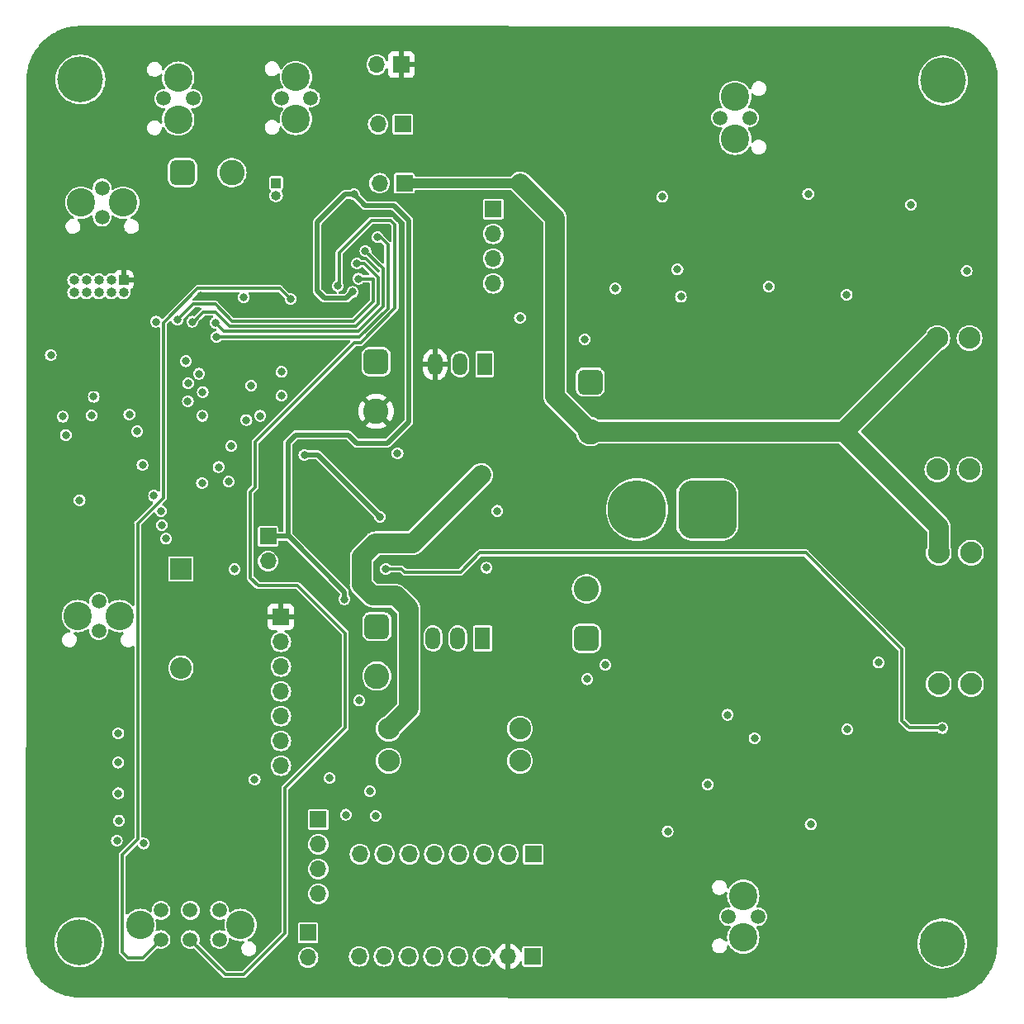
<source format=gbr>
%TF.GenerationSoftware,KiCad,Pcbnew,7.0.10*%
%TF.CreationDate,2024-11-01T12:43:38-06:00*%
%TF.ProjectId,RevA_Mecanismos,52657641-5f4d-4656-9361-6e69736d6f73,rev?*%
%TF.SameCoordinates,Original*%
%TF.FileFunction,Copper,L2,Inr*%
%TF.FilePolarity,Positive*%
%FSLAX46Y46*%
G04 Gerber Fmt 4.6, Leading zero omitted, Abs format (unit mm)*
G04 Created by KiCad (PCBNEW 7.0.10) date 2024-11-01 12:43:38*
%MOMM*%
%LPD*%
G01*
G04 APERTURE LIST*
G04 Aperture macros list*
%AMRoundRect*
0 Rectangle with rounded corners*
0 $1 Rounding radius*
0 $2 $3 $4 $5 $6 $7 $8 $9 X,Y pos of 4 corners*
0 Add a 4 corners polygon primitive as box body*
4,1,4,$2,$3,$4,$5,$6,$7,$8,$9,$2,$3,0*
0 Add four circle primitives for the rounded corners*
1,1,$1+$1,$2,$3*
1,1,$1+$1,$4,$5*
1,1,$1+$1,$6,$7*
1,1,$1+$1,$8,$9*
0 Add four rect primitives between the rounded corners*
20,1,$1+$1,$2,$3,$4,$5,0*
20,1,$1+$1,$4,$5,$6,$7,0*
20,1,$1+$1,$6,$7,$8,$9,0*
20,1,$1+$1,$8,$9,$2,$3,0*%
G04 Aperture macros list end*
%TA.AperFunction,ComponentPad*%
%ADD10C,1.520000*%
%TD*%
%TA.AperFunction,ComponentPad*%
%ADD11C,2.909999*%
%TD*%
%TA.AperFunction,ComponentPad*%
%ADD12RoundRect,0.650000X-0.650000X0.650000X-0.650000X-0.650000X0.650000X-0.650000X0.650000X0.650000X0*%
%TD*%
%TA.AperFunction,ComponentPad*%
%ADD13C,2.600000*%
%TD*%
%TA.AperFunction,ComponentPad*%
%ADD14RoundRect,0.650000X0.650000X-0.650000X0.650000X0.650000X-0.650000X0.650000X-0.650000X-0.650000X0*%
%TD*%
%TA.AperFunction,ComponentPad*%
%ADD15C,2.235200*%
%TD*%
%TA.AperFunction,ComponentPad*%
%ADD16C,4.700000*%
%TD*%
%TA.AperFunction,ComponentPad*%
%ADD17R,1.500000X2.300000*%
%TD*%
%TA.AperFunction,ComponentPad*%
%ADD18O,1.500000X2.300000*%
%TD*%
%TA.AperFunction,ComponentPad*%
%ADD19R,2.200000X2.200000*%
%TD*%
%TA.AperFunction,ComponentPad*%
%ADD20O,2.200000X2.200000*%
%TD*%
%TA.AperFunction,ComponentPad*%
%ADD21R,1.700000X1.700000*%
%TD*%
%TA.AperFunction,ComponentPad*%
%ADD22O,1.700000X1.700000*%
%TD*%
%TA.AperFunction,ComponentPad*%
%ADD23R,1.000000X1.000000*%
%TD*%
%TA.AperFunction,ComponentPad*%
%ADD24O,1.000000X1.000000*%
%TD*%
%TA.AperFunction,ComponentPad*%
%ADD25RoundRect,1.500000X1.500000X1.500000X-1.500000X1.500000X-1.500000X-1.500000X1.500000X-1.500000X0*%
%TD*%
%TA.AperFunction,ComponentPad*%
%ADD26C,6.000000*%
%TD*%
%TA.AperFunction,ComponentPad*%
%ADD27RoundRect,0.650000X-0.650000X-0.650000X0.650000X-0.650000X0.650000X0.650000X-0.650000X0.650000X0*%
%TD*%
%TA.AperFunction,ViaPad*%
%ADD28C,0.800000*%
%TD*%
%TA.AperFunction,Conductor*%
%ADD29C,0.500000*%
%TD*%
%TA.AperFunction,Conductor*%
%ADD30C,0.300000*%
%TD*%
%TA.AperFunction,Conductor*%
%ADD31C,2.000000*%
%TD*%
%TA.AperFunction,Conductor*%
%ADD32C,1.000000*%
%TD*%
G04 APERTURE END LIST*
D10*
%TO.N,WP_+*%
%TO.C,J10*%
X149060000Y-54725001D03*
%TO.N,WP_-*%
X152059999Y-54725001D03*
D11*
%TO.N,unconnected-(J10-PadP1)*%
X150560000Y-56874999D03*
%TO.N,unconnected-(J10-PadP2)*%
X150560000Y-52575003D03*
%TD*%
D12*
%TO.N,GND*%
%TO.C,TP2*%
X113837000Y-106879900D03*
D13*
%TO.N,+5V*%
X113837000Y-111959900D03*
%TD*%
D14*
%TO.N,GND*%
%TO.C,TP4*%
X135327000Y-108091100D03*
D13*
%TO.N,+VMOT*%
X135327000Y-103011100D03*
%TD*%
D10*
%TO.N,UART_TX*%
%TO.C,J6*%
X85670000Y-61913900D03*
%TO.N,UART_RX*%
X85670000Y-64913899D03*
D11*
%TO.N,GND*%
X83520002Y-63413900D03*
X87819998Y-63413900D03*
%TD*%
D15*
%TO.N,+12V*%
%TO.C,J20*%
X115052400Y-117339900D03*
X115052400Y-120641900D03*
%TO.N,Net-(J12-Pin_8)*%
X128514400Y-117339900D03*
X128514400Y-120641900D03*
%TD*%
D16*
%TO.N,N/C*%
%TO.C,H2*%
X171877600Y-50890300D03*
%TD*%
D17*
%TO.N,+VMOT*%
%TO.C,U2*%
X124875000Y-80000000D03*
D18*
%TO.N,GND*%
X122335000Y-80000000D03*
%TO.N,+3.3V*%
X119795000Y-80000000D03*
%TD*%
D10*
%TO.N,CAN_P*%
%TO.C,J5*%
X94967800Y-52753502D03*
%TO.N,CAN_N*%
X91967801Y-52753502D03*
D11*
%TO.N,unconnected-(J5-PadP1)*%
X93467800Y-50603504D03*
%TO.N,unconnected-(J5-PadP2)*%
X93467800Y-54903500D03*
%TD*%
D15*
%TO.N,+12V*%
%TO.C,J9*%
X174747800Y-99302700D03*
X171445800Y-99302700D03*
%TO.N,Net-(Q4-S)*%
X174747800Y-112764700D03*
X171445800Y-112764700D03*
%TD*%
D10*
%TO.N,WPM_+*%
%TO.C,J11*%
X152900000Y-136625002D03*
%TO.N,WPM_-*%
X149900001Y-136625002D03*
D11*
%TO.N,unconnected-(J11-PadP1)*%
X151400000Y-134475004D03*
%TO.N,unconnected-(J11-PadP2)*%
X151400000Y-138775000D03*
%TD*%
D19*
%TO.N,+5V*%
%TO.C,D1*%
X93735000Y-100979100D03*
D20*
%TO.N,/Net-(D1-A)*%
X93735000Y-111139100D03*
%TD*%
D21*
%TO.N,GND*%
%TO.C,J12*%
X129789800Y-140704700D03*
D22*
%TO.N,+3.3V*%
X127249800Y-140704700D03*
%TO.N,M2B*%
X124709800Y-140704700D03*
%TO.N,M2A*%
X122169800Y-140704700D03*
%TO.N,M1A*%
X119629800Y-140704700D03*
%TO.N,M1B*%
X117089800Y-140704700D03*
%TO.N,GND*%
X114549800Y-140704700D03*
%TO.N,Net-(J12-Pin_8)*%
X112009800Y-140704700D03*
%TD*%
D16*
%TO.N,N/C*%
%TO.C,H3*%
X83335600Y-139261700D03*
%TD*%
D23*
%TO.N,Net-(J3-Pin_1)*%
%TO.C,J3*%
X103500000Y-61405000D03*
D24*
%TO.N,CAN_N*%
X103500000Y-62675000D03*
%TD*%
D21*
%TO.N,M2B*%
%TO.C,J21*%
X107818800Y-126658500D03*
D22*
%TO.N,M2A*%
X107818800Y-129198500D03*
%TO.N,M1A*%
X107818800Y-131738500D03*
%TO.N,M1B*%
X107818800Y-134278500D03*
%TD*%
D21*
%TO.N,GND*%
%TO.C,J14*%
X106777400Y-138261300D03*
D22*
%TO.N,Net-(J14-Pin_2)*%
X106777400Y-140801300D03*
%TD*%
D12*
%TO.N,GND*%
%TO.C,TP1*%
X135700000Y-81810000D03*
D13*
%TO.N,+12V*%
X135700000Y-86890000D03*
%TD*%
D25*
%TO.N,GND*%
%TO.C,BT1*%
X147708600Y-94883100D03*
D26*
%TO.N,Net-(BT1-+)*%
X140508600Y-94883100D03*
%TD*%
D12*
%TO.N,GND*%
%TO.C,TP3*%
X113756400Y-79736700D03*
D13*
%TO.N,+3.3V*%
X113756400Y-84816700D03*
%TD*%
D10*
%TO.N,+VMOT*%
%TO.C,J15*%
X91701401Y-135975701D03*
%TO.N,GND*%
X94701400Y-135975701D03*
%TO.N,Net-(J14-Pin_2)*%
X97701399Y-135975701D03*
%TO.N,CAN_N*%
X91701401Y-138975700D03*
%TO.N,CAN_P*%
X94701400Y-138975700D03*
%TO.N,unconnected-(J15-Pad6)*%
X97701399Y-138975700D03*
D11*
%TO.N,unconnected-(J15-PadP1)*%
X89551403Y-137475701D03*
%TO.N,unconnected-(J15-PadP2)*%
X99851397Y-137475701D03*
%TD*%
D21*
%TO.N,+5V*%
%TO.C,J18*%
X116494600Y-55383800D03*
D22*
%TO.N,GND*%
X113954600Y-55383800D03*
%TD*%
D17*
%TO.N,+VMOT*%
%TO.C,U3*%
X124672000Y-108092500D03*
D18*
%TO.N,GND*%
X122132000Y-108092500D03*
%TO.N,+5V*%
X119592000Y-108092500D03*
%TD*%
D16*
%TO.N,N/C*%
%TO.C,H1*%
X83434800Y-50788700D03*
%TD*%
D27*
%TO.N,CAN_RX*%
%TO.C,TP5*%
X93886400Y-60325700D03*
D13*
%TO.N,CAN_TX*%
X98966400Y-60325700D03*
%TD*%
D21*
%TO.N,STPR_DIR*%
%TO.C,J13*%
X129866000Y-130214500D03*
D22*
%TO.N,STPR_STEP*%
X127326000Y-130214500D03*
%TO.N,unconnected-(J13-Pin_3-Pad3)*%
X124786000Y-130214500D03*
%TO.N,unconnected-(J13-Pin_4-Pad4)*%
X122246000Y-130214500D03*
%TO.N,unconnected-(J13-Pin_5-Pad5)*%
X119706000Y-130214500D03*
%TO.N,unconnected-(J13-Pin_6-Pad6)*%
X117166000Y-130214500D03*
%TO.N,unconnected-(J13-Pin_7-Pad7)*%
X114626000Y-130214500D03*
%TO.N,STPR_EN*%
X112086000Y-130214500D03*
%TD*%
D21*
%TO.N,+3.3V*%
%TO.C,J17*%
X116350000Y-49275000D03*
D22*
%TO.N,GND*%
X113810000Y-49275000D03*
%TD*%
D15*
%TO.N,+12V*%
%TO.C,J8*%
X174595400Y-77306300D03*
X171293400Y-77306300D03*
%TO.N,Net-(Q3-S)*%
X174595400Y-90768300D03*
X171293400Y-90768300D03*
%TD*%
D21*
%TO.N,+5V*%
%TO.C,J1*%
X102676400Y-97635700D03*
D22*
%TO.N,/Net-(D1-A)*%
X102676400Y-100175700D03*
%TD*%
D16*
%TO.N,N/C*%
%TO.C,H4*%
X171801400Y-139383900D03*
%TD*%
D10*
%TO.N,CAN_P*%
%TO.C,J7*%
X107034400Y-52696499D03*
%TO.N,CAN_N*%
X104034401Y-52696499D03*
D11*
%TO.N,unconnected-(J7-PadP1)*%
X105534400Y-50546501D03*
%TO.N,unconnected-(J7-PadP2)*%
X105534400Y-54846497D03*
%TD*%
D21*
%TO.N,SB1*%
%TO.C,J22*%
X125760000Y-64085000D03*
D22*
%TO.N,SB2*%
X125760000Y-66625000D03*
%TO.N,SB3*%
X125760000Y-69165000D03*
%TO.N,SB4*%
X125760000Y-71705000D03*
%TD*%
D21*
%TO.N,+12V*%
%TO.C,J19*%
X116650000Y-61425000D03*
D22*
%TO.N,GND*%
X114110000Y-61425000D03*
%TD*%
D23*
%TO.N,+3.3V*%
%TO.C,J2*%
X87866400Y-71355700D03*
D24*
%TO.N,SWDIO*%
X87866400Y-72625700D03*
%TO.N,GND*%
X86596400Y-71355700D03*
%TO.N,SWCLK*%
X86596400Y-72625700D03*
%TO.N,GND*%
X85326400Y-71355700D03*
%TO.N,SWO*%
X85326400Y-72625700D03*
%TO.N,unconnected-(J2-KEY-Pad7)*%
X84056400Y-71355700D03*
%TO.N,unconnected-(J2-NC{slash}TDI-Pad8)*%
X84056400Y-72625700D03*
%TO.N,GND*%
X82786400Y-71355700D03*
%TO.N,NRST*%
X82786400Y-72625700D03*
%TD*%
D21*
%TO.N,+3.3V*%
%TO.C,J16*%
X103983400Y-105906700D03*
D22*
%TO.N,IO_2*%
X103983400Y-108446700D03*
%TO.N,IO_3*%
X103983400Y-110986700D03*
%TO.N,IO_4*%
X103983400Y-113526700D03*
%TO.N,IO_5*%
X103983400Y-116066700D03*
%TO.N,IO_6*%
X103983400Y-118606700D03*
%TO.N,GND*%
X103983400Y-121146700D03*
%TD*%
D10*
%TO.N,SCL*%
%TO.C,J4*%
X85314400Y-104303701D03*
%TO.N,SDA*%
X85314400Y-107303700D03*
D11*
%TO.N,GND*%
X83164402Y-105803701D03*
X87464398Y-105803701D03*
%TD*%
D28*
%TO.N,+3.3V*%
X111050000Y-64025000D03*
X95026400Y-115125700D03*
X89835600Y-70854700D03*
X104000000Y-103525000D03*
X100250000Y-79700000D03*
X95776400Y-72975700D03*
X127251400Y-137500700D03*
X99800000Y-96025000D03*
X84587400Y-91951500D03*
X86701400Y-75376400D03*
X100325800Y-88475000D03*
%TO.N,HSE_IN*%
X89800000Y-90325000D03*
X83350000Y-93925000D03*
%TO.N,NRST*%
X89270000Y-86875000D03*
%TO.N,+VMOT*%
X106400000Y-89275000D03*
X114150000Y-95625000D03*
%TO.N,+5V*%
X110500000Y-104075000D03*
X111500000Y-62575000D03*
X111350000Y-72575000D03*
%TO.N,CAN_P*%
X109825700Y-71950700D03*
%TO.N,CAN_N*%
X104976400Y-73300700D03*
%TO.N,DEBUG_1*%
X87326400Y-117825700D03*
X90976400Y-93475700D03*
%TO.N,DEBUG_2*%
X91676400Y-95025700D03*
X87326400Y-120825700D03*
%TO.N,DEBUG_3*%
X87326400Y-123975700D03*
X91776400Y-96475700D03*
%TO.N,DEBUG_4*%
X92226400Y-97875700D03*
X87376400Y-126775700D03*
%TO.N,DEBUG_5*%
X87176400Y-128825700D03*
X94450000Y-83775000D03*
%TO.N,DEBUG_6*%
X89926400Y-129125700D03*
X95973549Y-82828550D03*
%TO.N,CAN_RX*%
X100176400Y-73125700D03*
X91176400Y-75625700D03*
%TO.N,SDA*%
X88450000Y-85125000D03*
X81631400Y-85358100D03*
%TO.N,SCL*%
X84800000Y-83325000D03*
X80400000Y-79075000D03*
%TO.N,UART_TX*%
X94470000Y-81935000D03*
%TO.N,UART_RX*%
X95600000Y-80965000D03*
%TO.N,IO_1*%
X99240000Y-101015000D03*
X95900000Y-92175000D03*
%TO.N,IO_2*%
X98626400Y-92025700D03*
%TO.N,IO_3*%
X97601400Y-90525700D03*
%TO.N,IO_4*%
X98876400Y-88375700D03*
%TO.N,IO_5*%
X100451400Y-85700700D03*
%TO.N,IO_6*%
X101876400Y-85275700D03*
%TO.N,BOOT0*%
X81936200Y-87237700D03*
X84577800Y-85231100D03*
%TO.N,+12V*%
X124550000Y-91325000D03*
%TO.N,Net-(Q3-S)*%
X162000000Y-72855000D03*
X138300000Y-72225000D03*
X154000000Y-72025000D03*
X168600000Y-63625000D03*
X143100000Y-62825000D03*
X144650000Y-70275000D03*
%TO.N,Net-(Q4-S)*%
X158300000Y-127175000D03*
X147750000Y-123075000D03*
X152550000Y-118325000D03*
X162060000Y-117425000D03*
%TO.N,IO_7*%
X97400000Y-77175000D03*
X113910000Y-66965000D03*
%TO.N,IO_8*%
X112650000Y-68375000D03*
X97294669Y-75730331D03*
%TO.N,IO_9*%
X94900000Y-75625000D03*
X111800000Y-69675000D03*
%TO.N,IO_10*%
X111950000Y-71225000D03*
X93400000Y-75425000D03*
%TO.N,STPR_STEP*%
X110650000Y-126175000D03*
X95950000Y-85275000D03*
X113700000Y-126275000D03*
X101300000Y-122575000D03*
%TO.N,STPR_DIR*%
X109000000Y-122425000D03*
X113100000Y-123775000D03*
%TO.N,WP_+*%
X158050000Y-62525000D03*
%TO.N,WPM_+*%
X143650000Y-127875000D03*
%TO.N,WPM_TIM1_CH1N*%
X112000000Y-114475000D03*
X104050000Y-83225000D03*
%TO.N,WPM_TIM1_CH1*%
X171800000Y-117275000D03*
X114750000Y-100975000D03*
%TO.N,WP_TIM1_CH2N*%
X174300000Y-70425000D03*
X104050000Y-80775000D03*
%TO.N,WP_TIM1_CH2*%
X128500000Y-75225000D03*
X94250000Y-79675000D03*
%TO.N,Net-(Q2-Pad1)*%
X126175000Y-95025000D03*
X125075000Y-100850000D03*
%TO.N,LEVEL_SHIFTER*%
X100950000Y-82175000D03*
X115950000Y-89125000D03*
%TO.N,Net-(U5-G)*%
X149800000Y-115925000D03*
X135400000Y-112275000D03*
%TO.N,Net-(U6-G)*%
X135150000Y-77425000D03*
X145000000Y-73075000D03*
%TO.N,Net-(U7-G)*%
X137250000Y-110825000D03*
X165250000Y-110575000D03*
%TD*%
D29*
%TO.N,+VMOT*%
X106400000Y-89275000D02*
X107800000Y-89275000D01*
X107800000Y-89275000D02*
X114150000Y-95625000D01*
%TO.N,+5V*%
X110900000Y-87225000D02*
X111750000Y-88075000D01*
X108450000Y-73225000D02*
X107700000Y-72475000D01*
X104700000Y-88025000D02*
X105500000Y-87225000D01*
X117100000Y-65225000D02*
X115600000Y-63725000D01*
X111350000Y-72575000D02*
X110700000Y-73225000D01*
X110500000Y-103325000D02*
X110500000Y-104075000D01*
X104810700Y-97635700D02*
X110500000Y-103325000D01*
X107700000Y-72475000D02*
X107700000Y-65425000D01*
X115600000Y-63725000D02*
X112650000Y-63725000D01*
X114900000Y-88075000D02*
X117100000Y-85875000D01*
X117100000Y-85875000D02*
X117100000Y-65225000D01*
X104810700Y-97635700D02*
X104700000Y-97525000D01*
X110700000Y-73225000D02*
X108450000Y-73225000D01*
X104700000Y-97525000D02*
X104700000Y-88025000D01*
X110550000Y-62575000D02*
X111400000Y-62575000D01*
X112650000Y-63725000D02*
X111500000Y-62575000D01*
X102676400Y-97635700D02*
X104810700Y-97635700D01*
X105500000Y-87225000D02*
X110900000Y-87225000D01*
X107700000Y-65425000D02*
X110550000Y-62575000D01*
X111750000Y-88075000D02*
X114900000Y-88075000D01*
D30*
%TO.N,CAN_P*%
X104400000Y-123425000D02*
X104400000Y-138325000D01*
X101350000Y-87975000D02*
X101350000Y-92575000D01*
X104400000Y-138325000D02*
X100150000Y-142575000D01*
X100850000Y-101875000D02*
X101650000Y-102675000D01*
X100150000Y-142575000D02*
X98300700Y-142575000D01*
X113250000Y-65225000D02*
X115250000Y-65225000D01*
X115250000Y-65225000D02*
X115700000Y-65675000D01*
X100850000Y-93075000D02*
X100850000Y-101875000D01*
X110600000Y-107575000D02*
X110600000Y-117225000D01*
X109950000Y-68525000D02*
X113250000Y-65225000D01*
X98300700Y-142575000D02*
X94701400Y-138975700D01*
X101350000Y-92575000D02*
X100850000Y-93075000D01*
X115700000Y-74232106D02*
X112157106Y-77775000D01*
X101650000Y-102675000D02*
X105700000Y-102675000D01*
X109950000Y-71826400D02*
X109950000Y-68525000D01*
X110600000Y-117225000D02*
X104400000Y-123425000D01*
X111550000Y-77775000D02*
X101350000Y-87975000D01*
X105700000Y-102675000D02*
X110600000Y-107575000D01*
X115700000Y-65675000D02*
X115700000Y-74232106D01*
X112157106Y-77775000D02*
X111550000Y-77775000D01*
X109825700Y-71950700D02*
X109950000Y-71826400D01*
%TO.N,CAN_N*%
X104976400Y-73300700D02*
X103901400Y-72225700D01*
X89300000Y-128691439D02*
X87746404Y-130245035D01*
X87746404Y-140247637D02*
X88324468Y-140825701D01*
X95465739Y-72225700D02*
X91926400Y-75765039D01*
X91926400Y-93698600D02*
X89300000Y-96325000D01*
X89300000Y-96325000D02*
X89300000Y-128691439D01*
X91926400Y-75765039D02*
X91926400Y-93698600D01*
X89851400Y-140825701D02*
X91701401Y-138975700D01*
X87746404Y-130245035D02*
X87746404Y-140247637D01*
X103901400Y-72225700D02*
X95465739Y-72225700D01*
X88324468Y-140825701D02*
X89851400Y-140825701D01*
D31*
%TO.N,+12V*%
X117550000Y-98325000D02*
X113650000Y-98325000D01*
X128550000Y-61425000D02*
X132100000Y-64975000D01*
X112250000Y-102575000D02*
X113400000Y-103725000D01*
X112250000Y-99725000D02*
X112250000Y-102575000D01*
X135700000Y-86890000D02*
X161709700Y-86890000D01*
X113400000Y-103725000D02*
X115800000Y-103725000D01*
X117100000Y-115292300D02*
X115052400Y-117339900D01*
X117100000Y-105025000D02*
X117100000Y-115292300D01*
X113650000Y-98325000D02*
X112250000Y-99725000D01*
X115800000Y-103725000D02*
X117100000Y-105025000D01*
X132100000Y-64975000D02*
X132100000Y-83290000D01*
X171445800Y-96626100D02*
X161709700Y-86890000D01*
X171445800Y-99302700D02*
X171445800Y-96626100D01*
X124550000Y-91325000D02*
X117550000Y-98325000D01*
X132100000Y-83290000D02*
X135700000Y-86890000D01*
D32*
X116650000Y-61425000D02*
X128550000Y-61425000D01*
D31*
X161709700Y-86890000D02*
X171293400Y-77306300D01*
D30*
%TO.N,IO_7*%
X114950000Y-74275000D02*
X112050000Y-77175000D01*
X112050000Y-77175000D02*
X97400000Y-77175000D01*
X113910000Y-66965000D02*
X114190000Y-66965000D01*
X114190000Y-66965000D02*
X114950000Y-67725000D01*
X114950000Y-67725000D02*
X114950000Y-74275000D01*
%TO.N,IO_8*%
X114450000Y-74067894D02*
X111942894Y-76575000D01*
X98139338Y-76575000D02*
X97294669Y-75730331D01*
X111942894Y-76575000D02*
X98139338Y-76575000D01*
X97294669Y-75730331D02*
X97294669Y-75780331D01*
X112650000Y-68375000D02*
X114450000Y-70175000D01*
X114450000Y-70175000D02*
X114450000Y-74067894D01*
%TO.N,IO_9*%
X94900000Y-75625000D02*
X95050000Y-75625000D01*
X95050000Y-75625000D02*
X95500000Y-75175000D01*
X97250000Y-74625000D02*
X98700000Y-76075000D01*
X113950000Y-71075000D02*
X112550000Y-69675000D01*
X96050000Y-74625000D02*
X97250000Y-74625000D01*
X113950000Y-73775000D02*
X113950000Y-71075000D01*
X98700000Y-76075000D02*
X111650000Y-76075000D01*
X112550000Y-69675000D02*
X111800000Y-69675000D01*
X95500000Y-75175000D02*
X96050000Y-74625000D01*
X111650000Y-76075000D02*
X113950000Y-73775000D01*
%TO.N,IO_10*%
X111442894Y-75575000D02*
X99000000Y-75575000D01*
X97250000Y-73825000D02*
X95000000Y-73825000D01*
X95000000Y-73825000D02*
X93400000Y-75425000D01*
X111950000Y-71225000D02*
X113392894Y-71225000D01*
X113450000Y-71282106D02*
X113450000Y-73567894D01*
X113392894Y-71225000D02*
X113450000Y-71282106D01*
X99000000Y-75575000D02*
X97250000Y-73825000D01*
X113450000Y-73567894D02*
X111442894Y-75575000D01*
%TO.N,WPM_TIM1_CH1*%
X168400000Y-117275000D02*
X171800000Y-117275000D01*
X157800000Y-99325000D02*
X167650000Y-109175000D01*
X167650000Y-116525000D02*
X168400000Y-117275000D01*
X116700000Y-101325000D02*
X122400000Y-101325000D01*
X124400000Y-99325000D02*
X157800000Y-99325000D01*
X122400000Y-101325000D02*
X124400000Y-99325000D01*
X116350000Y-100975000D02*
X116700000Y-101325000D01*
X167650000Y-109175000D02*
X167650000Y-116525000D01*
X114750000Y-100975000D02*
X116350000Y-100975000D01*
%TD*%
%TA.AperFunction,Conductor*%
%TO.N,+3.3V*%
G36*
X171954599Y-45368243D02*
G01*
X171954748Y-45368287D01*
X172003840Y-45368287D01*
X172008963Y-45368392D01*
X172224210Y-45377295D01*
X172462303Y-45387691D01*
X172472187Y-45388522D01*
X172699424Y-45416846D01*
X172699886Y-45416906D01*
X172925983Y-45446672D01*
X172935182Y-45448239D01*
X173161257Y-45495642D01*
X173162254Y-45495857D01*
X173382924Y-45544779D01*
X173391465Y-45546994D01*
X173613570Y-45613118D01*
X173615187Y-45613613D01*
X173829909Y-45681315D01*
X173837617Y-45684031D01*
X174008662Y-45750773D01*
X174053866Y-45768412D01*
X174056242Y-45769368D01*
X174263577Y-45855248D01*
X174270581Y-45858406D01*
X174479400Y-45960491D01*
X174482108Y-45961858D01*
X174680963Y-46065375D01*
X174687166Y-46068833D01*
X174886972Y-46187892D01*
X174890031Y-46189777D01*
X175079033Y-46310185D01*
X175084390Y-46313801D01*
X175273750Y-46449001D01*
X175277117Y-46451494D01*
X175454789Y-46587825D01*
X175459421Y-46591561D01*
X175526309Y-46648211D01*
X175636965Y-46741933D01*
X175640597Y-46745132D01*
X175805651Y-46896375D01*
X175809559Y-46900117D01*
X175974088Y-47064646D01*
X175977829Y-47068554D01*
X176129030Y-47233561D01*
X176132231Y-47237193D01*
X176282623Y-47414761D01*
X176286375Y-47419415D01*
X176422667Y-47597032D01*
X176425209Y-47600465D01*
X176560386Y-47789791D01*
X176564049Y-47795220D01*
X176684365Y-47984078D01*
X176686308Y-47987229D01*
X176805360Y-48187025D01*
X176808826Y-48193242D01*
X176912316Y-48392043D01*
X176913727Y-48394839D01*
X177015780Y-48603588D01*
X177018941Y-48610597D01*
X177104835Y-48817966D01*
X177105791Y-48820343D01*
X177190147Y-49036528D01*
X177192891Y-49044315D01*
X177260535Y-49258850D01*
X177261119Y-49260756D01*
X177327201Y-49482722D01*
X177329417Y-49491265D01*
X177378306Y-49711785D01*
X177378606Y-49713178D01*
X177425948Y-49938965D01*
X177427526Y-49948225D01*
X177457272Y-50174155D01*
X177457381Y-50175003D01*
X177485672Y-50401972D01*
X177486506Y-50411904D01*
X177497035Y-50653176D01*
X177497047Y-50653457D01*
X177505793Y-50864903D01*
X177505899Y-50870121D01*
X177439701Y-139482933D01*
X177439592Y-139488027D01*
X177430594Y-139702928D01*
X177430582Y-139703214D01*
X177420067Y-139941218D01*
X177419228Y-139951142D01*
X177390825Y-140178109D01*
X177390716Y-140178957D01*
X177360886Y-140404694D01*
X177359304Y-140413951D01*
X177311838Y-140639815D01*
X177311538Y-140641206D01*
X177262608Y-140861442D01*
X177260389Y-140869982D01*
X177194197Y-141091967D01*
X177193612Y-141093872D01*
X177125933Y-141308202D01*
X177123187Y-141315985D01*
X177038750Y-141532123D01*
X177037793Y-141534500D01*
X176951873Y-141741699D01*
X176948711Y-141748703D01*
X176846580Y-141957416D01*
X176845169Y-141960211D01*
X176741673Y-142158849D01*
X176738204Y-142165063D01*
X176619114Y-142364762D01*
X176617172Y-142367911D01*
X176496842Y-142556651D01*
X176493178Y-142562076D01*
X176357957Y-142751338D01*
X176355416Y-142754769D01*
X176219163Y-142932225D01*
X176215409Y-142936878D01*
X176064966Y-143114399D01*
X176061766Y-143118028D01*
X175910625Y-143282879D01*
X175906884Y-143286785D01*
X175742299Y-143451283D01*
X175738391Y-143455022D01*
X175573437Y-143606099D01*
X175569806Y-143609297D01*
X175392243Y-143759613D01*
X175387589Y-143763364D01*
X175210012Y-143899562D01*
X175206580Y-143902102D01*
X175017297Y-144037188D01*
X175011869Y-144040849D01*
X174823025Y-144161105D01*
X174819875Y-144163046D01*
X174620146Y-144282010D01*
X174613930Y-144285475D01*
X174415222Y-144388875D01*
X174412427Y-144390284D01*
X174203654Y-144492309D01*
X174196656Y-144495464D01*
X174182757Y-144501220D01*
X173989439Y-144581264D01*
X173987063Y-144582219D01*
X173770853Y-144666554D01*
X173763068Y-144669296D01*
X173548640Y-144736881D01*
X173546734Y-144737464D01*
X173324791Y-144803516D01*
X173316250Y-144805731D01*
X173095993Y-144854543D01*
X173094602Y-144854843D01*
X172868693Y-144902195D01*
X172859435Y-144903772D01*
X172633639Y-144933488D01*
X172632792Y-144933596D01*
X172405841Y-144961877D01*
X172395920Y-144962711D01*
X172162747Y-144972898D01*
X172162458Y-144972910D01*
X171942339Y-144982011D01*
X171937112Y-144982117D01*
X83350585Y-144908077D01*
X83345242Y-144907957D01*
X83129462Y-144898469D01*
X83129178Y-144898456D01*
X82890956Y-144887434D01*
X82881047Y-144886577D01*
X82653438Y-144857637D01*
X82652591Y-144857526D01*
X82426314Y-144827171D01*
X82417073Y-144825574D01*
X82190707Y-144777562D01*
X82189318Y-144777259D01*
X81968490Y-144727769D01*
X81959967Y-144725538D01*
X81737513Y-144658783D01*
X81735611Y-144658195D01*
X81520759Y-144589944D01*
X81512991Y-144587189D01*
X81296434Y-144502179D01*
X81294062Y-144501220D01*
X81086355Y-144414697D01*
X81079366Y-144411528D01*
X80870281Y-144308821D01*
X80867492Y-144307407D01*
X80668386Y-144203290D01*
X80662185Y-144199818D01*
X80462120Y-144080129D01*
X80458978Y-144078185D01*
X80269859Y-143957250D01*
X80264445Y-143953584D01*
X80074817Y-143817729D01*
X80071395Y-143815186D01*
X79893586Y-143678309D01*
X79888945Y-143674555D01*
X79711160Y-143523529D01*
X79707539Y-143520330D01*
X79542349Y-143368534D01*
X79538452Y-143364794D01*
X79373684Y-143199588D01*
X79369954Y-143195681D01*
X79298977Y-143118028D01*
X79218583Y-143030071D01*
X79215398Y-143026447D01*
X79064841Y-142848255D01*
X79061110Y-142843618D01*
X78924675Y-142665404D01*
X78922167Y-142662009D01*
X78786831Y-142472038D01*
X78783180Y-142466615D01*
X78662739Y-142277162D01*
X78660803Y-142274014D01*
X78541647Y-142073633D01*
X78538201Y-142067443D01*
X78434577Y-141867990D01*
X78433207Y-141865268D01*
X78331038Y-141655874D01*
X78327894Y-141648889D01*
X78321296Y-141632930D01*
X78241899Y-141440891D01*
X78241020Y-141438701D01*
X78156526Y-141221763D01*
X78153814Y-141214054D01*
X78086048Y-140998748D01*
X78085594Y-140997261D01*
X78019374Y-140774441D01*
X78017176Y-140765951D01*
X77968238Y-140544830D01*
X77968001Y-140543734D01*
X77920556Y-140317074D01*
X77918989Y-140307866D01*
X77889188Y-140081138D01*
X77889144Y-140080795D01*
X77860789Y-139852949D01*
X77859961Y-139843078D01*
X77849529Y-139603801D01*
X77848628Y-139581994D01*
X77840642Y-139388649D01*
X77840537Y-139383437D01*
X77840560Y-139356725D01*
X77840639Y-139261705D01*
X80780057Y-139261705D01*
X80800206Y-139581983D01*
X80800207Y-139581990D01*
X80816903Y-139669511D01*
X80857580Y-139882751D01*
X80860345Y-139897242D01*
X80959516Y-140202459D01*
X80959518Y-140202464D01*
X81096158Y-140492838D01*
X81096162Y-140492844D01*
X81268120Y-140763808D01*
X81268122Y-140763811D01*
X81469497Y-141007232D01*
X81472689Y-141011090D01*
X81679454Y-141205254D01*
X81706634Y-141230778D01*
X81706644Y-141230786D01*
X81966260Y-141419408D01*
X81966266Y-141419411D01*
X81966272Y-141419416D01*
X82247503Y-141574024D01*
X82545894Y-141692166D01*
X82545893Y-141692166D01*
X82856735Y-141771976D01*
X82856739Y-141771977D01*
X82923535Y-141780415D01*
X83175124Y-141812199D01*
X83175133Y-141812199D01*
X83175136Y-141812200D01*
X83175138Y-141812200D01*
X83496062Y-141812200D01*
X83496064Y-141812200D01*
X83496067Y-141812199D01*
X83496075Y-141812199D01*
X83686063Y-141788197D01*
X83814461Y-141771977D01*
X84125306Y-141692166D01*
X84423697Y-141574024D01*
X84704928Y-141419416D01*
X84964564Y-141230780D01*
X85198511Y-141011090D01*
X85403078Y-140763810D01*
X85575039Y-140492842D01*
X85612163Y-140413951D01*
X85657742Y-140317090D01*
X85711684Y-140202458D01*
X85810856Y-139897238D01*
X85870992Y-139581994D01*
X85871088Y-139580471D01*
X85891143Y-139261705D01*
X85891143Y-139261694D01*
X85870993Y-138941416D01*
X85870992Y-138941409D01*
X85870992Y-138941406D01*
X85810856Y-138626162D01*
X85711684Y-138320942D01*
X85708981Y-138315197D01*
X85575041Y-138030561D01*
X85575037Y-138030555D01*
X85403079Y-137759591D01*
X85403077Y-137759588D01*
X85198512Y-137512311D01*
X85093501Y-137413699D01*
X84964564Y-137292620D01*
X84964561Y-137292618D01*
X84964555Y-137292613D01*
X84704939Y-137103991D01*
X84704921Y-137103980D01*
X84423696Y-136949375D01*
X84423693Y-136949374D01*
X84162502Y-136845961D01*
X84125306Y-136831234D01*
X84125304Y-136831233D01*
X84125306Y-136831233D01*
X83814464Y-136751423D01*
X83814451Y-136751421D01*
X83496075Y-136711200D01*
X83496064Y-136711200D01*
X83175136Y-136711200D01*
X83175124Y-136711200D01*
X82856748Y-136751421D01*
X82856735Y-136751423D01*
X82545894Y-136831233D01*
X82247506Y-136949374D01*
X82247503Y-136949375D01*
X81966278Y-137103980D01*
X81966260Y-137103991D01*
X81706644Y-137292613D01*
X81706634Y-137292621D01*
X81472687Y-137512311D01*
X81268122Y-137759588D01*
X81268120Y-137759591D01*
X81096162Y-138030555D01*
X81096158Y-138030561D01*
X80959518Y-138320935D01*
X80959516Y-138320940D01*
X80860345Y-138626157D01*
X80800207Y-138941409D01*
X80800206Y-138941416D01*
X80780057Y-139261694D01*
X80780057Y-139261705D01*
X77840639Y-139261705D01*
X77849361Y-128825701D01*
X86570718Y-128825701D01*
X86591355Y-128982460D01*
X86591356Y-128982462D01*
X86650687Y-129125701D01*
X86651864Y-129128541D01*
X86748118Y-129253982D01*
X86873559Y-129350236D01*
X87019638Y-129410744D01*
X87098019Y-129421063D01*
X87176399Y-129431382D01*
X87176400Y-129431382D01*
X87176401Y-129431382D01*
X87228654Y-129424502D01*
X87333162Y-129410744D01*
X87479241Y-129350236D01*
X87604682Y-129253982D01*
X87700936Y-129128541D01*
X87761444Y-128982462D01*
X87782082Y-128825700D01*
X87761444Y-128668938D01*
X87700936Y-128522859D01*
X87604682Y-128397418D01*
X87479241Y-128301164D01*
X87333162Y-128240656D01*
X87333160Y-128240655D01*
X87176401Y-128220018D01*
X87176399Y-128220018D01*
X87019639Y-128240655D01*
X87019637Y-128240656D01*
X86873560Y-128301163D01*
X86748118Y-128397418D01*
X86651863Y-128522860D01*
X86591356Y-128668937D01*
X86591355Y-128668939D01*
X86570718Y-128825698D01*
X86570718Y-128825701D01*
X77849361Y-128825701D01*
X77851075Y-126775701D01*
X86770718Y-126775701D01*
X86791355Y-126932460D01*
X86791356Y-126932462D01*
X86851864Y-127078541D01*
X86948118Y-127203982D01*
X87073559Y-127300236D01*
X87219638Y-127360744D01*
X87298019Y-127371063D01*
X87376399Y-127381382D01*
X87376400Y-127381382D01*
X87376401Y-127381382D01*
X87428654Y-127374502D01*
X87533162Y-127360744D01*
X87679241Y-127300236D01*
X87804682Y-127203982D01*
X87900936Y-127078541D01*
X87961444Y-126932462D01*
X87982082Y-126775700D01*
X87978266Y-126746718D01*
X87961444Y-126618939D01*
X87961444Y-126618938D01*
X87900936Y-126472859D01*
X87804682Y-126347418D01*
X87679241Y-126251164D01*
X87533162Y-126190656D01*
X87533160Y-126190655D01*
X87376401Y-126170018D01*
X87376399Y-126170018D01*
X87219639Y-126190655D01*
X87219637Y-126190656D01*
X87073560Y-126251163D01*
X86948118Y-126347418D01*
X86851863Y-126472860D01*
X86791356Y-126618937D01*
X86791355Y-126618939D01*
X86770718Y-126775698D01*
X86770718Y-126775701D01*
X77851075Y-126775701D01*
X77853415Y-123975701D01*
X86720718Y-123975701D01*
X86741355Y-124132460D01*
X86741356Y-124132462D01*
X86801864Y-124278541D01*
X86898118Y-124403982D01*
X87023559Y-124500236D01*
X87169638Y-124560744D01*
X87248019Y-124571063D01*
X87326399Y-124581382D01*
X87326400Y-124581382D01*
X87326401Y-124581382D01*
X87378654Y-124574502D01*
X87483162Y-124560744D01*
X87629241Y-124500236D01*
X87754682Y-124403982D01*
X87850936Y-124278541D01*
X87911444Y-124132462D01*
X87932082Y-123975700D01*
X87926297Y-123931762D01*
X87911444Y-123818939D01*
X87911444Y-123818938D01*
X87850936Y-123672859D01*
X87754682Y-123547418D01*
X87629241Y-123451164D01*
X87483162Y-123390656D01*
X87483160Y-123390655D01*
X87326401Y-123370018D01*
X87326399Y-123370018D01*
X87169639Y-123390655D01*
X87169637Y-123390656D01*
X87023560Y-123451163D01*
X86898118Y-123547418D01*
X86801863Y-123672860D01*
X86741356Y-123818937D01*
X86741355Y-123818939D01*
X86720718Y-123975698D01*
X86720718Y-123975701D01*
X77853415Y-123975701D01*
X77856048Y-120825701D01*
X86720718Y-120825701D01*
X86741355Y-120982460D01*
X86741356Y-120982462D01*
X86801864Y-121128541D01*
X86898118Y-121253982D01*
X87023559Y-121350236D01*
X87169638Y-121410744D01*
X87248019Y-121421063D01*
X87326399Y-121431382D01*
X87326400Y-121431382D01*
X87326401Y-121431382D01*
X87378654Y-121424502D01*
X87483162Y-121410744D01*
X87629241Y-121350236D01*
X87754682Y-121253982D01*
X87850936Y-121128541D01*
X87911444Y-120982462D01*
X87932082Y-120825700D01*
X87911444Y-120668938D01*
X87850936Y-120522859D01*
X87754682Y-120397418D01*
X87629241Y-120301164D01*
X87551631Y-120269017D01*
X87483162Y-120240656D01*
X87483160Y-120240655D01*
X87326401Y-120220018D01*
X87326399Y-120220018D01*
X87169639Y-120240655D01*
X87169637Y-120240656D01*
X87023560Y-120301163D01*
X86898118Y-120397418D01*
X86801863Y-120522860D01*
X86741356Y-120668937D01*
X86741355Y-120668939D01*
X86720718Y-120825698D01*
X86720718Y-120825701D01*
X77856048Y-120825701D01*
X77858555Y-117825701D01*
X86720718Y-117825701D01*
X86741355Y-117982460D01*
X86741356Y-117982462D01*
X86801864Y-118128541D01*
X86898118Y-118253982D01*
X87023559Y-118350236D01*
X87169638Y-118410744D01*
X87248019Y-118421063D01*
X87326399Y-118431382D01*
X87326400Y-118431382D01*
X87326401Y-118431382D01*
X87378654Y-118424502D01*
X87483162Y-118410744D01*
X87629241Y-118350236D01*
X87754682Y-118253982D01*
X87850936Y-118128541D01*
X87911444Y-117982462D01*
X87932082Y-117825700D01*
X87930776Y-117815783D01*
X87911444Y-117668939D01*
X87911444Y-117668938D01*
X87850936Y-117522859D01*
X87754682Y-117397418D01*
X87629241Y-117301164D01*
X87586567Y-117283488D01*
X87483162Y-117240656D01*
X87483160Y-117240655D01*
X87326401Y-117220018D01*
X87326399Y-117220018D01*
X87169639Y-117240655D01*
X87169637Y-117240656D01*
X87023560Y-117301163D01*
X86898118Y-117397418D01*
X86801863Y-117522860D01*
X86741356Y-117668937D01*
X86741355Y-117668939D01*
X86720718Y-117825698D01*
X86720718Y-117825701D01*
X77858555Y-117825701D01*
X77868603Y-105803701D01*
X81503784Y-105803701D01*
X81524228Y-106063476D01*
X81585058Y-106316855D01*
X81684780Y-106557606D01*
X81820930Y-106779783D01*
X81820931Y-106779784D01*
X81820932Y-106779786D01*
X81820934Y-106779788D01*
X81990168Y-106977935D01*
X82188315Y-107147169D01*
X82361790Y-107253474D01*
X82408664Y-107305285D01*
X82420087Y-107374215D01*
X82392430Y-107438378D01*
X82334474Y-107477403D01*
X82296999Y-107483201D01*
X82270109Y-107483201D01*
X82154359Y-107496730D01*
X82137823Y-107498663D01*
X82137820Y-107498664D01*
X81970768Y-107559465D01*
X81903076Y-107603987D01*
X81822233Y-107657158D01*
X81822232Y-107657158D01*
X81822232Y-107657159D01*
X81700234Y-107786468D01*
X81611345Y-107940429D01*
X81560356Y-108110742D01*
X81560355Y-108110747D01*
X81550019Y-108288220D01*
X81550019Y-108288221D01*
X81580889Y-108463297D01*
X81651305Y-108626540D01*
X81757468Y-108769140D01*
X81893655Y-108883415D01*
X81953559Y-108913500D01*
X82052519Y-108963200D01*
X82052520Y-108963200D01*
X82052524Y-108963202D01*
X82225511Y-109004201D01*
X82225514Y-109004201D01*
X82358686Y-109004201D01*
X82358693Y-109004201D01*
X82490978Y-108988739D01*
X82658036Y-108927935D01*
X82806569Y-108830244D01*
X82928568Y-108700932D01*
X83017458Y-108546970D01*
X83068446Y-108376659D01*
X83078783Y-108199181D01*
X83047912Y-108024102D01*
X82977497Y-107860863D01*
X82977038Y-107860247D01*
X82871333Y-107718261D01*
X82803021Y-107660940D01*
X82764319Y-107602768D01*
X82763211Y-107532908D01*
X82800048Y-107473538D01*
X82863135Y-107443508D01*
X82902142Y-107443480D01*
X82904618Y-107443872D01*
X82904624Y-107443874D01*
X82904629Y-107443874D01*
X82904633Y-107443875D01*
X82963293Y-107448491D01*
X83164402Y-107464319D01*
X83424180Y-107443874D01*
X83677561Y-107383043D01*
X83918307Y-107283322D01*
X84140489Y-107147169D01*
X84151148Y-107138065D01*
X84214905Y-107109495D01*
X84283991Y-107119930D01*
X84336468Y-107166059D01*
X84355676Y-107233236D01*
X84355082Y-107244508D01*
X84349253Y-107303698D01*
X84349253Y-107303699D01*
X84367797Y-107491989D01*
X84384169Y-107545960D01*
X84422720Y-107673046D01*
X84503018Y-107823272D01*
X84511912Y-107839910D01*
X84631937Y-107986162D01*
X84778189Y-108106187D01*
X84778193Y-108106190D01*
X84945054Y-108195380D01*
X85126109Y-108250302D01*
X85314400Y-108268847D01*
X85502691Y-108250302D01*
X85683746Y-108195380D01*
X85850607Y-108106190D01*
X85996862Y-107986162D01*
X86116890Y-107839907D01*
X86206080Y-107673046D01*
X86261002Y-107491991D01*
X86279547Y-107303700D01*
X86273717Y-107244508D01*
X86286736Y-107175863D01*
X86334801Y-107125153D01*
X86402651Y-107108478D01*
X86468746Y-107131134D01*
X86477652Y-107138065D01*
X86488313Y-107147171D01*
X86488315Y-107147172D01*
X86710492Y-107283322D01*
X86759687Y-107303699D01*
X86951239Y-107383043D01*
X87204620Y-107443874D01*
X87464398Y-107464319D01*
X87724176Y-107443874D01*
X87724176Y-107443873D01*
X87726806Y-107443667D01*
X87795183Y-107458031D01*
X87844940Y-107507083D01*
X87860279Y-107575248D01*
X87836330Y-107640885D01*
X87826729Y-107652379D01*
X87700222Y-107786467D01*
X87611333Y-107940429D01*
X87560344Y-108110742D01*
X87560343Y-108110747D01*
X87550007Y-108288220D01*
X87550007Y-108288221D01*
X87580877Y-108463297D01*
X87651293Y-108626540D01*
X87757456Y-108769140D01*
X87893643Y-108883415D01*
X87953547Y-108913500D01*
X88052507Y-108963200D01*
X88052508Y-108963200D01*
X88052512Y-108963202D01*
X88225499Y-109004201D01*
X88225502Y-109004201D01*
X88358674Y-109004201D01*
X88358681Y-109004201D01*
X88490966Y-108988739D01*
X88658024Y-108927935D01*
X88757362Y-108862599D01*
X88824189Y-108842208D01*
X88891433Y-108861183D01*
X88937743Y-108913500D01*
X88949500Y-108966201D01*
X88949500Y-128494894D01*
X88929815Y-128561933D01*
X88913181Y-128582575D01*
X87533359Y-129962396D01*
X87513510Y-129978517D01*
X87505735Y-129983597D01*
X87487903Y-130006507D01*
X87478798Y-130016819D01*
X87478028Y-130017729D01*
X87466843Y-130033394D01*
X87463782Y-130037498D01*
X87433886Y-130075908D01*
X87430384Y-130082379D01*
X87427164Y-130088967D01*
X87413275Y-130135617D01*
X87411713Y-130140492D01*
X87395903Y-130186548D01*
X87394700Y-130193752D01*
X87393786Y-130201083D01*
X87395798Y-130249702D01*
X87395904Y-130254827D01*
X87395904Y-140198425D01*
X87393265Y-140223869D01*
X87391361Y-140232948D01*
X87391361Y-140232953D01*
X87394952Y-140261758D01*
X87395800Y-140275432D01*
X87395903Y-140276669D01*
X87395904Y-140276674D01*
X87395904Y-140276677D01*
X87398699Y-140293430D01*
X87399070Y-140295652D01*
X87399807Y-140300714D01*
X87405830Y-140349027D01*
X87407928Y-140356072D01*
X87410311Y-140363016D01*
X87410312Y-140363018D01*
X87422473Y-140385490D01*
X87433486Y-140405840D01*
X87435825Y-140410384D01*
X87457206Y-140454121D01*
X87457208Y-140454123D01*
X87457209Y-140454125D01*
X87461466Y-140460088D01*
X87465987Y-140465896D01*
X87501802Y-140498867D01*
X87505500Y-140502415D01*
X88041830Y-141038745D01*
X88057957Y-141058603D01*
X88063031Y-141066370D01*
X88085937Y-141084198D01*
X88096225Y-141093284D01*
X88097157Y-141094074D01*
X88105726Y-141100191D01*
X88112835Y-141105266D01*
X88116918Y-141108311D01*
X88125382Y-141114899D01*
X88155343Y-141138219D01*
X88161801Y-141141713D01*
X88168402Y-141144941D01*
X88215061Y-141158832D01*
X88219905Y-141160383D01*
X88265980Y-141176201D01*
X88265983Y-141176202D01*
X88273198Y-141177405D01*
X88280512Y-141178317D01*
X88280514Y-141178318D01*
X88280515Y-141178317D01*
X88280516Y-141178318D01*
X88329136Y-141176307D01*
X88334261Y-141176201D01*
X89802189Y-141176201D01*
X89827634Y-141178839D01*
X89836715Y-141180744D01*
X89862073Y-141177582D01*
X89865523Y-141177153D01*
X89879164Y-141176306D01*
X89880426Y-141176201D01*
X89880440Y-141176201D01*
X89888471Y-141174860D01*
X89899414Y-141173035D01*
X89904463Y-141172298D01*
X89952793Y-141166274D01*
X89952799Y-141166270D01*
X89959856Y-141164169D01*
X89966777Y-141161793D01*
X89966781Y-141161793D01*
X90009616Y-141138610D01*
X90014129Y-141136287D01*
X90057884Y-141114899D01*
X90057886Y-141114896D01*
X90063861Y-141110630D01*
X90069656Y-141106120D01*
X90069655Y-141106120D01*
X90069658Y-141106119D01*
X90102654Y-141070273D01*
X90106156Y-141066625D01*
X91259053Y-139913728D01*
X91320374Y-139880245D01*
X91382726Y-139882750D01*
X91513110Y-139922302D01*
X91701401Y-139940847D01*
X91889692Y-139922302D01*
X92070747Y-139867380D01*
X92237608Y-139778190D01*
X92383863Y-139658162D01*
X92503891Y-139511907D01*
X92593081Y-139345046D01*
X92648003Y-139163991D01*
X92666548Y-138975700D01*
X92648003Y-138787409D01*
X92593081Y-138606354D01*
X92503891Y-138439493D01*
X92495717Y-138429533D01*
X92383863Y-138293237D01*
X92237611Y-138173212D01*
X92237609Y-138173211D01*
X92237608Y-138173210D01*
X92070747Y-138084020D01*
X91980219Y-138056559D01*
X91889690Y-138029097D01*
X91701401Y-138010553D01*
X91513111Y-138029097D01*
X91369214Y-138072747D01*
X91332055Y-138084020D01*
X91332054Y-138084020D01*
X91332049Y-138084022D01*
X91318373Y-138091332D01*
X91249970Y-138105573D01*
X91184727Y-138080571D01*
X91143357Y-138024266D01*
X91138996Y-137954532D01*
X91139348Y-137953026D01*
X91156450Y-137881790D01*
X91191576Y-137735479D01*
X91212021Y-137475701D01*
X91191576Y-137215923D01*
X91139347Y-136998372D01*
X91142838Y-136928592D01*
X91183502Y-136871774D01*
X91248428Y-136845961D01*
X91317003Y-136859347D01*
X91318374Y-136860069D01*
X91332050Y-136867379D01*
X91332052Y-136867379D01*
X91332055Y-136867381D01*
X91513110Y-136922303D01*
X91701401Y-136940848D01*
X91889692Y-136922303D01*
X92070747Y-136867381D01*
X92237608Y-136778191D01*
X92383863Y-136658163D01*
X92503891Y-136511908D01*
X92593081Y-136345047D01*
X92648003Y-136163992D01*
X92666548Y-135975701D01*
X93736253Y-135975701D01*
X93754797Y-136163990D01*
X93754798Y-136163992D01*
X93809720Y-136345047D01*
X93892340Y-136499617D01*
X93898912Y-136511911D01*
X94018937Y-136658163D01*
X94132576Y-136751423D01*
X94165193Y-136778191D01*
X94332054Y-136867381D01*
X94513109Y-136922303D01*
X94701400Y-136940848D01*
X94889691Y-136922303D01*
X95070746Y-136867381D01*
X95237607Y-136778191D01*
X95383862Y-136658163D01*
X95503890Y-136511908D01*
X95593080Y-136345047D01*
X95648002Y-136163992D01*
X95666547Y-135975701D01*
X95648002Y-135787410D01*
X95593080Y-135606355D01*
X95503890Y-135439494D01*
X95417382Y-135334083D01*
X95383862Y-135293238D01*
X95237610Y-135173213D01*
X95237608Y-135173212D01*
X95237607Y-135173211D01*
X95070746Y-135084021D01*
X94980218Y-135056560D01*
X94889689Y-135029098D01*
X94701400Y-135010554D01*
X94513110Y-135029098D01*
X94332051Y-135084022D01*
X94165189Y-135173213D01*
X94018937Y-135293238D01*
X93898912Y-135439490D01*
X93809721Y-135606352D01*
X93754797Y-135787411D01*
X93736253Y-135975701D01*
X92666548Y-135975701D01*
X92648003Y-135787410D01*
X92593081Y-135606355D01*
X92503891Y-135439494D01*
X92417383Y-135334083D01*
X92383863Y-135293238D01*
X92237611Y-135173213D01*
X92237609Y-135173212D01*
X92237608Y-135173211D01*
X92070747Y-135084021D01*
X91980219Y-135056560D01*
X91889690Y-135029098D01*
X91701401Y-135010554D01*
X91513111Y-135029098D01*
X91332052Y-135084022D01*
X91165190Y-135173213D01*
X91018938Y-135293238D01*
X90898913Y-135439490D01*
X90809722Y-135606352D01*
X90754798Y-135787411D01*
X90736254Y-135975701D01*
X90736254Y-135975702D01*
X90742083Y-136034893D01*
X90729063Y-136103539D01*
X90680998Y-136154249D01*
X90613147Y-136170922D01*
X90547052Y-136148266D01*
X90538149Y-136141337D01*
X90531458Y-136135622D01*
X90527490Y-136132233D01*
X90527488Y-136132231D01*
X90527486Y-136132230D01*
X90527485Y-136132229D01*
X90305308Y-135996079D01*
X90064557Y-135896357D01*
X89811177Y-135835527D01*
X89811178Y-135835527D01*
X89551403Y-135815083D01*
X89291627Y-135835527D01*
X89038248Y-135896357D01*
X88797497Y-135996079D01*
X88575320Y-136132229D01*
X88575319Y-136132230D01*
X88377169Y-136301467D01*
X88315194Y-136374030D01*
X88256687Y-136412223D01*
X88186819Y-136412721D01*
X88127773Y-136375367D01*
X88098295Y-136312020D01*
X88096904Y-136293498D01*
X88096904Y-130441578D01*
X88116589Y-130374539D01*
X88133218Y-130353901D01*
X89170094Y-129317025D01*
X89231417Y-129283541D01*
X89301109Y-129288525D01*
X89357042Y-129330397D01*
X89372336Y-129357254D01*
X89391878Y-129404434D01*
X89401864Y-129428541D01*
X89498118Y-129553982D01*
X89623559Y-129650236D01*
X89769638Y-129710744D01*
X89848019Y-129721063D01*
X89926399Y-129731382D01*
X89926400Y-129731382D01*
X89926401Y-129731382D01*
X89978654Y-129724502D01*
X90083162Y-129710744D01*
X90229241Y-129650236D01*
X90354682Y-129553982D01*
X90450936Y-129428541D01*
X90511444Y-129282462D01*
X90532082Y-129125700D01*
X90511444Y-128968938D01*
X90450936Y-128822859D01*
X90354682Y-128697418D01*
X90229241Y-128601164D01*
X90202298Y-128590004D01*
X90083162Y-128540656D01*
X90083160Y-128540655D01*
X89926401Y-128520018D01*
X89926399Y-128520018D01*
X89790685Y-128537885D01*
X89721650Y-128527119D01*
X89669394Y-128480739D01*
X89650500Y-128414946D01*
X89650500Y-122575001D01*
X100694318Y-122575001D01*
X100714955Y-122731760D01*
X100714956Y-122731762D01*
X100775464Y-122877841D01*
X100871718Y-123003282D01*
X100997159Y-123099536D01*
X101143238Y-123160044D01*
X101169968Y-123163563D01*
X101299999Y-123180682D01*
X101300000Y-123180682D01*
X101300001Y-123180682D01*
X101352254Y-123173802D01*
X101456762Y-123160044D01*
X101602841Y-123099536D01*
X101728282Y-123003282D01*
X101824536Y-122877841D01*
X101885044Y-122731762D01*
X101905682Y-122575000D01*
X101885044Y-122418238D01*
X101824536Y-122272159D01*
X101728282Y-122146718D01*
X101602841Y-122050464D01*
X101456762Y-121989956D01*
X101456760Y-121989955D01*
X101300001Y-121969318D01*
X101299999Y-121969318D01*
X101143239Y-121989955D01*
X101143237Y-121989956D01*
X100997160Y-122050463D01*
X100871718Y-122146718D01*
X100775463Y-122272160D01*
X100714956Y-122418237D01*
X100714955Y-122418239D01*
X100694318Y-122574998D01*
X100694318Y-122575001D01*
X89650500Y-122575001D01*
X89650500Y-121146700D01*
X102927817Y-121146700D01*
X102948099Y-121352632D01*
X102948100Y-121352634D01*
X103008168Y-121550654D01*
X103105715Y-121733150D01*
X103105717Y-121733152D01*
X103236989Y-121893110D01*
X103300137Y-121944933D01*
X103396950Y-122024385D01*
X103579446Y-122121932D01*
X103777466Y-122182000D01*
X103777465Y-122182000D01*
X103795929Y-122183818D01*
X103983400Y-122202283D01*
X104189334Y-122182000D01*
X104387354Y-122121932D01*
X104569850Y-122024385D01*
X104729810Y-121893110D01*
X104861085Y-121733150D01*
X104958632Y-121550654D01*
X105018700Y-121352634D01*
X105038983Y-121146700D01*
X105018700Y-120940766D01*
X104958632Y-120742746D01*
X104861085Y-120560250D01*
X104809102Y-120496909D01*
X104729810Y-120400289D01*
X104569852Y-120269017D01*
X104569853Y-120269017D01*
X104569850Y-120269015D01*
X104387354Y-120171468D01*
X104189334Y-120111400D01*
X104189332Y-120111399D01*
X104189334Y-120111399D01*
X103983400Y-120091117D01*
X103777467Y-120111399D01*
X103579443Y-120171469D01*
X103545963Y-120189365D01*
X103396950Y-120269015D01*
X103396948Y-120269016D01*
X103396947Y-120269017D01*
X103236989Y-120400289D01*
X103105717Y-120560247D01*
X103008169Y-120742743D01*
X102948099Y-120940767D01*
X102927817Y-121146700D01*
X89650500Y-121146700D01*
X89650500Y-118606700D01*
X102927817Y-118606700D01*
X102948099Y-118812632D01*
X102948100Y-118812634D01*
X103008168Y-119010654D01*
X103105715Y-119193150D01*
X103105717Y-119193152D01*
X103236989Y-119353110D01*
X103333609Y-119432402D01*
X103396950Y-119484385D01*
X103579446Y-119581932D01*
X103777466Y-119642000D01*
X103777465Y-119642000D01*
X103795929Y-119643818D01*
X103983400Y-119662283D01*
X104189334Y-119642000D01*
X104387354Y-119581932D01*
X104569850Y-119484385D01*
X104729810Y-119353110D01*
X104861085Y-119193150D01*
X104958632Y-119010654D01*
X105018700Y-118812634D01*
X105038983Y-118606700D01*
X105018700Y-118400766D01*
X104958632Y-118202746D01*
X104861085Y-118020250D01*
X104759706Y-117896718D01*
X104729810Y-117860289D01*
X104612077Y-117763669D01*
X104569850Y-117729015D01*
X104387354Y-117631468D01*
X104189334Y-117571400D01*
X104189332Y-117571399D01*
X104189334Y-117571399D01*
X103983400Y-117551117D01*
X103777467Y-117571399D01*
X103579443Y-117631469D01*
X103469298Y-117690343D01*
X103396950Y-117729015D01*
X103396948Y-117729016D01*
X103396947Y-117729017D01*
X103236989Y-117860289D01*
X103105717Y-118020247D01*
X103008169Y-118202743D01*
X102948099Y-118400767D01*
X102927817Y-118606700D01*
X89650500Y-118606700D01*
X89650500Y-116066700D01*
X102927817Y-116066700D01*
X102948099Y-116272632D01*
X102948100Y-116272634D01*
X103008168Y-116470654D01*
X103105715Y-116653150D01*
X103105717Y-116653152D01*
X103236989Y-116813110D01*
X103328465Y-116888181D01*
X103396950Y-116944385D01*
X103579446Y-117041932D01*
X103777466Y-117102000D01*
X103777465Y-117102000D01*
X103795929Y-117103818D01*
X103983400Y-117122283D01*
X104189334Y-117102000D01*
X104387354Y-117041932D01*
X104569850Y-116944385D01*
X104729810Y-116813110D01*
X104861085Y-116653150D01*
X104958632Y-116470654D01*
X105018700Y-116272634D01*
X105038983Y-116066700D01*
X105018700Y-115860766D01*
X104958632Y-115662746D01*
X104861085Y-115480250D01*
X104795606Y-115400463D01*
X104729810Y-115320289D01*
X104569852Y-115189017D01*
X104569853Y-115189017D01*
X104569850Y-115189015D01*
X104387354Y-115091468D01*
X104189334Y-115031400D01*
X104189332Y-115031399D01*
X104189334Y-115031399D01*
X103983400Y-115011117D01*
X103777467Y-115031399D01*
X103579443Y-115091469D01*
X103469298Y-115150343D01*
X103396950Y-115189015D01*
X103396948Y-115189016D01*
X103396947Y-115189017D01*
X103236989Y-115320289D01*
X103105717Y-115480247D01*
X103008169Y-115662743D01*
X102948099Y-115860767D01*
X102927817Y-116066700D01*
X89650500Y-116066700D01*
X89650500Y-113526700D01*
X102927817Y-113526700D01*
X102948099Y-113732632D01*
X102948100Y-113732634D01*
X103008168Y-113930654D01*
X103105715Y-114113150D01*
X103105717Y-114113152D01*
X103236989Y-114273110D01*
X103291979Y-114318238D01*
X103396950Y-114404385D01*
X103579446Y-114501932D01*
X103777466Y-114562000D01*
X103777465Y-114562000D01*
X103795929Y-114563818D01*
X103983400Y-114582283D01*
X104189334Y-114562000D01*
X104387354Y-114501932D01*
X104569850Y-114404385D01*
X104729810Y-114273110D01*
X104861085Y-114113150D01*
X104958632Y-113930654D01*
X105018700Y-113732634D01*
X105038983Y-113526700D01*
X105018700Y-113320766D01*
X104958632Y-113122746D01*
X104861085Y-112940250D01*
X104745605Y-112799536D01*
X104729810Y-112780289D01*
X104569852Y-112649017D01*
X104569853Y-112649017D01*
X104569850Y-112649015D01*
X104387354Y-112551468D01*
X104189334Y-112491400D01*
X104189332Y-112491399D01*
X104189334Y-112491399D01*
X103983400Y-112471117D01*
X103777467Y-112491399D01*
X103579443Y-112551469D01*
X103469298Y-112610343D01*
X103396950Y-112649015D01*
X103396948Y-112649016D01*
X103396947Y-112649017D01*
X103236989Y-112780289D01*
X103105717Y-112940247D01*
X103008169Y-113122743D01*
X102948099Y-113320767D01*
X102927817Y-113526700D01*
X89650500Y-113526700D01*
X89650500Y-111139101D01*
X92429532Y-111139101D01*
X92449364Y-111365786D01*
X92449366Y-111365797D01*
X92508258Y-111585588D01*
X92508261Y-111585597D01*
X92604431Y-111791832D01*
X92604432Y-111791834D01*
X92734954Y-111978241D01*
X92895858Y-112139145D01*
X92895861Y-112139147D01*
X93082266Y-112269668D01*
X93288504Y-112365839D01*
X93508308Y-112424735D01*
X93670230Y-112438901D01*
X93734998Y-112444568D01*
X93735000Y-112444568D01*
X93735002Y-112444568D01*
X93791673Y-112439609D01*
X93961692Y-112424735D01*
X94181496Y-112365839D01*
X94387734Y-112269668D01*
X94574139Y-112139147D01*
X94735047Y-111978239D01*
X94865568Y-111791834D01*
X94961739Y-111585596D01*
X95020635Y-111365792D01*
X95040468Y-111139100D01*
X95027135Y-110986700D01*
X102927817Y-110986700D01*
X102948099Y-111192632D01*
X102948100Y-111192634D01*
X103008168Y-111390654D01*
X103105715Y-111573150D01*
X103105717Y-111573152D01*
X103236989Y-111733110D01*
X103308543Y-111791832D01*
X103396950Y-111864385D01*
X103579446Y-111961932D01*
X103777466Y-112022000D01*
X103777465Y-112022000D01*
X103795929Y-112023818D01*
X103983400Y-112042283D01*
X104189334Y-112022000D01*
X104387354Y-111961932D01*
X104569850Y-111864385D01*
X104729810Y-111733110D01*
X104861085Y-111573150D01*
X104958632Y-111390654D01*
X105018700Y-111192634D01*
X105038983Y-110986700D01*
X105018700Y-110780766D01*
X104958632Y-110582746D01*
X104861085Y-110400250D01*
X104809102Y-110336909D01*
X104729810Y-110240289D01*
X104569852Y-110109017D01*
X104569853Y-110109017D01*
X104569850Y-110109015D01*
X104387354Y-110011468D01*
X104189334Y-109951400D01*
X104189332Y-109951399D01*
X104189334Y-109951399D01*
X103983400Y-109931117D01*
X103777467Y-109951399D01*
X103579443Y-110011469D01*
X103506492Y-110050463D01*
X103396950Y-110109015D01*
X103396948Y-110109016D01*
X103396947Y-110109017D01*
X103236989Y-110240289D01*
X103105717Y-110400247D01*
X103008169Y-110582743D01*
X102948099Y-110780767D01*
X102927817Y-110986700D01*
X95027135Y-110986700D01*
X95020635Y-110912408D01*
X94963567Y-110699426D01*
X94961741Y-110692611D01*
X94961738Y-110692602D01*
X94910511Y-110582746D01*
X94865568Y-110486366D01*
X94735047Y-110299961D01*
X94735045Y-110299958D01*
X94574141Y-110139054D01*
X94387734Y-110008532D01*
X94387732Y-110008531D01*
X94181497Y-109912361D01*
X94181488Y-109912358D01*
X93961697Y-109853466D01*
X93961693Y-109853465D01*
X93961692Y-109853465D01*
X93961691Y-109853464D01*
X93961686Y-109853464D01*
X93735002Y-109833632D01*
X93734998Y-109833632D01*
X93508313Y-109853464D01*
X93508302Y-109853466D01*
X93288511Y-109912358D01*
X93288502Y-109912361D01*
X93082267Y-110008531D01*
X93082265Y-110008532D01*
X92895858Y-110139054D01*
X92734954Y-110299958D01*
X92604432Y-110486365D01*
X92604431Y-110486367D01*
X92508261Y-110692602D01*
X92508258Y-110692611D01*
X92449366Y-110912402D01*
X92449364Y-110912413D01*
X92429532Y-111139098D01*
X92429532Y-111139101D01*
X89650500Y-111139101D01*
X89650500Y-106804544D01*
X102633400Y-106804544D01*
X102639801Y-106864072D01*
X102639803Y-106864079D01*
X102690045Y-106998786D01*
X102690049Y-106998793D01*
X102776209Y-107113887D01*
X102776212Y-107113890D01*
X102891306Y-107200050D01*
X102891313Y-107200054D01*
X103026020Y-107250296D01*
X103026027Y-107250298D01*
X103085555Y-107256699D01*
X103085572Y-107256700D01*
X103486213Y-107256700D01*
X103553252Y-107276385D01*
X103599007Y-107329189D01*
X103608951Y-107398347D01*
X103579926Y-107461903D01*
X103544667Y-107490057D01*
X103396950Y-107569015D01*
X103396948Y-107569016D01*
X103396947Y-107569017D01*
X103236989Y-107700289D01*
X103105717Y-107860247D01*
X103105715Y-107860250D01*
X103067043Y-107932598D01*
X103008169Y-108042743D01*
X102948099Y-108240767D01*
X102927817Y-108446700D01*
X102948099Y-108652632D01*
X102957864Y-108684822D01*
X103008168Y-108850654D01*
X103105715Y-109033150D01*
X103133139Y-109066566D01*
X103236989Y-109193110D01*
X103303885Y-109248009D01*
X103396950Y-109324385D01*
X103579446Y-109421932D01*
X103777466Y-109482000D01*
X103777465Y-109482000D01*
X103795929Y-109483818D01*
X103983400Y-109502283D01*
X104189334Y-109482000D01*
X104387354Y-109421932D01*
X104569850Y-109324385D01*
X104729810Y-109193110D01*
X104861085Y-109033150D01*
X104958632Y-108850654D01*
X105018700Y-108652634D01*
X105038983Y-108446700D01*
X105018700Y-108240766D01*
X104958632Y-108042746D01*
X104861085Y-107860250D01*
X104800533Y-107786467D01*
X104729810Y-107700289D01*
X104602540Y-107595843D01*
X104569850Y-107569015D01*
X104422132Y-107490057D01*
X104372289Y-107441095D01*
X104356829Y-107372957D01*
X104380661Y-107307278D01*
X104436219Y-107264909D01*
X104480587Y-107256700D01*
X104881228Y-107256700D01*
X104881244Y-107256699D01*
X104940772Y-107250298D01*
X104940779Y-107250296D01*
X105075486Y-107200054D01*
X105075493Y-107200050D01*
X105190587Y-107113890D01*
X105190590Y-107113887D01*
X105276750Y-106998793D01*
X105276754Y-106998786D01*
X105326996Y-106864079D01*
X105326998Y-106864072D01*
X105333399Y-106804544D01*
X105333400Y-106804527D01*
X105333400Y-106156700D01*
X104417086Y-106156700D01*
X104442893Y-106116544D01*
X104483400Y-105978589D01*
X104483400Y-105834811D01*
X104442893Y-105696856D01*
X104417086Y-105656700D01*
X105333400Y-105656700D01*
X105333400Y-105008872D01*
X105333399Y-105008855D01*
X105326998Y-104949327D01*
X105326996Y-104949320D01*
X105276754Y-104814613D01*
X105276750Y-104814606D01*
X105190590Y-104699512D01*
X105190587Y-104699509D01*
X105075493Y-104613349D01*
X105075486Y-104613345D01*
X104940779Y-104563103D01*
X104940772Y-104563101D01*
X104881244Y-104556700D01*
X104233400Y-104556700D01*
X104233400Y-105471198D01*
X104125715Y-105422020D01*
X104019163Y-105406700D01*
X103947637Y-105406700D01*
X103841085Y-105422020D01*
X103733400Y-105471198D01*
X103733400Y-104556700D01*
X103085555Y-104556700D01*
X103026027Y-104563101D01*
X103026020Y-104563103D01*
X102891313Y-104613345D01*
X102891306Y-104613349D01*
X102776212Y-104699509D01*
X102776209Y-104699512D01*
X102690049Y-104814606D01*
X102690045Y-104814613D01*
X102639803Y-104949320D01*
X102639801Y-104949327D01*
X102633400Y-105008855D01*
X102633400Y-105656700D01*
X103549714Y-105656700D01*
X103523907Y-105696856D01*
X103483400Y-105834811D01*
X103483400Y-105978589D01*
X103523907Y-106116544D01*
X103549714Y-106156700D01*
X102633400Y-106156700D01*
X102633400Y-106804544D01*
X89650500Y-106804544D01*
X89650500Y-102098852D01*
X92434500Y-102098852D01*
X92446131Y-102157329D01*
X92446132Y-102157330D01*
X92490447Y-102223652D01*
X92556769Y-102267967D01*
X92556770Y-102267968D01*
X92615247Y-102279599D01*
X92615250Y-102279600D01*
X92615252Y-102279600D01*
X94854750Y-102279600D01*
X94854751Y-102279599D01*
X94869568Y-102276652D01*
X94913229Y-102267968D01*
X94913229Y-102267967D01*
X94913231Y-102267967D01*
X94979552Y-102223652D01*
X95023867Y-102157331D01*
X95023867Y-102157329D01*
X95023868Y-102157329D01*
X95035499Y-102098852D01*
X95035500Y-102098850D01*
X95035500Y-101015001D01*
X98634318Y-101015001D01*
X98654955Y-101171760D01*
X98654956Y-101171762D01*
X98698894Y-101277839D01*
X98715464Y-101317841D01*
X98811718Y-101443282D01*
X98937159Y-101539536D01*
X99083238Y-101600044D01*
X99140761Y-101607617D01*
X99239999Y-101620682D01*
X99240000Y-101620682D01*
X99240001Y-101620682D01*
X99292254Y-101613802D01*
X99396762Y-101600044D01*
X99542841Y-101539536D01*
X99668282Y-101443282D01*
X99764536Y-101317841D01*
X99825044Y-101171762D01*
X99845682Y-101015000D01*
X99844597Y-101006762D01*
X99825044Y-100858239D01*
X99825044Y-100858238D01*
X99764536Y-100712159D01*
X99668282Y-100586718D01*
X99542841Y-100490464D01*
X99396762Y-100429956D01*
X99396760Y-100429955D01*
X99240001Y-100409318D01*
X99239999Y-100409318D01*
X99083239Y-100429955D01*
X99083237Y-100429956D01*
X98937160Y-100490463D01*
X98811718Y-100586718D01*
X98715463Y-100712160D01*
X98654956Y-100858237D01*
X98654955Y-100858239D01*
X98634318Y-101014998D01*
X98634318Y-101015001D01*
X95035500Y-101015001D01*
X95035500Y-99859349D01*
X95035499Y-99859347D01*
X95023868Y-99800870D01*
X95023867Y-99800869D01*
X94979552Y-99734547D01*
X94913230Y-99690232D01*
X94913229Y-99690231D01*
X94854752Y-99678600D01*
X94854748Y-99678600D01*
X92615252Y-99678600D01*
X92615247Y-99678600D01*
X92556770Y-99690231D01*
X92556769Y-99690232D01*
X92490447Y-99734547D01*
X92446132Y-99800869D01*
X92446131Y-99800870D01*
X92434500Y-99859347D01*
X92434500Y-102098852D01*
X89650500Y-102098852D01*
X89650500Y-97875701D01*
X91620718Y-97875701D01*
X91641355Y-98032460D01*
X91641356Y-98032462D01*
X91692870Y-98156829D01*
X91701864Y-98178541D01*
X91798118Y-98303982D01*
X91923559Y-98400236D01*
X92069638Y-98460744D01*
X92148019Y-98471063D01*
X92226399Y-98481382D01*
X92226400Y-98481382D01*
X92226401Y-98481382D01*
X92278654Y-98474502D01*
X92383162Y-98460744D01*
X92529241Y-98400236D01*
X92654682Y-98303982D01*
X92750936Y-98178541D01*
X92811444Y-98032462D01*
X92832082Y-97875700D01*
X92811444Y-97718938D01*
X92750936Y-97572859D01*
X92654682Y-97447418D01*
X92529241Y-97351164D01*
X92456300Y-97320951D01*
X92383162Y-97290656D01*
X92383160Y-97290655D01*
X92226401Y-97270018D01*
X92226399Y-97270018D01*
X92069639Y-97290655D01*
X92069637Y-97290656D01*
X91923560Y-97351163D01*
X91798118Y-97447418D01*
X91701863Y-97572860D01*
X91641356Y-97718937D01*
X91641355Y-97718939D01*
X91620718Y-97875698D01*
X91620718Y-97875701D01*
X89650500Y-97875701D01*
X89650500Y-96521543D01*
X89663961Y-96475701D01*
X91170718Y-96475701D01*
X91191355Y-96632460D01*
X91191356Y-96632462D01*
X91251864Y-96778541D01*
X91348118Y-96903982D01*
X91473559Y-97000236D01*
X91619638Y-97060744D01*
X91698019Y-97071063D01*
X91776399Y-97081382D01*
X91776400Y-97081382D01*
X91776401Y-97081382D01*
X91828654Y-97074502D01*
X91933162Y-97060744D01*
X92079241Y-97000236D01*
X92204682Y-96903982D01*
X92300936Y-96778541D01*
X92361444Y-96632462D01*
X92380501Y-96487710D01*
X92382082Y-96475701D01*
X92382082Y-96475698D01*
X92361444Y-96318939D01*
X92361444Y-96318938D01*
X92300936Y-96172859D01*
X92204682Y-96047418D01*
X92079241Y-95951164D01*
X92056692Y-95941824D01*
X91933162Y-95890656D01*
X91933160Y-95890655D01*
X91776401Y-95870018D01*
X91776399Y-95870018D01*
X91619639Y-95890655D01*
X91619637Y-95890656D01*
X91473560Y-95951163D01*
X91348118Y-96047418D01*
X91251863Y-96172860D01*
X91191356Y-96318937D01*
X91191355Y-96318939D01*
X91170718Y-96475698D01*
X91170718Y-96475701D01*
X89663961Y-96475701D01*
X89670185Y-96454504D01*
X89686814Y-96433867D01*
X90915281Y-95205399D01*
X90976602Y-95171916D01*
X91046294Y-95176900D01*
X91102227Y-95218772D01*
X91117519Y-95245626D01*
X91151864Y-95328541D01*
X91248118Y-95453982D01*
X91373559Y-95550236D01*
X91519638Y-95610744D01*
X91598019Y-95621063D01*
X91676399Y-95631382D01*
X91676400Y-95631382D01*
X91676401Y-95631382D01*
X91728654Y-95624502D01*
X91833162Y-95610744D01*
X91979241Y-95550236D01*
X92104682Y-95453982D01*
X92200936Y-95328541D01*
X92261444Y-95182462D01*
X92282082Y-95025700D01*
X92277950Y-94994317D01*
X92261444Y-94868939D01*
X92261444Y-94868938D01*
X92200936Y-94722859D01*
X92104682Y-94597418D01*
X91979241Y-94501164D01*
X91896328Y-94466820D01*
X91841926Y-94422980D01*
X91819861Y-94356686D01*
X91837140Y-94288987D01*
X91856097Y-94264583D01*
X92139446Y-93981234D01*
X92159302Y-93965111D01*
X92167069Y-93960037D01*
X92184896Y-93937131D01*
X92193945Y-93926885D01*
X92194762Y-93925919D01*
X92194776Y-93925906D01*
X92205970Y-93910226D01*
X92209015Y-93906143D01*
X92238914Y-93867730D01*
X92238914Y-93867729D01*
X92238917Y-93867726D01*
X92238918Y-93867721D01*
X92242417Y-93861255D01*
X92245635Y-93854672D01*
X92245640Y-93854666D01*
X92259536Y-93807985D01*
X92261091Y-93803135D01*
X92276900Y-93757088D01*
X92276900Y-93757081D01*
X92278111Y-93749823D01*
X92279018Y-93742551D01*
X92277006Y-93693907D01*
X92276900Y-93688782D01*
X92276900Y-92175001D01*
X95294318Y-92175001D01*
X95314955Y-92331760D01*
X95314956Y-92331762D01*
X95370615Y-92466136D01*
X95375464Y-92477841D01*
X95471718Y-92603282D01*
X95597159Y-92699536D01*
X95743238Y-92760044D01*
X95821619Y-92770363D01*
X95899999Y-92780682D01*
X95900000Y-92780682D01*
X95900001Y-92780682D01*
X95952254Y-92773802D01*
X96056762Y-92760044D01*
X96202841Y-92699536D01*
X96328282Y-92603282D01*
X96424536Y-92477841D01*
X96485044Y-92331762D01*
X96505682Y-92175000D01*
X96504877Y-92168889D01*
X96491923Y-92070492D01*
X96486026Y-92025701D01*
X98020718Y-92025701D01*
X98041355Y-92182460D01*
X98041356Y-92182462D01*
X98101864Y-92328541D01*
X98198118Y-92453982D01*
X98323559Y-92550236D01*
X98469638Y-92610744D01*
X98548019Y-92621063D01*
X98626399Y-92631382D01*
X98626400Y-92631382D01*
X98626401Y-92631382D01*
X98678654Y-92624502D01*
X98783162Y-92610744D01*
X98929241Y-92550236D01*
X99054682Y-92453982D01*
X99150936Y-92328541D01*
X99211444Y-92182462D01*
X99232082Y-92025700D01*
X99231099Y-92018237D01*
X99211444Y-91868939D01*
X99211444Y-91868938D01*
X99150936Y-91722859D01*
X99054682Y-91597418D01*
X98929241Y-91501164D01*
X98783162Y-91440656D01*
X98783160Y-91440655D01*
X98626401Y-91420018D01*
X98626399Y-91420018D01*
X98469639Y-91440655D01*
X98469637Y-91440656D01*
X98323560Y-91501163D01*
X98198118Y-91597418D01*
X98101863Y-91722860D01*
X98041356Y-91868937D01*
X98041355Y-91868939D01*
X98020718Y-92025698D01*
X98020718Y-92025701D01*
X96486026Y-92025701D01*
X96485044Y-92018238D01*
X96424536Y-91872159D01*
X96328282Y-91746718D01*
X96202841Y-91650464D01*
X96126385Y-91618795D01*
X96056762Y-91589956D01*
X96056760Y-91589955D01*
X95900001Y-91569318D01*
X95899999Y-91569318D01*
X95743239Y-91589955D01*
X95743237Y-91589956D01*
X95597160Y-91650463D01*
X95471718Y-91746718D01*
X95375463Y-91872160D01*
X95314956Y-92018237D01*
X95314955Y-92018239D01*
X95294318Y-92174998D01*
X95294318Y-92175001D01*
X92276900Y-92175001D01*
X92276900Y-90525701D01*
X96995718Y-90525701D01*
X97016355Y-90682460D01*
X97016356Y-90682462D01*
X97076864Y-90828541D01*
X97173118Y-90953982D01*
X97298559Y-91050236D01*
X97444638Y-91110744D01*
X97523019Y-91121063D01*
X97601399Y-91131382D01*
X97601400Y-91131382D01*
X97601401Y-91131382D01*
X97653654Y-91124502D01*
X97758162Y-91110744D01*
X97904241Y-91050236D01*
X98029682Y-90953982D01*
X98125936Y-90828541D01*
X98186444Y-90682462D01*
X98203254Y-90554779D01*
X98207082Y-90525701D01*
X98207082Y-90525698D01*
X98186444Y-90368939D01*
X98186444Y-90368938D01*
X98125936Y-90222859D01*
X98029682Y-90097418D01*
X97904241Y-90001164D01*
X97758162Y-89940656D01*
X97758160Y-89940655D01*
X97601401Y-89920018D01*
X97601399Y-89920018D01*
X97444639Y-89940655D01*
X97444637Y-89940656D01*
X97298560Y-90001163D01*
X97173118Y-90097418D01*
X97076863Y-90222860D01*
X97016356Y-90368937D01*
X97016355Y-90368939D01*
X96995718Y-90525698D01*
X96995718Y-90525701D01*
X92276900Y-90525701D01*
X92276900Y-88375701D01*
X98270718Y-88375701D01*
X98291355Y-88532460D01*
X98291356Y-88532462D01*
X98351864Y-88678541D01*
X98448118Y-88803982D01*
X98573559Y-88900236D01*
X98719638Y-88960744D01*
X98781567Y-88968897D01*
X98876399Y-88981382D01*
X98876400Y-88981382D01*
X98876401Y-88981382D01*
X98971233Y-88968897D01*
X99033162Y-88960744D01*
X99179241Y-88900236D01*
X99304682Y-88803982D01*
X99400936Y-88678541D01*
X99461444Y-88532462D01*
X99482082Y-88375700D01*
X99461444Y-88218938D01*
X99400936Y-88072859D01*
X99304682Y-87947418D01*
X99179241Y-87851164D01*
X99121693Y-87827327D01*
X99033162Y-87790656D01*
X99033160Y-87790655D01*
X98876401Y-87770018D01*
X98876399Y-87770018D01*
X98719639Y-87790655D01*
X98719637Y-87790656D01*
X98573560Y-87851163D01*
X98448118Y-87947418D01*
X98351863Y-88072860D01*
X98291356Y-88218937D01*
X98291355Y-88218939D01*
X98270718Y-88375698D01*
X98270718Y-88375701D01*
X92276900Y-88375701D01*
X92276900Y-85275001D01*
X95344318Y-85275001D01*
X95364955Y-85431760D01*
X95364956Y-85431762D01*
X95397847Y-85511169D01*
X95425464Y-85577841D01*
X95521718Y-85703282D01*
X95647159Y-85799536D01*
X95793238Y-85860044D01*
X95871619Y-85870363D01*
X95949999Y-85880682D01*
X95950000Y-85880682D01*
X95950001Y-85880682D01*
X96002254Y-85873802D01*
X96106762Y-85860044D01*
X96252841Y-85799536D01*
X96378282Y-85703282D01*
X96380262Y-85700701D01*
X99845718Y-85700701D01*
X99866355Y-85857460D01*
X99866356Y-85857462D01*
X99867425Y-85860044D01*
X99926864Y-86003541D01*
X100023118Y-86128982D01*
X100148559Y-86225236D01*
X100294638Y-86285744D01*
X100373019Y-86296063D01*
X100451399Y-86306382D01*
X100451400Y-86306382D01*
X100451401Y-86306382D01*
X100503654Y-86299502D01*
X100608162Y-86285744D01*
X100754241Y-86225236D01*
X100879682Y-86128982D01*
X100975936Y-86003541D01*
X101036444Y-85857462D01*
X101057082Y-85700700D01*
X101055607Y-85689500D01*
X101036444Y-85543939D01*
X101036444Y-85543938D01*
X100975936Y-85397859D01*
X100882201Y-85275701D01*
X101270718Y-85275701D01*
X101291355Y-85432460D01*
X101291356Y-85432462D01*
X101337530Y-85543937D01*
X101351864Y-85578541D01*
X101448118Y-85703982D01*
X101573559Y-85800236D01*
X101719638Y-85860744D01*
X101798019Y-85871063D01*
X101876399Y-85881382D01*
X101876400Y-85881382D01*
X101876401Y-85881382D01*
X101928654Y-85874502D01*
X102033162Y-85860744D01*
X102179241Y-85800236D01*
X102304682Y-85703982D01*
X102400936Y-85578541D01*
X102461444Y-85432462D01*
X102482082Y-85275700D01*
X102476210Y-85231101D01*
X102461444Y-85118939D01*
X102461444Y-85118938D01*
X102400936Y-84972859D01*
X102304682Y-84847418D01*
X102179241Y-84751164D01*
X102033162Y-84690656D01*
X102033160Y-84690655D01*
X101876401Y-84670018D01*
X101876399Y-84670018D01*
X101719639Y-84690655D01*
X101719637Y-84690656D01*
X101573560Y-84751163D01*
X101448118Y-84847418D01*
X101351863Y-84972860D01*
X101291356Y-85118937D01*
X101291355Y-85118939D01*
X101270718Y-85275698D01*
X101270718Y-85275701D01*
X100882201Y-85275701D01*
X100879682Y-85272418D01*
X100754241Y-85176164D01*
X100614395Y-85118238D01*
X100608162Y-85115656D01*
X100608160Y-85115655D01*
X100451401Y-85095018D01*
X100451399Y-85095018D01*
X100294639Y-85115655D01*
X100294637Y-85115656D01*
X100148560Y-85176163D01*
X100023118Y-85272418D01*
X99926863Y-85397860D01*
X99866356Y-85543937D01*
X99866355Y-85543939D01*
X99845718Y-85700698D01*
X99845718Y-85700701D01*
X96380262Y-85700701D01*
X96474536Y-85577841D01*
X96535044Y-85431762D01*
X96555682Y-85275000D01*
X96549902Y-85231100D01*
X96535044Y-85118239D01*
X96535044Y-85118238D01*
X96474536Y-84972159D01*
X96378282Y-84846718D01*
X96252841Y-84750464D01*
X96106762Y-84689956D01*
X96106760Y-84689955D01*
X95950001Y-84669318D01*
X95949999Y-84669318D01*
X95793239Y-84689955D01*
X95793237Y-84689956D01*
X95647160Y-84750463D01*
X95521718Y-84846718D01*
X95425463Y-84972160D01*
X95364956Y-85118237D01*
X95364955Y-85118239D01*
X95344318Y-85274998D01*
X95344318Y-85275001D01*
X92276900Y-85275001D01*
X92276900Y-83775001D01*
X93844318Y-83775001D01*
X93864955Y-83931760D01*
X93864956Y-83931762D01*
X93925464Y-84077841D01*
X94021718Y-84203282D01*
X94147159Y-84299536D01*
X94293238Y-84360044D01*
X94371619Y-84370363D01*
X94449999Y-84380682D01*
X94450000Y-84380682D01*
X94450001Y-84380682D01*
X94502254Y-84373802D01*
X94606762Y-84360044D01*
X94752841Y-84299536D01*
X94878282Y-84203282D01*
X94974536Y-84077841D01*
X95035044Y-83931762D01*
X95055682Y-83775000D01*
X95035044Y-83618238D01*
X94974536Y-83472159D01*
X94878282Y-83346718D01*
X94752841Y-83250464D01*
X94606762Y-83189956D01*
X94606760Y-83189955D01*
X94450001Y-83169318D01*
X94449999Y-83169318D01*
X94293239Y-83189955D01*
X94293237Y-83189956D01*
X94147160Y-83250463D01*
X94021718Y-83346718D01*
X93925463Y-83472160D01*
X93864956Y-83618237D01*
X93864955Y-83618239D01*
X93844318Y-83774998D01*
X93844318Y-83775001D01*
X92276900Y-83775001D01*
X92276900Y-82828551D01*
X95367867Y-82828551D01*
X95388504Y-82985310D01*
X95388505Y-82985312D01*
X95422854Y-83068239D01*
X95449013Y-83131391D01*
X95545267Y-83256832D01*
X95670708Y-83353086D01*
X95816787Y-83413594D01*
X95895168Y-83423913D01*
X95973548Y-83434232D01*
X95973549Y-83434232D01*
X95973550Y-83434232D01*
X96039632Y-83425532D01*
X96130311Y-83413594D01*
X96276390Y-83353086D01*
X96401831Y-83256832D01*
X96426256Y-83225001D01*
X103444318Y-83225001D01*
X103464955Y-83381760D01*
X103464956Y-83381762D01*
X103506376Y-83481760D01*
X103525464Y-83527841D01*
X103621718Y-83653282D01*
X103747159Y-83749536D01*
X103893238Y-83810044D01*
X103971619Y-83820363D01*
X104049999Y-83830682D01*
X104050000Y-83830682D01*
X104050001Y-83830682D01*
X104102254Y-83823802D01*
X104206762Y-83810044D01*
X104352841Y-83749536D01*
X104478282Y-83653282D01*
X104574536Y-83527841D01*
X104635044Y-83381762D01*
X104650674Y-83263037D01*
X104655682Y-83225001D01*
X104655682Y-83224998D01*
X104635044Y-83068239D01*
X104635044Y-83068238D01*
X104574536Y-82922159D01*
X104478282Y-82796718D01*
X104352841Y-82700464D01*
X104206762Y-82639956D01*
X104206760Y-82639955D01*
X104050001Y-82619318D01*
X104049999Y-82619318D01*
X103893239Y-82639955D01*
X103893237Y-82639956D01*
X103747160Y-82700463D01*
X103621718Y-82796718D01*
X103525463Y-82922160D01*
X103464956Y-83068237D01*
X103464955Y-83068239D01*
X103444318Y-83224998D01*
X103444318Y-83225001D01*
X96426256Y-83225001D01*
X96498085Y-83131391D01*
X96558593Y-82985312D01*
X96572351Y-82880804D01*
X96579231Y-82828551D01*
X96579231Y-82828548D01*
X96558593Y-82671789D01*
X96558593Y-82671788D01*
X96498085Y-82525709D01*
X96401831Y-82400268D01*
X96276390Y-82304014D01*
X96130311Y-82243506D01*
X96130309Y-82243505D01*
X95973550Y-82222868D01*
X95973548Y-82222868D01*
X95816788Y-82243505D01*
X95816786Y-82243506D01*
X95670709Y-82304013D01*
X95545267Y-82400268D01*
X95449012Y-82525710D01*
X95388505Y-82671787D01*
X95388504Y-82671789D01*
X95367867Y-82828548D01*
X95367867Y-82828551D01*
X92276900Y-82828551D01*
X92276900Y-81935001D01*
X93864318Y-81935001D01*
X93884955Y-82091760D01*
X93884956Y-82091762D01*
X93919433Y-82174998D01*
X93945464Y-82237841D01*
X94041718Y-82363282D01*
X94167159Y-82459536D01*
X94313238Y-82520044D01*
X94356276Y-82525710D01*
X94469999Y-82540682D01*
X94470000Y-82540682D01*
X94470001Y-82540682D01*
X94522254Y-82533802D01*
X94626762Y-82520044D01*
X94772841Y-82459536D01*
X94898282Y-82363282D01*
X94994536Y-82237841D01*
X95020565Y-82175001D01*
X100344318Y-82175001D01*
X100364955Y-82331760D01*
X100364956Y-82331762D01*
X100425464Y-82477841D01*
X100521718Y-82603282D01*
X100647159Y-82699536D01*
X100793238Y-82760044D01*
X100851642Y-82767733D01*
X100949999Y-82780682D01*
X100950000Y-82780682D01*
X100950001Y-82780682D01*
X101002254Y-82773802D01*
X101106762Y-82760044D01*
X101252841Y-82699536D01*
X101378282Y-82603282D01*
X101474536Y-82477841D01*
X101535044Y-82331762D01*
X101555682Y-82175000D01*
X101535044Y-82018238D01*
X101474536Y-81872159D01*
X101378282Y-81746718D01*
X101252841Y-81650464D01*
X101208651Y-81632160D01*
X101106762Y-81589956D01*
X101106760Y-81589955D01*
X100950001Y-81569318D01*
X100949999Y-81569318D01*
X100793239Y-81589955D01*
X100793237Y-81589956D01*
X100647160Y-81650463D01*
X100521718Y-81746718D01*
X100425463Y-81872160D01*
X100364956Y-82018237D01*
X100364955Y-82018239D01*
X100344318Y-82174998D01*
X100344318Y-82175001D01*
X95020565Y-82175001D01*
X95055044Y-82091762D01*
X95075682Y-81935000D01*
X95055044Y-81778238D01*
X94994536Y-81632159D01*
X94898282Y-81506718D01*
X94772841Y-81410464D01*
X94626762Y-81349956D01*
X94626760Y-81349955D01*
X94470001Y-81329318D01*
X94469999Y-81329318D01*
X94313239Y-81349955D01*
X94313237Y-81349956D01*
X94167160Y-81410463D01*
X94041718Y-81506718D01*
X93945463Y-81632160D01*
X93884956Y-81778237D01*
X93884955Y-81778239D01*
X93864318Y-81934998D01*
X93864318Y-81935001D01*
X92276900Y-81935001D01*
X92276900Y-80965001D01*
X94994318Y-80965001D01*
X95014955Y-81121760D01*
X95014956Y-81121762D01*
X95059056Y-81228230D01*
X95075464Y-81267841D01*
X95171718Y-81393282D01*
X95297159Y-81489536D01*
X95443238Y-81550044D01*
X95521619Y-81560363D01*
X95599999Y-81570682D01*
X95600000Y-81570682D01*
X95600001Y-81570682D01*
X95652254Y-81563802D01*
X95756762Y-81550044D01*
X95902841Y-81489536D01*
X96028282Y-81393282D01*
X96124536Y-81267841D01*
X96185044Y-81121762D01*
X96205682Y-80965000D01*
X96203153Y-80945793D01*
X96185044Y-80808239D01*
X96185044Y-80808238D01*
X96171277Y-80775001D01*
X103444318Y-80775001D01*
X103464955Y-80931760D01*
X103464956Y-80931762D01*
X103511325Y-81043708D01*
X103525464Y-81077841D01*
X103621718Y-81203282D01*
X103747159Y-81299536D01*
X103893238Y-81360044D01*
X103971619Y-81370363D01*
X104049999Y-81380682D01*
X104050000Y-81380682D01*
X104050001Y-81380682D01*
X104102254Y-81373802D01*
X104206762Y-81360044D01*
X104352841Y-81299536D01*
X104478282Y-81203282D01*
X104574536Y-81077841D01*
X104635044Y-80931762D01*
X104651306Y-80808237D01*
X104655682Y-80775001D01*
X104655682Y-80774998D01*
X104635044Y-80618239D01*
X104635044Y-80618238D01*
X104574536Y-80472159D01*
X104478282Y-80346718D01*
X104352841Y-80250464D01*
X104206762Y-80189956D01*
X104206760Y-80189955D01*
X104050001Y-80169318D01*
X104049999Y-80169318D01*
X103893239Y-80189955D01*
X103893237Y-80189956D01*
X103747160Y-80250463D01*
X103621718Y-80346718D01*
X103525463Y-80472160D01*
X103464956Y-80618237D01*
X103464955Y-80618239D01*
X103444318Y-80774998D01*
X103444318Y-80775001D01*
X96171277Y-80775001D01*
X96124536Y-80662159D01*
X96028282Y-80536718D01*
X95902841Y-80440464D01*
X95899683Y-80439156D01*
X95756762Y-80379956D01*
X95756760Y-80379955D01*
X95600001Y-80359318D01*
X95599999Y-80359318D01*
X95443239Y-80379955D01*
X95443237Y-80379956D01*
X95297160Y-80440463D01*
X95171718Y-80536718D01*
X95075463Y-80662160D01*
X95014956Y-80808237D01*
X95014955Y-80808239D01*
X94994318Y-80964998D01*
X94994318Y-80965001D01*
X92276900Y-80965001D01*
X92276900Y-79675001D01*
X93644318Y-79675001D01*
X93664955Y-79831760D01*
X93664956Y-79831762D01*
X93725464Y-79977841D01*
X93821718Y-80103282D01*
X93947159Y-80199536D01*
X94093238Y-80260044D01*
X94171619Y-80270363D01*
X94249999Y-80280682D01*
X94250000Y-80280682D01*
X94250001Y-80280682D01*
X94302254Y-80273802D01*
X94406762Y-80260044D01*
X94552841Y-80199536D01*
X94678282Y-80103282D01*
X94774536Y-79977841D01*
X94835044Y-79831762D01*
X94855682Y-79675000D01*
X94835044Y-79518238D01*
X94774536Y-79372159D01*
X94678282Y-79246718D01*
X94552841Y-79150464D01*
X94406762Y-79089956D01*
X94406760Y-79089955D01*
X94250001Y-79069318D01*
X94249999Y-79069318D01*
X94093239Y-79089955D01*
X94093237Y-79089956D01*
X93947160Y-79150463D01*
X93821718Y-79246718D01*
X93725463Y-79372160D01*
X93664956Y-79518237D01*
X93664955Y-79518239D01*
X93644318Y-79674998D01*
X93644318Y-79675001D01*
X92276900Y-79675001D01*
X92276900Y-75961582D01*
X92296585Y-75894543D01*
X92313215Y-75873905D01*
X92622342Y-75564777D01*
X92683665Y-75531293D01*
X92753357Y-75536277D01*
X92809290Y-75578149D01*
X92824584Y-75605006D01*
X92842765Y-75648900D01*
X92875464Y-75727841D01*
X92971718Y-75853282D01*
X93097159Y-75949536D01*
X93243238Y-76010044D01*
X93321619Y-76020363D01*
X93399999Y-76030682D01*
X93400000Y-76030682D01*
X93400001Y-76030682D01*
X93452254Y-76023802D01*
X93556762Y-76010044D01*
X93702841Y-75949536D01*
X93828282Y-75853282D01*
X93924536Y-75727841D01*
X93985044Y-75581762D01*
X93999897Y-75468939D01*
X94005682Y-75425001D01*
X94002694Y-75402307D01*
X94000866Y-75388421D01*
X94011631Y-75319388D01*
X94036121Y-75284559D01*
X94280818Y-75039862D01*
X94298954Y-75029959D01*
X94302401Y-75020373D01*
X94314856Y-75005824D01*
X95108863Y-74211819D01*
X95170186Y-74178334D01*
X95196544Y-74175500D01*
X95704455Y-74175500D01*
X95771494Y-74195185D01*
X95817249Y-74247989D01*
X95827193Y-74317147D01*
X95798168Y-74380703D01*
X95792135Y-74387181D01*
X95293516Y-74885802D01*
X95201970Y-74977346D01*
X95172528Y-75006789D01*
X95111204Y-75040273D01*
X95065062Y-75039177D01*
X95064820Y-75041017D01*
X95056762Y-75039956D01*
X94908014Y-75020373D01*
X94900001Y-75019318D01*
X94899999Y-75019318D01*
X94743239Y-75039955D01*
X94743237Y-75039956D01*
X94597157Y-75100464D01*
X94478031Y-75191873D01*
X94472828Y-75193884D01*
X94466873Y-75203031D01*
X94375464Y-75322157D01*
X94314956Y-75468237D01*
X94314955Y-75468239D01*
X94294318Y-75624998D01*
X94294318Y-75625001D01*
X94314955Y-75781760D01*
X94314956Y-75781762D01*
X94368165Y-75910221D01*
X94375464Y-75927841D01*
X94471718Y-76053282D01*
X94597159Y-76149536D01*
X94743238Y-76210044D01*
X94821619Y-76220363D01*
X94899999Y-76230682D01*
X94900000Y-76230682D01*
X94900001Y-76230682D01*
X94952254Y-76223802D01*
X95056762Y-76210044D01*
X95202841Y-76149536D01*
X95328282Y-76053282D01*
X95424536Y-75927841D01*
X95485044Y-75781762D01*
X95494123Y-75712795D01*
X95522389Y-75648900D01*
X95529381Y-75641300D01*
X95634405Y-75536277D01*
X95768375Y-75402307D01*
X96158863Y-75011819D01*
X96220186Y-74978334D01*
X96246544Y-74975500D01*
X96927936Y-74975500D01*
X96994975Y-74995185D01*
X97040730Y-75047989D01*
X97050674Y-75117147D01*
X97021649Y-75180703D01*
X96997879Y-75200328D01*
X96998277Y-75200847D01*
X96991829Y-75205794D01*
X96991828Y-75205795D01*
X96889184Y-75284556D01*
X96866387Y-75302049D01*
X96770132Y-75427491D01*
X96709625Y-75573568D01*
X96709624Y-75573570D01*
X96688987Y-75730329D01*
X96688987Y-75730332D01*
X96709624Y-75887091D01*
X96709625Y-75887093D01*
X96769101Y-76030682D01*
X96770133Y-76033172D01*
X96866387Y-76158613D01*
X96991828Y-76254867D01*
X97137907Y-76315375D01*
X97294669Y-76336013D01*
X97299583Y-76336660D01*
X97363480Y-76364926D01*
X97401951Y-76423251D01*
X97402782Y-76493116D01*
X97365710Y-76552339D01*
X97302504Y-76582118D01*
X97299584Y-76582538D01*
X97243238Y-76589956D01*
X97243237Y-76589956D01*
X97097160Y-76650463D01*
X96971718Y-76746718D01*
X96875463Y-76872160D01*
X96814956Y-77018237D01*
X96814955Y-77018239D01*
X96794318Y-77174998D01*
X96794318Y-77175001D01*
X96814955Y-77331760D01*
X96814956Y-77331762D01*
X96853576Y-77425000D01*
X96875464Y-77477841D01*
X96971718Y-77603282D01*
X97097159Y-77699536D01*
X97243238Y-77760044D01*
X97321619Y-77770363D01*
X97399999Y-77780682D01*
X97400000Y-77780682D01*
X97400001Y-77780682D01*
X97452254Y-77773802D01*
X97556762Y-77760044D01*
X97702841Y-77699536D01*
X97828282Y-77603282D01*
X97850741Y-77574011D01*
X97907168Y-77532811D01*
X97949116Y-77525500D01*
X111004455Y-77525500D01*
X111071494Y-77545185D01*
X111117249Y-77597989D01*
X111127193Y-77667147D01*
X111098168Y-77730703D01*
X111092136Y-77737181D01*
X101136955Y-87692361D01*
X101117106Y-87708482D01*
X101109331Y-87713562D01*
X101091499Y-87736472D01*
X101082394Y-87746784D01*
X101081624Y-87747694D01*
X101070439Y-87763359D01*
X101067378Y-87767463D01*
X101037482Y-87805873D01*
X101033980Y-87812344D01*
X101030760Y-87818932D01*
X101016871Y-87865582D01*
X101015309Y-87870457D01*
X100999499Y-87916513D01*
X100998296Y-87923717D01*
X100997382Y-87931048D01*
X100999394Y-87979667D01*
X100999500Y-87984792D01*
X100999500Y-92378455D01*
X100979815Y-92445494D01*
X100963181Y-92466136D01*
X100636955Y-92792361D01*
X100617106Y-92808482D01*
X100609331Y-92813562D01*
X100591499Y-92836472D01*
X100582394Y-92846784D01*
X100581624Y-92847694D01*
X100570439Y-92863359D01*
X100567378Y-92867463D01*
X100537482Y-92905873D01*
X100533980Y-92912344D01*
X100530760Y-92918932D01*
X100516871Y-92965582D01*
X100515309Y-92970457D01*
X100499499Y-93016513D01*
X100498296Y-93023717D01*
X100497382Y-93031048D01*
X100499394Y-93079667D01*
X100499500Y-93084792D01*
X100499500Y-101825788D01*
X100496861Y-101851232D01*
X100494957Y-101860311D01*
X100494957Y-101860316D01*
X100498548Y-101889121D01*
X100499396Y-101902795D01*
X100499499Y-101904032D01*
X100502666Y-101923015D01*
X100503403Y-101928077D01*
X100509426Y-101976390D01*
X100511524Y-101983435D01*
X100513907Y-101990379D01*
X100513908Y-101990381D01*
X100530270Y-102020616D01*
X100537082Y-102033203D01*
X100539421Y-102037747D01*
X100560802Y-102081484D01*
X100560804Y-102081486D01*
X100560805Y-102081488D01*
X100565062Y-102087451D01*
X100569583Y-102093259D01*
X100605398Y-102126230D01*
X100609096Y-102129778D01*
X101367360Y-102888041D01*
X101383484Y-102907896D01*
X101388563Y-102915669D01*
X101411478Y-102933504D01*
X101421728Y-102942558D01*
X101422690Y-102943372D01*
X101438347Y-102954551D01*
X101442459Y-102957617D01*
X101480874Y-102987517D01*
X101487346Y-102991019D01*
X101493934Y-102994240D01*
X101540593Y-103008131D01*
X101545437Y-103009682D01*
X101591512Y-103025500D01*
X101591517Y-103025500D01*
X101598755Y-103026708D01*
X101606044Y-103027616D01*
X101606046Y-103027617D01*
X101606047Y-103027616D01*
X101606048Y-103027617D01*
X101643855Y-103026053D01*
X101654679Y-103025605D01*
X101659802Y-103025500D01*
X105503456Y-103025500D01*
X105570495Y-103045185D01*
X105591137Y-103061819D01*
X110213181Y-107683863D01*
X110246666Y-107745186D01*
X110249500Y-107771544D01*
X110249500Y-117028455D01*
X110229815Y-117095494D01*
X110213181Y-117116136D01*
X104186955Y-123142361D01*
X104167106Y-123158482D01*
X104159331Y-123163562D01*
X104141499Y-123186472D01*
X104132394Y-123196784D01*
X104131624Y-123197694D01*
X104120439Y-123213359D01*
X104117378Y-123217463D01*
X104087482Y-123255873D01*
X104083980Y-123262344D01*
X104080760Y-123268932D01*
X104066871Y-123315582D01*
X104065309Y-123320457D01*
X104049499Y-123366513D01*
X104048296Y-123373717D01*
X104047382Y-123381048D01*
X104049394Y-123429667D01*
X104049500Y-123434792D01*
X104049500Y-138128456D01*
X104029815Y-138195495D01*
X104013181Y-138216137D01*
X100041137Y-142188181D01*
X99979814Y-142221666D01*
X99953456Y-142224500D01*
X98497244Y-142224500D01*
X98430205Y-142204815D01*
X98409563Y-142188181D01*
X95639430Y-139418048D01*
X95605945Y-139356725D01*
X95608450Y-139294374D01*
X95648002Y-139163991D01*
X95666547Y-138975700D01*
X96736252Y-138975700D01*
X96754796Y-139163989D01*
X96767209Y-139204908D01*
X96809719Y-139345046D01*
X96888285Y-139492032D01*
X96898911Y-139511910D01*
X97018936Y-139658162D01*
X97140522Y-139757944D01*
X97165192Y-139778190D01*
X97332053Y-139867380D01*
X97513108Y-139922302D01*
X97701399Y-139940847D01*
X97889690Y-139922302D01*
X98070745Y-139867380D01*
X98237606Y-139778190D01*
X98383861Y-139658162D01*
X98503889Y-139511907D01*
X98593079Y-139345046D01*
X98648001Y-139163991D01*
X98666546Y-138975700D01*
X98660716Y-138916508D01*
X98673735Y-138847863D01*
X98721800Y-138797153D01*
X98789650Y-138780478D01*
X98855745Y-138803134D01*
X98864651Y-138810065D01*
X98875312Y-138819171D01*
X98875314Y-138819172D01*
X99097491Y-138955322D01*
X99146686Y-138975699D01*
X99338238Y-139055043D01*
X99591619Y-139115874D01*
X99851397Y-139136319D01*
X100087515Y-139117736D01*
X100113794Y-139115668D01*
X100182171Y-139130032D01*
X100231928Y-139179084D01*
X100247267Y-139247249D01*
X100223318Y-139312886D01*
X100213717Y-139324380D01*
X100087211Y-139458467D01*
X99998322Y-139612429D01*
X99947333Y-139782742D01*
X99947332Y-139782747D01*
X99936996Y-139960220D01*
X99936996Y-139960221D01*
X99964899Y-140118471D01*
X99967867Y-140135300D01*
X99981199Y-140166206D01*
X100038282Y-140298540D01*
X100106631Y-140390347D01*
X100144445Y-140441140D01*
X100280632Y-140555415D01*
X100359368Y-140594958D01*
X100439496Y-140635200D01*
X100439497Y-140635200D01*
X100439501Y-140635202D01*
X100612488Y-140676201D01*
X100612491Y-140676201D01*
X100745663Y-140676201D01*
X100745670Y-140676201D01*
X100877955Y-140660739D01*
X101045013Y-140599935D01*
X101193546Y-140502244D01*
X101315545Y-140372932D01*
X101404435Y-140218970D01*
X101455423Y-140048659D01*
X101465760Y-139871181D01*
X101434889Y-139696102D01*
X101364474Y-139532863D01*
X101363161Y-139531100D01*
X101258310Y-139390261D01*
X101122124Y-139275987D01*
X101122122Y-139275986D01*
X100963259Y-139196201D01*
X100963255Y-139196200D01*
X100790268Y-139155201D01*
X100718800Y-139155201D01*
X100651761Y-139135516D01*
X100606006Y-139082712D01*
X100596062Y-139013554D01*
X100625087Y-138949998D01*
X100654006Y-138925475D01*
X100827484Y-138819169D01*
X101025631Y-138649935D01*
X101194865Y-138451788D01*
X101331018Y-138229606D01*
X101430739Y-137988860D01*
X101491570Y-137735479D01*
X101512015Y-137475701D01*
X101491570Y-137215923D01*
X101430739Y-136962542D01*
X101331018Y-136721796D01*
X101331018Y-136721795D01*
X101194868Y-136499618D01*
X101194867Y-136499617D01*
X101194866Y-136499616D01*
X101194865Y-136499614D01*
X101025631Y-136301467D01*
X100827484Y-136132233D01*
X100827482Y-136132231D01*
X100827480Y-136132230D01*
X100827479Y-136132229D01*
X100605302Y-135996079D01*
X100364551Y-135896357D01*
X100111171Y-135835527D01*
X100111172Y-135835527D01*
X99851397Y-135815083D01*
X99591621Y-135835527D01*
X99338242Y-135896357D01*
X99097491Y-135996079D01*
X98875315Y-136132229D01*
X98864647Y-136141340D01*
X98800884Y-136169907D01*
X98731799Y-136159468D01*
X98679325Y-136113335D01*
X98660122Y-136046156D01*
X98660716Y-136034892D01*
X98666546Y-135975701D01*
X98648001Y-135787410D01*
X98593079Y-135606355D01*
X98503889Y-135439494D01*
X98417381Y-135334083D01*
X98383861Y-135293238D01*
X98237609Y-135173213D01*
X98237607Y-135173212D01*
X98237606Y-135173211D01*
X98070745Y-135084021D01*
X97980217Y-135056560D01*
X97889688Y-135029098D01*
X97701399Y-135010554D01*
X97513109Y-135029098D01*
X97332050Y-135084022D01*
X97165188Y-135173213D01*
X97018936Y-135293238D01*
X96898911Y-135439490D01*
X96809720Y-135606352D01*
X96754796Y-135787411D01*
X96736252Y-135975701D01*
X96754796Y-136163990D01*
X96754797Y-136163992D01*
X96809719Y-136345047D01*
X96892339Y-136499617D01*
X96898911Y-136511911D01*
X97018936Y-136658163D01*
X97132575Y-136751423D01*
X97165192Y-136778191D01*
X97332053Y-136867381D01*
X97513108Y-136922303D01*
X97701399Y-136940848D01*
X97889690Y-136922303D01*
X98070745Y-136867381D01*
X98084423Y-136860070D01*
X98152825Y-136845827D01*
X98218069Y-136870826D01*
X98259441Y-136927130D01*
X98263805Y-136996863D01*
X98263452Y-136998374D01*
X98211223Y-137215925D01*
X98190779Y-137475701D01*
X98211223Y-137735476D01*
X98211223Y-137735478D01*
X98263451Y-137953027D01*
X98259960Y-138022809D01*
X98219296Y-138079626D01*
X98154369Y-138105439D01*
X98085794Y-138092053D01*
X98084424Y-138091331D01*
X98070749Y-138084021D01*
X97889688Y-138029097D01*
X97701399Y-138010553D01*
X97513109Y-138029097D01*
X97332050Y-138084021D01*
X97165188Y-138173212D01*
X97018936Y-138293237D01*
X96898911Y-138439489D01*
X96809720Y-138606351D01*
X96754796Y-138787410D01*
X96736252Y-138975700D01*
X95666547Y-138975700D01*
X95648002Y-138787409D01*
X95593080Y-138606354D01*
X95503890Y-138439493D01*
X95495716Y-138429533D01*
X95383862Y-138293237D01*
X95237610Y-138173212D01*
X95237608Y-138173211D01*
X95237607Y-138173210D01*
X95070746Y-138084020D01*
X94980218Y-138056559D01*
X94889689Y-138029097D01*
X94701400Y-138010553D01*
X94513110Y-138029097D01*
X94332051Y-138084021D01*
X94165189Y-138173212D01*
X94018937Y-138293237D01*
X93898912Y-138439489D01*
X93809721Y-138606351D01*
X93754797Y-138787410D01*
X93736253Y-138975700D01*
X93754797Y-139163989D01*
X93767210Y-139204908D01*
X93809720Y-139345046D01*
X93888286Y-139492032D01*
X93898912Y-139511910D01*
X94018937Y-139658162D01*
X94140523Y-139757944D01*
X94165193Y-139778190D01*
X94332054Y-139867380D01*
X94513109Y-139922302D01*
X94701400Y-139940847D01*
X94889691Y-139922302D01*
X95020074Y-139882750D01*
X95089938Y-139882127D01*
X95143748Y-139913730D01*
X98018060Y-142788041D01*
X98034184Y-142807896D01*
X98039263Y-142815669D01*
X98062178Y-142833504D01*
X98072428Y-142842558D01*
X98073390Y-142843372D01*
X98073393Y-142843374D01*
X98073394Y-142843375D01*
X98079894Y-142848015D01*
X98089047Y-142854551D01*
X98093151Y-142857611D01*
X98101614Y-142864198D01*
X98131574Y-142887517D01*
X98138046Y-142891019D01*
X98144634Y-142894240D01*
X98191293Y-142908131D01*
X98196137Y-142909682D01*
X98242212Y-142925500D01*
X98242215Y-142925501D01*
X98249430Y-142926704D01*
X98256744Y-142927616D01*
X98256746Y-142927617D01*
X98256747Y-142927616D01*
X98256748Y-142927617D01*
X98305368Y-142925606D01*
X98310493Y-142925500D01*
X100100789Y-142925500D01*
X100126234Y-142928138D01*
X100135315Y-142930043D01*
X100160673Y-142926881D01*
X100164123Y-142926452D01*
X100177764Y-142925605D01*
X100179026Y-142925500D01*
X100179040Y-142925500D01*
X100187071Y-142924159D01*
X100198014Y-142922334D01*
X100203063Y-142921597D01*
X100251393Y-142915573D01*
X100251399Y-142915569D01*
X100258456Y-142913468D01*
X100265377Y-142911092D01*
X100265381Y-142911092D01*
X100308216Y-142887909D01*
X100312729Y-142885586D01*
X100356484Y-142864198D01*
X100356486Y-142864195D01*
X100362461Y-142859929D01*
X100368256Y-142855419D01*
X100368255Y-142855419D01*
X100368258Y-142855418D01*
X100401254Y-142819572D01*
X100404756Y-142815924D01*
X102419380Y-140801300D01*
X105721817Y-140801300D01*
X105742099Y-141007232D01*
X105760662Y-141068425D01*
X105802168Y-141205254D01*
X105899715Y-141387750D01*
X105925705Y-141419419D01*
X106030989Y-141547710D01*
X106095539Y-141600684D01*
X106190950Y-141678985D01*
X106373446Y-141776532D01*
X106571466Y-141836600D01*
X106571465Y-141836600D01*
X106589929Y-141838418D01*
X106777400Y-141856883D01*
X106983334Y-141836600D01*
X107181354Y-141776532D01*
X107363850Y-141678985D01*
X107523810Y-141547710D01*
X107655085Y-141387750D01*
X107752632Y-141205254D01*
X107812700Y-141007234D01*
X107832983Y-140801300D01*
X107823469Y-140704700D01*
X110954217Y-140704700D01*
X110974499Y-140910632D01*
X110974500Y-140910634D01*
X111034568Y-141108654D01*
X111132115Y-141291150D01*
X111166769Y-141333377D01*
X111263389Y-141451110D01*
X111360009Y-141530402D01*
X111423350Y-141582385D01*
X111605846Y-141679932D01*
X111803866Y-141740000D01*
X111803865Y-141740000D01*
X111821116Y-141741699D01*
X112009800Y-141760283D01*
X112215734Y-141740000D01*
X112413754Y-141679932D01*
X112596250Y-141582385D01*
X112756210Y-141451110D01*
X112887485Y-141291150D01*
X112985032Y-141108654D01*
X113045100Y-140910634D01*
X113065383Y-140704700D01*
X113494217Y-140704700D01*
X113514499Y-140910632D01*
X113514500Y-140910634D01*
X113574568Y-141108654D01*
X113672115Y-141291150D01*
X113706769Y-141333377D01*
X113803389Y-141451110D01*
X113900009Y-141530402D01*
X113963350Y-141582385D01*
X114145846Y-141679932D01*
X114343866Y-141740000D01*
X114343865Y-141740000D01*
X114361116Y-141741699D01*
X114549800Y-141760283D01*
X114755734Y-141740000D01*
X114953754Y-141679932D01*
X115136250Y-141582385D01*
X115296210Y-141451110D01*
X115427485Y-141291150D01*
X115525032Y-141108654D01*
X115585100Y-140910634D01*
X115605383Y-140704700D01*
X116034217Y-140704700D01*
X116054499Y-140910632D01*
X116054500Y-140910634D01*
X116114568Y-141108654D01*
X116212115Y-141291150D01*
X116246769Y-141333377D01*
X116343389Y-141451110D01*
X116440009Y-141530402D01*
X116503350Y-141582385D01*
X116685846Y-141679932D01*
X116883866Y-141740000D01*
X116883865Y-141740000D01*
X116901116Y-141741699D01*
X117089800Y-141760283D01*
X117295734Y-141740000D01*
X117493754Y-141679932D01*
X117676250Y-141582385D01*
X117836210Y-141451110D01*
X117967485Y-141291150D01*
X118065032Y-141108654D01*
X118125100Y-140910634D01*
X118145383Y-140704700D01*
X118574217Y-140704700D01*
X118594499Y-140910632D01*
X118594500Y-140910634D01*
X118654568Y-141108654D01*
X118752115Y-141291150D01*
X118786769Y-141333377D01*
X118883389Y-141451110D01*
X118980009Y-141530402D01*
X119043350Y-141582385D01*
X119225846Y-141679932D01*
X119423866Y-141740000D01*
X119423865Y-141740000D01*
X119441116Y-141741699D01*
X119629800Y-141760283D01*
X119835734Y-141740000D01*
X120033754Y-141679932D01*
X120216250Y-141582385D01*
X120376210Y-141451110D01*
X120507485Y-141291150D01*
X120605032Y-141108654D01*
X120665100Y-140910634D01*
X120685383Y-140704700D01*
X121114217Y-140704700D01*
X121134499Y-140910632D01*
X121134500Y-140910634D01*
X121194568Y-141108654D01*
X121292115Y-141291150D01*
X121326769Y-141333377D01*
X121423389Y-141451110D01*
X121520009Y-141530402D01*
X121583350Y-141582385D01*
X121765846Y-141679932D01*
X121963866Y-141740000D01*
X121963865Y-141740000D01*
X121981116Y-141741699D01*
X122169800Y-141760283D01*
X122375734Y-141740000D01*
X122573754Y-141679932D01*
X122756250Y-141582385D01*
X122916210Y-141451110D01*
X123047485Y-141291150D01*
X123145032Y-141108654D01*
X123205100Y-140910634D01*
X123225383Y-140704700D01*
X123654217Y-140704700D01*
X123674499Y-140910632D01*
X123674500Y-140910634D01*
X123734568Y-141108654D01*
X123832115Y-141291150D01*
X123866769Y-141333377D01*
X123963389Y-141451110D01*
X124060009Y-141530402D01*
X124123350Y-141582385D01*
X124305846Y-141679932D01*
X124503866Y-141740000D01*
X124503865Y-141740000D01*
X124521116Y-141741699D01*
X124709800Y-141760283D01*
X124915734Y-141740000D01*
X125113754Y-141679932D01*
X125296250Y-141582385D01*
X125456210Y-141451110D01*
X125587485Y-141291150D01*
X125685032Y-141108654D01*
X125705206Y-141042146D01*
X125743502Y-140983710D01*
X125807314Y-140955253D01*
X125876381Y-140965812D01*
X125928775Y-141012036D01*
X125943641Y-141046049D01*
X125976367Y-141168186D01*
X125976370Y-141168192D01*
X126076199Y-141382278D01*
X126211694Y-141575782D01*
X126378717Y-141742805D01*
X126572221Y-141878300D01*
X126786307Y-141978129D01*
X126786316Y-141978133D01*
X126999800Y-142035334D01*
X126999800Y-141140201D01*
X127107485Y-141189380D01*
X127214037Y-141204700D01*
X127285563Y-141204700D01*
X127392115Y-141189380D01*
X127499800Y-141140201D01*
X127499800Y-142035333D01*
X127713283Y-141978133D01*
X127713292Y-141978129D01*
X127927378Y-141878300D01*
X128120882Y-141742805D01*
X128287905Y-141575782D01*
X128423399Y-141382278D01*
X128502918Y-141211751D01*
X128549090Y-141159312D01*
X128616284Y-141140160D01*
X128683165Y-141160376D01*
X128728499Y-141213541D01*
X128739300Y-141264156D01*
X128739300Y-141574452D01*
X128750931Y-141632929D01*
X128750932Y-141632930D01*
X128795247Y-141699252D01*
X128861569Y-141743567D01*
X128861570Y-141743568D01*
X128920047Y-141755199D01*
X128920050Y-141755200D01*
X128920052Y-141755200D01*
X130659550Y-141755200D01*
X130659551Y-141755199D01*
X130674368Y-141752252D01*
X130718029Y-141743568D01*
X130718029Y-141743567D01*
X130718031Y-141743567D01*
X130784352Y-141699252D01*
X130828667Y-141632931D01*
X130828667Y-141632929D01*
X130828668Y-141632929D01*
X130838722Y-141582382D01*
X130840300Y-141574448D01*
X130840300Y-139834952D01*
X130840300Y-139834949D01*
X130840299Y-139834947D01*
X130828668Y-139776470D01*
X130828667Y-139776469D01*
X130784352Y-139710147D01*
X130723536Y-139669511D01*
X148195618Y-139669511D01*
X148224789Y-139834952D01*
X148226489Y-139844590D01*
X148241869Y-139880245D01*
X148296904Y-140007830D01*
X148379274Y-140118471D01*
X148403067Y-140150430D01*
X148539254Y-140264705D01*
X148588030Y-140289201D01*
X148698118Y-140344490D01*
X148698119Y-140344490D01*
X148698123Y-140344492D01*
X148871110Y-140385491D01*
X148871113Y-140385491D01*
X149004285Y-140385491D01*
X149004292Y-140385491D01*
X149136577Y-140370029D01*
X149303635Y-140309225D01*
X149452168Y-140211534D01*
X149574167Y-140082222D01*
X149663057Y-139928260D01*
X149714045Y-139757949D01*
X149721152Y-139635913D01*
X149744701Y-139570134D01*
X149800076Y-139527527D01*
X149869695Y-139521621D01*
X149931456Y-139554292D01*
X149950669Y-139578335D01*
X150056528Y-139751082D01*
X150056529Y-139751083D01*
X150056530Y-139751085D01*
X150056532Y-139751087D01*
X150225766Y-139949234D01*
X150423913Y-140118468D01*
X150423915Y-140118469D01*
X150423916Y-140118470D01*
X150423917Y-140118471D01*
X150646094Y-140254621D01*
X150699323Y-140276669D01*
X150886841Y-140354342D01*
X151140222Y-140415173D01*
X151400000Y-140435618D01*
X151659778Y-140415173D01*
X151913159Y-140354342D01*
X152153905Y-140254621D01*
X152376087Y-140118468D01*
X152574234Y-139949234D01*
X152743468Y-139751087D01*
X152879621Y-139528905D01*
X152939682Y-139383905D01*
X169245857Y-139383905D01*
X169266006Y-139704183D01*
X169266007Y-139704190D01*
X169274953Y-139751087D01*
X169323929Y-140007829D01*
X169326145Y-140019442D01*
X169425316Y-140324659D01*
X169425318Y-140324664D01*
X169561958Y-140615038D01*
X169561962Y-140615044D01*
X169733920Y-140886008D01*
X169733922Y-140886011D01*
X169935479Y-141129652D01*
X169938489Y-141133290D01*
X170106594Y-141291150D01*
X170172434Y-141352978D01*
X170172444Y-141352986D01*
X170432060Y-141541608D01*
X170432066Y-141541611D01*
X170432072Y-141541616D01*
X170713303Y-141696224D01*
X171011694Y-141814366D01*
X171011693Y-141814366D01*
X171260702Y-141878300D01*
X171322539Y-141894177D01*
X171386989Y-141902319D01*
X171640924Y-141934399D01*
X171640933Y-141934399D01*
X171640936Y-141934400D01*
X171640938Y-141934400D01*
X171961862Y-141934400D01*
X171961864Y-141934400D01*
X171961867Y-141934399D01*
X171961875Y-141934399D01*
X172151863Y-141910397D01*
X172280261Y-141894177D01*
X172591106Y-141814366D01*
X172889497Y-141696224D01*
X173170728Y-141541616D01*
X173430364Y-141352980D01*
X173664311Y-141133290D01*
X173868878Y-140886010D01*
X174040839Y-140615042D01*
X174068898Y-140555415D01*
X174113755Y-140460088D01*
X174177484Y-140324658D01*
X174276656Y-140019438D01*
X174336792Y-139704194D01*
X174339158Y-139666586D01*
X174356943Y-139383905D01*
X174356943Y-139383894D01*
X174336793Y-139063616D01*
X174336792Y-139063609D01*
X174336792Y-139063606D01*
X174276656Y-138748362D01*
X174177484Y-138443142D01*
X174173380Y-138434420D01*
X174040841Y-138152761D01*
X174040837Y-138152755D01*
X174025416Y-138128456D01*
X173958371Y-138022809D01*
X173868879Y-137881791D01*
X173868877Y-137881788D01*
X173664312Y-137634511D01*
X173455365Y-137438297D01*
X173430364Y-137414820D01*
X173430361Y-137414818D01*
X173430355Y-137414813D01*
X173170739Y-137226191D01*
X173170721Y-137226180D01*
X172889496Y-137071575D01*
X172889493Y-137071574D01*
X172591103Y-136953433D01*
X172591106Y-136953433D01*
X172280264Y-136873623D01*
X172280251Y-136873621D01*
X171961875Y-136833400D01*
X171961864Y-136833400D01*
X171640936Y-136833400D01*
X171640924Y-136833400D01*
X171322548Y-136873621D01*
X171322535Y-136873623D01*
X171011694Y-136953433D01*
X170713306Y-137071574D01*
X170713303Y-137071575D01*
X170432078Y-137226180D01*
X170432060Y-137226191D01*
X170172444Y-137414813D01*
X170172434Y-137414821D01*
X169938487Y-137634511D01*
X169733922Y-137881788D01*
X169733920Y-137881791D01*
X169561962Y-138152755D01*
X169561958Y-138152761D01*
X169425318Y-138443135D01*
X169425316Y-138443140D01*
X169326145Y-138748357D01*
X169266007Y-139063609D01*
X169266006Y-139063616D01*
X169245857Y-139383894D01*
X169245857Y-139383905D01*
X152939682Y-139383905D01*
X152979342Y-139288159D01*
X153040173Y-139034778D01*
X153060618Y-138775000D01*
X153040173Y-138515222D01*
X152979342Y-138261841D01*
X152908714Y-138091331D01*
X152879621Y-138021094D01*
X152743471Y-137798917D01*
X152743470Y-137798915D01*
X152734364Y-137788254D01*
X152705793Y-137724492D01*
X152716230Y-137655406D01*
X152762361Y-137602931D01*
X152829539Y-137583725D01*
X152840805Y-137584318D01*
X152900000Y-137590149D01*
X153088291Y-137571604D01*
X153269346Y-137516682D01*
X153436207Y-137427492D01*
X153582462Y-137307464D01*
X153702490Y-137161209D01*
X153791680Y-136994348D01*
X153846602Y-136813293D01*
X153865147Y-136625002D01*
X153846602Y-136436711D01*
X153791680Y-136255656D01*
X153702490Y-136088795D01*
X153674219Y-136054346D01*
X153582462Y-135942539D01*
X153436210Y-135822514D01*
X153436208Y-135822513D01*
X153436207Y-135822512D01*
X153269346Y-135733322D01*
X153178818Y-135705861D01*
X153088289Y-135678399D01*
X152920569Y-135661880D01*
X152900000Y-135659855D01*
X152899999Y-135659855D01*
X152899998Y-135659855D01*
X152840806Y-135665684D01*
X152772160Y-135652664D01*
X152721451Y-135604599D01*
X152704778Y-135536748D01*
X152727434Y-135470653D01*
X152734348Y-135461769D01*
X152743468Y-135451091D01*
X152879621Y-135228909D01*
X152979342Y-134988163D01*
X153040173Y-134734782D01*
X153060618Y-134475004D01*
X153040173Y-134215226D01*
X152979342Y-133961845D01*
X152879621Y-133721099D01*
X152879621Y-133721098D01*
X152743471Y-133498921D01*
X152743470Y-133498920D01*
X152743469Y-133498919D01*
X152743468Y-133498917D01*
X152574234Y-133300770D01*
X152376087Y-133131536D01*
X152376085Y-133131534D01*
X152376083Y-133131533D01*
X152376082Y-133131532D01*
X152153905Y-132995382D01*
X151913154Y-132895660D01*
X151659774Y-132834830D01*
X151659775Y-132834830D01*
X151400000Y-132814386D01*
X151140224Y-132834830D01*
X150886845Y-132895660D01*
X150646094Y-132995382D01*
X150423917Y-133131532D01*
X150423916Y-133131533D01*
X150225766Y-133300770D01*
X150056529Y-133498920D01*
X150056528Y-133498922D01*
X149953003Y-133667859D01*
X149901191Y-133714734D01*
X149832262Y-133726157D01*
X149768099Y-133698499D01*
X149729074Y-133640544D01*
X149723486Y-133595859D01*
X149724382Y-133580483D01*
X149693511Y-133405404D01*
X149623096Y-133242165D01*
X149608766Y-133222917D01*
X149516932Y-133099563D01*
X149380746Y-132985289D01*
X149380744Y-132985288D01*
X149221881Y-132905503D01*
X149221877Y-132905502D01*
X149048890Y-132864503D01*
X148915708Y-132864503D01*
X148799958Y-132878032D01*
X148783422Y-132879965D01*
X148783419Y-132879966D01*
X148616367Y-132940767D01*
X148548675Y-132985289D01*
X148467832Y-133038460D01*
X148467831Y-133038460D01*
X148467831Y-133038461D01*
X148345833Y-133167770D01*
X148256944Y-133321731D01*
X148205955Y-133492044D01*
X148205954Y-133492049D01*
X148197306Y-133640544D01*
X148195618Y-133669523D01*
X148226489Y-133844602D01*
X148239406Y-133874546D01*
X148296904Y-134007842D01*
X148379520Y-134118813D01*
X148403067Y-134150442D01*
X148539254Y-134264717D01*
X148617990Y-134304260D01*
X148698118Y-134344502D01*
X148698119Y-134344502D01*
X148698123Y-134344504D01*
X148871110Y-134385503D01*
X148871113Y-134385503D01*
X149004285Y-134385503D01*
X149004292Y-134385503D01*
X149136577Y-134370041D01*
X149303635Y-134309237D01*
X149452168Y-134211546D01*
X149547137Y-134110884D01*
X149607458Y-134075632D01*
X149677265Y-134078587D01*
X149734393Y-134118813D01*
X149760703Y-134183540D01*
X149759945Y-134210348D01*
X149760209Y-134210369D01*
X149739382Y-134475004D01*
X149759826Y-134734779D01*
X149820656Y-134988158D01*
X149920378Y-135228909D01*
X150056528Y-135451086D01*
X150056529Y-135451087D01*
X150056530Y-135451089D01*
X150056532Y-135451091D01*
X150065636Y-135461750D01*
X150094206Y-135525512D01*
X150083768Y-135594597D01*
X150037637Y-135647073D01*
X149970459Y-135666278D01*
X149959192Y-135665684D01*
X149900002Y-135659855D01*
X149900001Y-135659855D01*
X149881457Y-135661681D01*
X149711711Y-135678399D01*
X149530652Y-135733323D01*
X149363790Y-135822514D01*
X149217538Y-135942539D01*
X149097513Y-136088791D01*
X149008322Y-136255653D01*
X148953398Y-136436712D01*
X148934854Y-136625002D01*
X148953398Y-136813291D01*
X148969806Y-136867379D01*
X149008321Y-136994348D01*
X149087070Y-137141676D01*
X149097513Y-137161212D01*
X149217538Y-137307464D01*
X149348353Y-137414820D01*
X149363794Y-137427492D01*
X149530655Y-137516682D01*
X149711710Y-137571604D01*
X149900001Y-137590149D01*
X149959191Y-137584319D01*
X150027837Y-137597338D01*
X150078547Y-137645402D01*
X150095222Y-137713253D01*
X150072566Y-137779348D01*
X150065639Y-137788250D01*
X150056528Y-137798918D01*
X149920378Y-138021094D01*
X149820656Y-138261845D01*
X149759826Y-138515224D01*
X149739382Y-138775000D01*
X149760209Y-139039635D01*
X149758996Y-139039730D01*
X149750765Y-139103412D01*
X149705767Y-139156863D01*
X149639015Y-139177500D01*
X149571702Y-139158773D01*
X149537785Y-139127561D01*
X149524993Y-139110378D01*
X149516933Y-139099552D01*
X149474094Y-139063606D01*
X149380746Y-138985277D01*
X149380744Y-138985276D01*
X149221881Y-138905491D01*
X149220805Y-138905236D01*
X149048890Y-138864491D01*
X148915708Y-138864491D01*
X148799958Y-138878020D01*
X148783422Y-138879953D01*
X148783419Y-138879954D01*
X148616367Y-138940755D01*
X148548675Y-138985277D01*
X148467832Y-139038448D01*
X148467831Y-139038448D01*
X148467831Y-139038449D01*
X148345833Y-139167758D01*
X148256944Y-139321719D01*
X148205955Y-139492032D01*
X148205954Y-139492037D01*
X148195618Y-139669510D01*
X148195618Y-139669511D01*
X130723536Y-139669511D01*
X130718030Y-139665832D01*
X130718029Y-139665831D01*
X130659552Y-139654200D01*
X130659548Y-139654200D01*
X128920052Y-139654200D01*
X128920047Y-139654200D01*
X128861570Y-139665831D01*
X128861569Y-139665832D01*
X128795247Y-139710147D01*
X128750932Y-139776469D01*
X128750931Y-139776470D01*
X128739300Y-139834947D01*
X128739300Y-140145243D01*
X128719615Y-140212282D01*
X128666811Y-140258037D01*
X128597653Y-140267981D01*
X128534097Y-140238956D01*
X128502918Y-140197648D01*
X128423400Y-140027122D01*
X128423399Y-140027120D01*
X128287913Y-139833626D01*
X128287908Y-139833620D01*
X128120882Y-139666594D01*
X127927378Y-139531099D01*
X127713292Y-139431270D01*
X127713286Y-139431267D01*
X127499800Y-139374064D01*
X127499800Y-140269198D01*
X127392115Y-140220020D01*
X127285563Y-140204700D01*
X127214037Y-140204700D01*
X127107485Y-140220020D01*
X126999800Y-140269198D01*
X126999800Y-139374064D01*
X126999799Y-139374064D01*
X126786313Y-139431267D01*
X126786307Y-139431270D01*
X126572222Y-139531099D01*
X126572220Y-139531100D01*
X126378726Y-139666586D01*
X126378720Y-139666591D01*
X126211691Y-139833620D01*
X126211686Y-139833626D01*
X126076200Y-140027120D01*
X126076199Y-140027122D01*
X125976370Y-140241207D01*
X125976367Y-140241214D01*
X125943641Y-140363350D01*
X125907276Y-140423010D01*
X125844429Y-140453539D01*
X125775053Y-140445244D01*
X125721175Y-140400759D01*
X125705206Y-140367253D01*
X125685032Y-140300746D01*
X125587485Y-140118250D01*
X125535486Y-140054889D01*
X125456210Y-139958289D01*
X125338477Y-139861669D01*
X125296250Y-139827015D01*
X125113754Y-139729468D01*
X124915734Y-139669400D01*
X124915732Y-139669399D01*
X124915734Y-139669399D01*
X124709800Y-139649117D01*
X124503867Y-139669399D01*
X124305843Y-139729469D01*
X124237500Y-139766000D01*
X124123350Y-139827015D01*
X124123348Y-139827016D01*
X124123347Y-139827017D01*
X123963389Y-139958289D01*
X123861681Y-140082223D01*
X123832115Y-140118250D01*
X123806482Y-140166206D01*
X123734569Y-140300743D01*
X123674499Y-140498767D01*
X123654217Y-140704700D01*
X123225383Y-140704700D01*
X123205100Y-140498766D01*
X123145032Y-140300746D01*
X123047485Y-140118250D01*
X122995486Y-140054889D01*
X122916210Y-139958289D01*
X122798477Y-139861669D01*
X122756250Y-139827015D01*
X122573754Y-139729468D01*
X122375734Y-139669400D01*
X122375732Y-139669399D01*
X122375734Y-139669399D01*
X122169800Y-139649117D01*
X121963867Y-139669399D01*
X121765843Y-139729469D01*
X121697500Y-139766000D01*
X121583350Y-139827015D01*
X121583348Y-139827016D01*
X121583347Y-139827017D01*
X121423389Y-139958289D01*
X121321681Y-140082223D01*
X121292115Y-140118250D01*
X121266482Y-140166206D01*
X121194569Y-140300743D01*
X121134499Y-140498767D01*
X121114217Y-140704700D01*
X120685383Y-140704700D01*
X120665100Y-140498766D01*
X120605032Y-140300746D01*
X120507485Y-140118250D01*
X120455486Y-140054889D01*
X120376210Y-139958289D01*
X120258477Y-139861669D01*
X120216250Y-139827015D01*
X120033754Y-139729468D01*
X119835734Y-139669400D01*
X119835732Y-139669399D01*
X119835734Y-139669399D01*
X119629800Y-139649117D01*
X119423867Y-139669399D01*
X119225843Y-139729469D01*
X119157500Y-139766000D01*
X119043350Y-139827015D01*
X119043348Y-139827016D01*
X119043347Y-139827017D01*
X118883389Y-139958289D01*
X118781681Y-140082223D01*
X118752115Y-140118250D01*
X118726482Y-140166206D01*
X118654569Y-140300743D01*
X118594499Y-140498767D01*
X118574217Y-140704700D01*
X118145383Y-140704700D01*
X118125100Y-140498766D01*
X118065032Y-140300746D01*
X117967485Y-140118250D01*
X117915486Y-140054889D01*
X117836210Y-139958289D01*
X117718477Y-139861669D01*
X117676250Y-139827015D01*
X117493754Y-139729468D01*
X117295734Y-139669400D01*
X117295732Y-139669399D01*
X117295734Y-139669399D01*
X117089800Y-139649117D01*
X116883867Y-139669399D01*
X116685843Y-139729469D01*
X116617500Y-139766000D01*
X116503350Y-139827015D01*
X116503348Y-139827016D01*
X116503347Y-139827017D01*
X116343389Y-139958289D01*
X116241681Y-140082223D01*
X116212115Y-140118250D01*
X116186482Y-140166206D01*
X116114569Y-140300743D01*
X116054499Y-140498767D01*
X116034217Y-140704700D01*
X115605383Y-140704700D01*
X115585100Y-140498766D01*
X115525032Y-140300746D01*
X115427485Y-140118250D01*
X115375486Y-140054889D01*
X115296210Y-139958289D01*
X115178477Y-139861669D01*
X115136250Y-139827015D01*
X114953754Y-139729468D01*
X114755734Y-139669400D01*
X114755732Y-139669399D01*
X114755734Y-139669399D01*
X114549800Y-139649117D01*
X114343867Y-139669399D01*
X114145843Y-139729469D01*
X114077500Y-139766000D01*
X113963350Y-139827015D01*
X113963348Y-139827016D01*
X113963347Y-139827017D01*
X113803389Y-139958289D01*
X113701681Y-140082223D01*
X113672115Y-140118250D01*
X113646482Y-140166206D01*
X113574569Y-140300743D01*
X113514499Y-140498767D01*
X113494217Y-140704700D01*
X113065383Y-140704700D01*
X113045100Y-140498766D01*
X112985032Y-140300746D01*
X112887485Y-140118250D01*
X112835486Y-140054889D01*
X112756210Y-139958289D01*
X112638477Y-139861669D01*
X112596250Y-139827015D01*
X112413754Y-139729468D01*
X112215734Y-139669400D01*
X112215732Y-139669399D01*
X112215734Y-139669399D01*
X112009800Y-139649117D01*
X111803867Y-139669399D01*
X111605843Y-139729469D01*
X111537500Y-139766000D01*
X111423350Y-139827015D01*
X111423348Y-139827016D01*
X111423347Y-139827017D01*
X111263389Y-139958289D01*
X111161681Y-140082223D01*
X111132115Y-140118250D01*
X111106482Y-140166206D01*
X111034569Y-140300743D01*
X110974499Y-140498767D01*
X110954217Y-140704700D01*
X107823469Y-140704700D01*
X107812700Y-140595366D01*
X107752632Y-140397346D01*
X107655085Y-140214850D01*
X107597960Y-140145243D01*
X107523810Y-140054889D01*
X107363852Y-139923617D01*
X107363853Y-139923617D01*
X107363850Y-139923615D01*
X107193954Y-139832802D01*
X107181356Y-139826069D01*
X107181355Y-139826068D01*
X107181354Y-139826068D01*
X106983334Y-139766000D01*
X106983332Y-139765999D01*
X106983334Y-139765999D01*
X106777400Y-139745717D01*
X106571467Y-139765999D01*
X106373443Y-139826069D01*
X106323116Y-139852970D01*
X106190950Y-139923615D01*
X106190948Y-139923616D01*
X106190947Y-139923617D01*
X106030989Y-140054889D01*
X105902438Y-140211532D01*
X105899715Y-140214850D01*
X105865026Y-140279748D01*
X105802169Y-140397343D01*
X105742099Y-140595367D01*
X105721817Y-140801300D01*
X102419380Y-140801300D01*
X104089628Y-139131052D01*
X105726900Y-139131052D01*
X105738531Y-139189529D01*
X105738532Y-139189530D01*
X105782847Y-139255852D01*
X105849169Y-139300167D01*
X105849170Y-139300168D01*
X105907647Y-139311799D01*
X105907650Y-139311800D01*
X105907652Y-139311800D01*
X107647150Y-139311800D01*
X107647151Y-139311799D01*
X107661968Y-139308852D01*
X107705629Y-139300168D01*
X107705629Y-139300167D01*
X107705631Y-139300167D01*
X107771952Y-139255852D01*
X107816267Y-139189531D01*
X107816267Y-139189529D01*
X107816268Y-139189529D01*
X107825018Y-139145538D01*
X107827900Y-139131048D01*
X107827900Y-137391552D01*
X107827900Y-137391549D01*
X107827899Y-137391547D01*
X107816268Y-137333070D01*
X107816267Y-137333069D01*
X107771952Y-137266747D01*
X107705630Y-137222432D01*
X107705629Y-137222431D01*
X107647152Y-137210800D01*
X107647148Y-137210800D01*
X105907652Y-137210800D01*
X105907647Y-137210800D01*
X105849170Y-137222431D01*
X105849169Y-137222432D01*
X105782847Y-137266747D01*
X105738532Y-137333069D01*
X105738531Y-137333070D01*
X105726900Y-137391547D01*
X105726900Y-139131052D01*
X104089628Y-139131052D01*
X104613046Y-138607634D01*
X104632902Y-138591511D01*
X104640669Y-138586437D01*
X104658496Y-138563531D01*
X104667545Y-138553285D01*
X104668362Y-138552319D01*
X104668376Y-138552306D01*
X104679570Y-138536626D01*
X104682615Y-138532543D01*
X104696096Y-138515224D01*
X104712517Y-138494126D01*
X104712518Y-138494121D01*
X104716017Y-138487655D01*
X104719236Y-138481070D01*
X104719240Y-138481066D01*
X104733138Y-138434382D01*
X104734674Y-138429583D01*
X104750500Y-138383488D01*
X104750500Y-138383481D01*
X104751706Y-138376254D01*
X104752617Y-138368951D01*
X104750606Y-138320321D01*
X104750500Y-138315197D01*
X104750500Y-134278500D01*
X106763217Y-134278500D01*
X106783499Y-134484432D01*
X106783500Y-134484434D01*
X106843568Y-134682454D01*
X106941115Y-134864950D01*
X106941117Y-134864952D01*
X107072389Y-135024910D01*
X107169009Y-135104202D01*
X107232350Y-135156185D01*
X107414846Y-135253732D01*
X107612866Y-135313800D01*
X107612865Y-135313800D01*
X107631329Y-135315618D01*
X107818800Y-135334083D01*
X108024734Y-135313800D01*
X108222754Y-135253732D01*
X108405250Y-135156185D01*
X108565210Y-135024910D01*
X108696485Y-134864950D01*
X108794032Y-134682454D01*
X108854100Y-134484434D01*
X108874383Y-134278500D01*
X108854100Y-134072566D01*
X108794032Y-133874546D01*
X108696485Y-133692050D01*
X108604925Y-133580483D01*
X108565210Y-133532089D01*
X108410844Y-133405406D01*
X108405250Y-133400815D01*
X108222754Y-133303268D01*
X108024734Y-133243200D01*
X108024732Y-133243199D01*
X108024734Y-133243199D01*
X107818800Y-133222917D01*
X107612867Y-133243199D01*
X107414843Y-133303269D01*
X107304698Y-133362143D01*
X107232350Y-133400815D01*
X107232348Y-133400816D01*
X107232347Y-133400817D01*
X107072389Y-133532089D01*
X106959602Y-133669523D01*
X106941115Y-133692050D01*
X106925588Y-133721099D01*
X106843569Y-133874543D01*
X106783499Y-134072567D01*
X106763217Y-134278500D01*
X104750500Y-134278500D01*
X104750500Y-131738500D01*
X106763217Y-131738500D01*
X106783499Y-131944432D01*
X106783500Y-131944434D01*
X106843568Y-132142454D01*
X106941115Y-132324950D01*
X106941117Y-132324952D01*
X107072389Y-132484910D01*
X107169009Y-132564202D01*
X107232350Y-132616185D01*
X107414846Y-132713732D01*
X107612866Y-132773800D01*
X107612865Y-132773800D01*
X107631329Y-132775618D01*
X107818800Y-132794083D01*
X108024734Y-132773800D01*
X108222754Y-132713732D01*
X108405250Y-132616185D01*
X108565210Y-132484910D01*
X108696485Y-132324950D01*
X108794032Y-132142454D01*
X108854100Y-131944434D01*
X108874383Y-131738500D01*
X108854100Y-131532566D01*
X108794032Y-131334546D01*
X108696485Y-131152050D01*
X108640842Y-131084248D01*
X108565210Y-130992089D01*
X108405252Y-130860817D01*
X108405253Y-130860817D01*
X108405250Y-130860815D01*
X108222754Y-130763268D01*
X108024734Y-130703200D01*
X108024732Y-130703199D01*
X108024734Y-130703199D01*
X107818800Y-130682917D01*
X107612867Y-130703199D01*
X107414843Y-130763269D01*
X107304698Y-130822143D01*
X107232350Y-130860815D01*
X107232348Y-130860816D01*
X107232347Y-130860817D01*
X107072389Y-130992089D01*
X106941117Y-131152047D01*
X106941115Y-131152050D01*
X106910647Y-131209052D01*
X106843569Y-131334543D01*
X106783499Y-131532567D01*
X106763217Y-131738500D01*
X104750500Y-131738500D01*
X104750500Y-129198500D01*
X106763217Y-129198500D01*
X106783499Y-129404432D01*
X106813534Y-129503444D01*
X106843568Y-129602454D01*
X106941115Y-129784950D01*
X106941117Y-129784952D01*
X107072389Y-129944910D01*
X107161121Y-130017729D01*
X107232350Y-130076185D01*
X107414846Y-130173732D01*
X107612866Y-130233800D01*
X107612865Y-130233800D01*
X107631329Y-130235618D01*
X107818800Y-130254083D01*
X108024734Y-130233800D01*
X108088358Y-130214500D01*
X111030417Y-130214500D01*
X111050699Y-130420432D01*
X111050700Y-130420434D01*
X111110768Y-130618454D01*
X111208315Y-130800950D01*
X111208317Y-130800952D01*
X111339589Y-130960910D01*
X111377583Y-130992090D01*
X111499550Y-131092185D01*
X111682046Y-131189732D01*
X111880066Y-131249800D01*
X111880065Y-131249800D01*
X111898529Y-131251618D01*
X112086000Y-131270083D01*
X112291934Y-131249800D01*
X112489954Y-131189732D01*
X112672450Y-131092185D01*
X112832410Y-130960910D01*
X112963685Y-130800950D01*
X113061232Y-130618454D01*
X113121300Y-130420434D01*
X113141583Y-130214500D01*
X113570417Y-130214500D01*
X113590699Y-130420432D01*
X113590700Y-130420434D01*
X113650768Y-130618454D01*
X113748315Y-130800950D01*
X113748317Y-130800952D01*
X113879589Y-130960910D01*
X113917583Y-130992090D01*
X114039550Y-131092185D01*
X114222046Y-131189732D01*
X114420066Y-131249800D01*
X114420065Y-131249800D01*
X114438529Y-131251618D01*
X114626000Y-131270083D01*
X114831934Y-131249800D01*
X115029954Y-131189732D01*
X115212450Y-131092185D01*
X115372410Y-130960910D01*
X115503685Y-130800950D01*
X115601232Y-130618454D01*
X115661300Y-130420434D01*
X115681583Y-130214500D01*
X116110417Y-130214500D01*
X116130699Y-130420432D01*
X116130700Y-130420434D01*
X116190768Y-130618454D01*
X116288315Y-130800950D01*
X116288317Y-130800952D01*
X116419589Y-130960910D01*
X116457583Y-130992090D01*
X116579550Y-131092185D01*
X116762046Y-131189732D01*
X116960066Y-131249800D01*
X116960065Y-131249800D01*
X116978529Y-131251618D01*
X117166000Y-131270083D01*
X117371934Y-131249800D01*
X117569954Y-131189732D01*
X117752450Y-131092185D01*
X117912410Y-130960910D01*
X118043685Y-130800950D01*
X118141232Y-130618454D01*
X118201300Y-130420434D01*
X118221583Y-130214500D01*
X118650417Y-130214500D01*
X118670699Y-130420432D01*
X118670700Y-130420434D01*
X118730768Y-130618454D01*
X118828315Y-130800950D01*
X118828317Y-130800952D01*
X118959589Y-130960910D01*
X118997583Y-130992090D01*
X119119550Y-131092185D01*
X119302046Y-131189732D01*
X119500066Y-131249800D01*
X119500065Y-131249800D01*
X119518529Y-131251618D01*
X119706000Y-131270083D01*
X119911934Y-131249800D01*
X120109954Y-131189732D01*
X120292450Y-131092185D01*
X120452410Y-130960910D01*
X120583685Y-130800950D01*
X120681232Y-130618454D01*
X120741300Y-130420434D01*
X120761583Y-130214500D01*
X121190417Y-130214500D01*
X121210699Y-130420432D01*
X121210700Y-130420434D01*
X121270768Y-130618454D01*
X121368315Y-130800950D01*
X121368317Y-130800952D01*
X121499589Y-130960910D01*
X121537583Y-130992090D01*
X121659550Y-131092185D01*
X121842046Y-131189732D01*
X122040066Y-131249800D01*
X122040065Y-131249800D01*
X122058529Y-131251618D01*
X122246000Y-131270083D01*
X122451934Y-131249800D01*
X122649954Y-131189732D01*
X122832450Y-131092185D01*
X122992410Y-130960910D01*
X123123685Y-130800950D01*
X123221232Y-130618454D01*
X123281300Y-130420434D01*
X123301583Y-130214500D01*
X123730417Y-130214500D01*
X123750699Y-130420432D01*
X123750700Y-130420434D01*
X123810768Y-130618454D01*
X123908315Y-130800950D01*
X123908317Y-130800952D01*
X124039589Y-130960910D01*
X124077583Y-130992090D01*
X124199550Y-131092185D01*
X124382046Y-131189732D01*
X124580066Y-131249800D01*
X124580065Y-131249800D01*
X124598529Y-131251618D01*
X124786000Y-131270083D01*
X124991934Y-131249800D01*
X125189954Y-131189732D01*
X125372450Y-131092185D01*
X125532410Y-130960910D01*
X125663685Y-130800950D01*
X125761232Y-130618454D01*
X125821300Y-130420434D01*
X125841583Y-130214500D01*
X126270417Y-130214500D01*
X126290699Y-130420432D01*
X126290700Y-130420434D01*
X126350768Y-130618454D01*
X126448315Y-130800950D01*
X126448317Y-130800952D01*
X126579589Y-130960910D01*
X126617583Y-130992090D01*
X126739550Y-131092185D01*
X126922046Y-131189732D01*
X127120066Y-131249800D01*
X127120065Y-131249800D01*
X127138529Y-131251618D01*
X127326000Y-131270083D01*
X127531934Y-131249800D01*
X127729954Y-131189732D01*
X127912450Y-131092185D01*
X127922116Y-131084252D01*
X128815500Y-131084252D01*
X128827131Y-131142729D01*
X128827132Y-131142730D01*
X128871447Y-131209052D01*
X128937769Y-131253367D01*
X128937770Y-131253368D01*
X128996247Y-131264999D01*
X128996250Y-131265000D01*
X128996252Y-131265000D01*
X130735750Y-131265000D01*
X130735751Y-131264999D01*
X130750568Y-131262052D01*
X130794229Y-131253368D01*
X130794229Y-131253367D01*
X130794231Y-131253367D01*
X130860552Y-131209052D01*
X130904867Y-131142731D01*
X130904867Y-131142729D01*
X130904868Y-131142729D01*
X130916499Y-131084252D01*
X130916500Y-131084250D01*
X130916500Y-129344749D01*
X130916499Y-129344747D01*
X130904868Y-129286270D01*
X130904867Y-129286269D01*
X130860552Y-129219947D01*
X130794230Y-129175632D01*
X130794229Y-129175631D01*
X130735752Y-129164000D01*
X130735748Y-129164000D01*
X128996252Y-129164000D01*
X128996247Y-129164000D01*
X128937770Y-129175631D01*
X128937769Y-129175632D01*
X128871447Y-129219947D01*
X128827132Y-129286269D01*
X128827131Y-129286270D01*
X128815500Y-129344747D01*
X128815500Y-131084252D01*
X127922116Y-131084252D01*
X128072410Y-130960910D01*
X128203685Y-130800950D01*
X128301232Y-130618454D01*
X128361300Y-130420434D01*
X128381583Y-130214500D01*
X128361300Y-130008566D01*
X128301232Y-129810546D01*
X128203685Y-129628050D01*
X128142899Y-129553981D01*
X128072410Y-129468089D01*
X127937355Y-129357254D01*
X127912450Y-129336815D01*
X127729954Y-129239268D01*
X127531934Y-129179200D01*
X127531932Y-129179199D01*
X127531934Y-129179199D01*
X127326000Y-129158917D01*
X127120067Y-129179199D01*
X126922043Y-129239269D01*
X126834114Y-129286269D01*
X126739550Y-129336815D01*
X126739548Y-129336816D01*
X126739547Y-129336817D01*
X126579589Y-129468089D01*
X126469319Y-129602456D01*
X126448315Y-129628050D01*
X126409643Y-129700398D01*
X126350769Y-129810543D01*
X126290699Y-130008567D01*
X126270417Y-130214500D01*
X125841583Y-130214500D01*
X125821300Y-130008566D01*
X125761232Y-129810546D01*
X125663685Y-129628050D01*
X125602899Y-129553981D01*
X125532410Y-129468089D01*
X125397355Y-129357254D01*
X125372450Y-129336815D01*
X125189954Y-129239268D01*
X124991934Y-129179200D01*
X124991932Y-129179199D01*
X124991934Y-129179199D01*
X124786000Y-129158917D01*
X124580067Y-129179199D01*
X124382043Y-129239269D01*
X124294114Y-129286269D01*
X124199550Y-129336815D01*
X124199548Y-129336816D01*
X124199547Y-129336817D01*
X124039589Y-129468089D01*
X123929319Y-129602456D01*
X123908315Y-129628050D01*
X123869643Y-129700398D01*
X123810769Y-129810543D01*
X123750699Y-130008567D01*
X123730417Y-130214500D01*
X123301583Y-130214500D01*
X123281300Y-130008566D01*
X123221232Y-129810546D01*
X123123685Y-129628050D01*
X123062899Y-129553981D01*
X122992410Y-129468089D01*
X122857355Y-129357254D01*
X122832450Y-129336815D01*
X122649954Y-129239268D01*
X122451934Y-129179200D01*
X122451932Y-129179199D01*
X122451934Y-129179199D01*
X122246000Y-129158917D01*
X122040067Y-129179199D01*
X121842043Y-129239269D01*
X121754114Y-129286269D01*
X121659550Y-129336815D01*
X121659548Y-129336816D01*
X121659547Y-129336817D01*
X121499589Y-129468089D01*
X121389319Y-129602456D01*
X121368315Y-129628050D01*
X121329643Y-129700398D01*
X121270769Y-129810543D01*
X121210699Y-130008567D01*
X121190417Y-130214500D01*
X120761583Y-130214500D01*
X120741300Y-130008566D01*
X120681232Y-129810546D01*
X120583685Y-129628050D01*
X120522899Y-129553981D01*
X120452410Y-129468089D01*
X120317355Y-129357254D01*
X120292450Y-129336815D01*
X120109954Y-129239268D01*
X119911934Y-129179200D01*
X119911932Y-129179199D01*
X119911934Y-129179199D01*
X119706000Y-129158917D01*
X119500067Y-129179199D01*
X119302043Y-129239269D01*
X119214114Y-129286269D01*
X119119550Y-129336815D01*
X119119548Y-129336816D01*
X119119547Y-129336817D01*
X118959589Y-129468089D01*
X118849319Y-129602456D01*
X118828315Y-129628050D01*
X118789643Y-129700398D01*
X118730769Y-129810543D01*
X118670699Y-130008567D01*
X118650417Y-130214500D01*
X118221583Y-130214500D01*
X118201300Y-130008566D01*
X118141232Y-129810546D01*
X118043685Y-129628050D01*
X117982899Y-129553981D01*
X117912410Y-129468089D01*
X117777355Y-129357254D01*
X117752450Y-129336815D01*
X117569954Y-129239268D01*
X117371934Y-129179200D01*
X117371932Y-129179199D01*
X117371934Y-129179199D01*
X117166000Y-129158917D01*
X116960067Y-129179199D01*
X116762043Y-129239269D01*
X116674114Y-129286269D01*
X116579550Y-129336815D01*
X116579548Y-129336816D01*
X116579547Y-129336817D01*
X116419589Y-129468089D01*
X116309319Y-129602456D01*
X116288315Y-129628050D01*
X116249643Y-129700398D01*
X116190769Y-129810543D01*
X116130699Y-130008567D01*
X116110417Y-130214500D01*
X115681583Y-130214500D01*
X115661300Y-130008566D01*
X115601232Y-129810546D01*
X115503685Y-129628050D01*
X115442899Y-129553981D01*
X115372410Y-129468089D01*
X115237355Y-129357254D01*
X115212450Y-129336815D01*
X115029954Y-129239268D01*
X114831934Y-129179200D01*
X114831932Y-129179199D01*
X114831934Y-129179199D01*
X114626000Y-129158917D01*
X114420067Y-129179199D01*
X114222043Y-129239269D01*
X114134114Y-129286269D01*
X114039550Y-129336815D01*
X114039548Y-129336816D01*
X114039547Y-129336817D01*
X113879589Y-129468089D01*
X113769319Y-129602456D01*
X113748315Y-129628050D01*
X113709643Y-129700398D01*
X113650769Y-129810543D01*
X113590699Y-130008567D01*
X113570417Y-130214500D01*
X113141583Y-130214500D01*
X113121300Y-130008566D01*
X113061232Y-129810546D01*
X112963685Y-129628050D01*
X112902899Y-129553981D01*
X112832410Y-129468089D01*
X112697355Y-129357254D01*
X112672450Y-129336815D01*
X112489954Y-129239268D01*
X112291934Y-129179200D01*
X112291932Y-129179199D01*
X112291934Y-129179199D01*
X112086000Y-129158917D01*
X111880067Y-129179199D01*
X111682043Y-129239269D01*
X111594114Y-129286269D01*
X111499550Y-129336815D01*
X111499548Y-129336816D01*
X111499547Y-129336817D01*
X111339589Y-129468089D01*
X111229319Y-129602456D01*
X111208315Y-129628050D01*
X111169643Y-129700398D01*
X111110769Y-129810543D01*
X111050699Y-130008567D01*
X111030417Y-130214500D01*
X108088358Y-130214500D01*
X108222754Y-130173732D01*
X108405250Y-130076185D01*
X108565210Y-129944910D01*
X108696485Y-129784950D01*
X108794032Y-129602454D01*
X108854100Y-129404434D01*
X108874383Y-129198500D01*
X108854100Y-128992566D01*
X108794032Y-128794546D01*
X108696485Y-128612050D01*
X108635620Y-128537885D01*
X108565210Y-128452089D01*
X108405252Y-128320817D01*
X108405253Y-128320817D01*
X108405250Y-128320815D01*
X108222754Y-128223268D01*
X108024734Y-128163200D01*
X108024732Y-128163199D01*
X108024734Y-128163199D01*
X107818800Y-128142917D01*
X107612867Y-128163199D01*
X107414843Y-128223269D01*
X107304698Y-128282143D01*
X107232350Y-128320815D01*
X107232348Y-128320816D01*
X107232347Y-128320817D01*
X107072389Y-128452089D01*
X106941117Y-128612047D01*
X106941115Y-128612050D01*
X106910707Y-128668939D01*
X106843569Y-128794543D01*
X106783499Y-128992567D01*
X106763217Y-129198500D01*
X104750500Y-129198500D01*
X104750500Y-127875001D01*
X143044318Y-127875001D01*
X143064955Y-128031760D01*
X143064956Y-128031762D01*
X143125464Y-128177841D01*
X143221718Y-128303282D01*
X143347159Y-128399536D01*
X143493238Y-128460044D01*
X143571619Y-128470363D01*
X143649999Y-128480682D01*
X143650000Y-128480682D01*
X143650001Y-128480682D01*
X143702254Y-128473802D01*
X143806762Y-128460044D01*
X143952841Y-128399536D01*
X144078282Y-128303282D01*
X144174536Y-128177841D01*
X144235044Y-128031762D01*
X144255682Y-127875000D01*
X144235044Y-127718238D01*
X144174536Y-127572159D01*
X144078282Y-127446718D01*
X143952841Y-127350464D01*
X143907690Y-127331762D01*
X143806762Y-127289956D01*
X143806760Y-127289955D01*
X143650001Y-127269318D01*
X143649999Y-127269318D01*
X143493239Y-127289955D01*
X143493237Y-127289956D01*
X143347160Y-127350463D01*
X143221718Y-127446718D01*
X143125463Y-127572160D01*
X143064956Y-127718237D01*
X143064955Y-127718239D01*
X143044318Y-127874998D01*
X143044318Y-127875001D01*
X104750500Y-127875001D01*
X104750500Y-127528252D01*
X106768300Y-127528252D01*
X106779931Y-127586729D01*
X106779932Y-127586730D01*
X106824247Y-127653052D01*
X106890569Y-127697367D01*
X106890570Y-127697368D01*
X106949047Y-127708999D01*
X106949050Y-127709000D01*
X106949052Y-127709000D01*
X108688550Y-127709000D01*
X108688551Y-127708999D01*
X108703368Y-127706052D01*
X108747029Y-127697368D01*
X108747029Y-127697367D01*
X108747031Y-127697367D01*
X108813352Y-127653052D01*
X108857667Y-127586731D01*
X108857667Y-127586729D01*
X108857668Y-127586729D01*
X108869299Y-127528252D01*
X108869300Y-127528250D01*
X108869300Y-127175001D01*
X157694318Y-127175001D01*
X157714955Y-127331760D01*
X157714956Y-127331762D01*
X157775464Y-127477841D01*
X157871718Y-127603282D01*
X157997159Y-127699536D01*
X158143238Y-127760044D01*
X158221619Y-127770363D01*
X158299999Y-127780682D01*
X158300000Y-127780682D01*
X158300001Y-127780682D01*
X158352254Y-127773802D01*
X158456762Y-127760044D01*
X158602841Y-127699536D01*
X158728282Y-127603282D01*
X158824536Y-127477841D01*
X158885044Y-127331762D01*
X158898802Y-127227254D01*
X158905682Y-127175001D01*
X158905682Y-127174998D01*
X158885044Y-127018239D01*
X158885044Y-127018238D01*
X158824536Y-126872159D01*
X158728282Y-126746718D01*
X158602841Y-126650464D01*
X158456762Y-126589956D01*
X158456760Y-126589955D01*
X158300001Y-126569318D01*
X158299999Y-126569318D01*
X158143239Y-126589955D01*
X158143237Y-126589956D01*
X157997160Y-126650463D01*
X157871718Y-126746718D01*
X157775463Y-126872160D01*
X157714956Y-127018237D01*
X157714955Y-127018239D01*
X157694318Y-127174998D01*
X157694318Y-127175001D01*
X108869300Y-127175001D01*
X108869300Y-126175001D01*
X110044318Y-126175001D01*
X110064955Y-126331760D01*
X110064956Y-126331762D01*
X110106376Y-126431760D01*
X110125464Y-126477841D01*
X110221718Y-126603282D01*
X110347159Y-126699536D01*
X110493238Y-126760044D01*
X110571619Y-126770363D01*
X110649999Y-126780682D01*
X110650000Y-126780682D01*
X110650001Y-126780682D01*
X110702254Y-126773802D01*
X110806762Y-126760044D01*
X110952841Y-126699536D01*
X111078282Y-126603282D01*
X111174536Y-126477841D01*
X111235044Y-126331762D01*
X111242517Y-126275001D01*
X113094318Y-126275001D01*
X113114955Y-126431760D01*
X113114956Y-126431762D01*
X113171933Y-126569318D01*
X113175464Y-126577841D01*
X113271718Y-126703282D01*
X113397159Y-126799536D01*
X113543238Y-126860044D01*
X113621619Y-126870363D01*
X113699999Y-126880682D01*
X113700000Y-126880682D01*
X113700001Y-126880682D01*
X113764739Y-126872159D01*
X113856762Y-126860044D01*
X114002841Y-126799536D01*
X114128282Y-126703282D01*
X114224536Y-126577841D01*
X114285044Y-126431762D01*
X114305682Y-126275000D01*
X114285044Y-126118238D01*
X114224536Y-125972159D01*
X114128282Y-125846718D01*
X114002841Y-125750464D01*
X113993797Y-125746718D01*
X113856762Y-125689956D01*
X113856760Y-125689955D01*
X113700001Y-125669318D01*
X113699999Y-125669318D01*
X113543239Y-125689955D01*
X113543237Y-125689956D01*
X113397160Y-125750463D01*
X113271718Y-125846718D01*
X113175463Y-125972160D01*
X113114956Y-126118237D01*
X113114955Y-126118239D01*
X113094318Y-126274998D01*
X113094318Y-126275001D01*
X111242517Y-126275001D01*
X111255682Y-126175000D01*
X111235044Y-126018238D01*
X111174536Y-125872159D01*
X111078282Y-125746718D01*
X110952841Y-125650464D01*
X110806762Y-125589956D01*
X110806760Y-125589955D01*
X110650001Y-125569318D01*
X110649999Y-125569318D01*
X110493239Y-125589955D01*
X110493237Y-125589956D01*
X110347160Y-125650463D01*
X110221718Y-125746718D01*
X110125463Y-125872160D01*
X110064956Y-126018237D01*
X110064955Y-126018239D01*
X110044318Y-126174998D01*
X110044318Y-126175001D01*
X108869300Y-126175001D01*
X108869300Y-125788749D01*
X108869299Y-125788747D01*
X108857668Y-125730270D01*
X108857667Y-125730269D01*
X108813352Y-125663947D01*
X108747030Y-125619632D01*
X108747029Y-125619631D01*
X108688552Y-125608000D01*
X108688548Y-125608000D01*
X106949052Y-125608000D01*
X106949047Y-125608000D01*
X106890570Y-125619631D01*
X106890569Y-125619632D01*
X106824247Y-125663947D01*
X106779932Y-125730269D01*
X106779931Y-125730270D01*
X106768300Y-125788747D01*
X106768300Y-127528252D01*
X104750500Y-127528252D01*
X104750500Y-123775001D01*
X112494318Y-123775001D01*
X112514955Y-123931760D01*
X112514956Y-123931762D01*
X112575464Y-124077841D01*
X112671718Y-124203282D01*
X112797159Y-124299536D01*
X112943238Y-124360044D01*
X113021619Y-124370363D01*
X113099999Y-124380682D01*
X113100000Y-124380682D01*
X113100001Y-124380682D01*
X113152254Y-124373802D01*
X113256762Y-124360044D01*
X113402841Y-124299536D01*
X113528282Y-124203282D01*
X113624536Y-124077841D01*
X113685044Y-123931762D01*
X113699897Y-123818939D01*
X113705682Y-123775001D01*
X113705682Y-123774998D01*
X113685044Y-123618239D01*
X113685044Y-123618238D01*
X113624536Y-123472159D01*
X113528282Y-123346718D01*
X113402841Y-123250464D01*
X113357690Y-123231762D01*
X113256762Y-123189956D01*
X113256760Y-123189955D01*
X113100001Y-123169318D01*
X113099999Y-123169318D01*
X112943239Y-123189955D01*
X112943237Y-123189956D01*
X112797160Y-123250463D01*
X112671718Y-123346718D01*
X112575463Y-123472160D01*
X112514956Y-123618237D01*
X112514955Y-123618239D01*
X112494318Y-123774998D01*
X112494318Y-123775001D01*
X104750500Y-123775001D01*
X104750500Y-123621543D01*
X104770185Y-123554504D01*
X104786814Y-123533867D01*
X105245680Y-123075001D01*
X147144318Y-123075001D01*
X147164955Y-123231760D01*
X147164956Y-123231762D01*
X147222223Y-123370018D01*
X147225464Y-123377841D01*
X147321718Y-123503282D01*
X147447159Y-123599536D01*
X147593238Y-123660044D01*
X147671619Y-123670363D01*
X147749999Y-123680682D01*
X147750000Y-123680682D01*
X147750001Y-123680682D01*
X147809422Y-123672859D01*
X147906762Y-123660044D01*
X148052841Y-123599536D01*
X148178282Y-123503282D01*
X148274536Y-123377841D01*
X148335044Y-123231762D01*
X148355682Y-123075000D01*
X148349847Y-123030682D01*
X148335044Y-122918239D01*
X148335044Y-122918238D01*
X148274536Y-122772159D01*
X148178282Y-122646718D01*
X148052841Y-122550464D01*
X147906762Y-122489956D01*
X147906760Y-122489955D01*
X147750001Y-122469318D01*
X147749999Y-122469318D01*
X147593239Y-122489955D01*
X147593237Y-122489956D01*
X147447160Y-122550463D01*
X147321718Y-122646718D01*
X147225463Y-122772160D01*
X147164956Y-122918237D01*
X147164955Y-122918239D01*
X147144318Y-123074998D01*
X147144318Y-123075001D01*
X105245680Y-123075001D01*
X105895680Y-122425001D01*
X108394318Y-122425001D01*
X108414955Y-122581760D01*
X108414956Y-122581762D01*
X108475464Y-122727841D01*
X108571718Y-122853282D01*
X108697159Y-122949536D01*
X108843238Y-123010044D01*
X108921619Y-123020363D01*
X108999999Y-123030682D01*
X109000000Y-123030682D01*
X109000001Y-123030682D01*
X109052254Y-123023802D01*
X109156762Y-123010044D01*
X109302841Y-122949536D01*
X109428282Y-122853282D01*
X109524536Y-122727841D01*
X109585044Y-122581762D01*
X109605682Y-122425000D01*
X109585044Y-122268238D01*
X109524536Y-122122159D01*
X109428282Y-121996718D01*
X109302841Y-121900464D01*
X109266089Y-121885241D01*
X109156762Y-121839956D01*
X109156760Y-121839955D01*
X109000001Y-121819318D01*
X108999999Y-121819318D01*
X108843239Y-121839955D01*
X108843237Y-121839956D01*
X108697160Y-121900463D01*
X108571718Y-121996718D01*
X108475463Y-122122160D01*
X108414956Y-122268237D01*
X108414955Y-122268239D01*
X108394318Y-122424998D01*
X108394318Y-122425001D01*
X105895680Y-122425001D01*
X107678779Y-120641902D01*
X113729265Y-120641902D01*
X113749365Y-120871654D01*
X113749366Y-120871662D01*
X113809058Y-121094434D01*
X113809062Y-121094445D01*
X113833429Y-121146700D01*
X113906531Y-121303468D01*
X114038820Y-121492395D01*
X114201905Y-121655480D01*
X114390832Y-121787769D01*
X114458490Y-121819318D01*
X114599854Y-121885237D01*
X114599856Y-121885237D01*
X114599861Y-121885240D01*
X114822640Y-121944934D01*
X114986754Y-121959291D01*
X115052398Y-121965035D01*
X115052400Y-121965035D01*
X115052402Y-121965035D01*
X115109840Y-121960009D01*
X115282160Y-121944934D01*
X115504939Y-121885240D01*
X115713968Y-121787769D01*
X115902895Y-121655480D01*
X116065980Y-121492395D01*
X116198269Y-121303468D01*
X116295740Y-121094439D01*
X116355434Y-120871660D01*
X116370509Y-120699340D01*
X116375535Y-120641902D01*
X127191265Y-120641902D01*
X127211365Y-120871654D01*
X127211366Y-120871662D01*
X127271058Y-121094434D01*
X127271062Y-121094445D01*
X127295429Y-121146700D01*
X127368531Y-121303468D01*
X127500820Y-121492395D01*
X127663905Y-121655480D01*
X127852832Y-121787769D01*
X127920490Y-121819318D01*
X128061854Y-121885237D01*
X128061856Y-121885237D01*
X128061861Y-121885240D01*
X128284640Y-121944934D01*
X128448754Y-121959291D01*
X128514398Y-121965035D01*
X128514400Y-121965035D01*
X128514402Y-121965035D01*
X128571840Y-121960009D01*
X128744160Y-121944934D01*
X128966939Y-121885240D01*
X129175968Y-121787769D01*
X129364895Y-121655480D01*
X129527980Y-121492395D01*
X129660269Y-121303468D01*
X129757740Y-121094439D01*
X129817434Y-120871660D01*
X129832509Y-120699340D01*
X129837535Y-120641902D01*
X129837535Y-120641897D01*
X129829997Y-120555740D01*
X129817434Y-120412140D01*
X129757740Y-120189361D01*
X129660269Y-119980333D01*
X129527980Y-119791405D01*
X129364895Y-119628320D01*
X129175968Y-119496031D01*
X129150993Y-119484385D01*
X128966945Y-119398562D01*
X128966934Y-119398558D01*
X128744162Y-119338866D01*
X128744154Y-119338865D01*
X128514402Y-119318765D01*
X128514398Y-119318765D01*
X128284645Y-119338865D01*
X128284637Y-119338866D01*
X128061865Y-119398558D01*
X128061861Y-119398560D01*
X127852833Y-119496031D01*
X127663905Y-119628320D01*
X127663903Y-119628321D01*
X127663900Y-119628324D01*
X127500824Y-119791400D01*
X127368531Y-119980333D01*
X127271061Y-120189359D01*
X127271058Y-120189365D01*
X127211366Y-120412137D01*
X127211365Y-120412145D01*
X127191265Y-120641897D01*
X127191265Y-120641902D01*
X116375535Y-120641902D01*
X116375535Y-120641897D01*
X116367997Y-120555740D01*
X116355434Y-120412140D01*
X116295740Y-120189361D01*
X116198269Y-119980333D01*
X116065980Y-119791405D01*
X115902895Y-119628320D01*
X115713968Y-119496031D01*
X115688993Y-119484385D01*
X115504945Y-119398562D01*
X115504934Y-119398558D01*
X115282162Y-119338866D01*
X115282154Y-119338865D01*
X115052402Y-119318765D01*
X115052398Y-119318765D01*
X114822645Y-119338865D01*
X114822637Y-119338866D01*
X114599865Y-119398558D01*
X114599861Y-119398560D01*
X114390833Y-119496031D01*
X114201905Y-119628320D01*
X114201903Y-119628321D01*
X114201900Y-119628324D01*
X114038824Y-119791400D01*
X113906531Y-119980333D01*
X113809061Y-120189359D01*
X113809058Y-120189365D01*
X113749366Y-120412137D01*
X113749365Y-120412145D01*
X113729265Y-120641897D01*
X113729265Y-120641902D01*
X107678779Y-120641902D01*
X110813046Y-117507634D01*
X110832902Y-117491511D01*
X110840669Y-117486437D01*
X110858496Y-117463531D01*
X110867540Y-117453291D01*
X110868360Y-117452321D01*
X110868375Y-117452307D01*
X110879584Y-117436605D01*
X110882604Y-117432556D01*
X110912517Y-117394126D01*
X110912518Y-117394120D01*
X110916013Y-117387663D01*
X110919236Y-117381070D01*
X110919240Y-117381066D01*
X110933138Y-117334382D01*
X110934674Y-117329583D01*
X110950500Y-117283488D01*
X110950500Y-117283481D01*
X110951706Y-117276252D01*
X110952617Y-117268952D01*
X110950606Y-117220332D01*
X110950500Y-117215207D01*
X110950500Y-114475001D01*
X111394318Y-114475001D01*
X111414955Y-114631760D01*
X111414956Y-114631762D01*
X111461311Y-114743674D01*
X111475464Y-114777841D01*
X111571718Y-114903282D01*
X111697159Y-114999536D01*
X111843238Y-115060044D01*
X111921619Y-115070363D01*
X111999999Y-115080682D01*
X112000000Y-115080682D01*
X112000001Y-115080682D01*
X112052254Y-115073802D01*
X112156762Y-115060044D01*
X112302841Y-114999536D01*
X112428282Y-114903282D01*
X112524536Y-114777841D01*
X112585044Y-114631762D01*
X112605682Y-114475000D01*
X112585044Y-114318238D01*
X112524536Y-114172159D01*
X112428282Y-114046718D01*
X112302841Y-113950464D01*
X112255020Y-113930656D01*
X112156762Y-113889956D01*
X112156760Y-113889955D01*
X112000001Y-113869318D01*
X111999999Y-113869318D01*
X111843239Y-113889955D01*
X111843237Y-113889956D01*
X111697160Y-113950463D01*
X111571718Y-114046718D01*
X111475463Y-114172160D01*
X111414956Y-114318237D01*
X111414955Y-114318239D01*
X111394318Y-114474998D01*
X111394318Y-114475001D01*
X110950500Y-114475001D01*
X110950500Y-111959905D01*
X112331357Y-111959905D01*
X112351890Y-112207712D01*
X112351892Y-112207724D01*
X112412936Y-112448781D01*
X112512826Y-112676506D01*
X112648833Y-112884682D01*
X112648836Y-112884685D01*
X112817256Y-113067638D01*
X113013491Y-113220374D01*
X113232190Y-113338728D01*
X113467386Y-113419471D01*
X113712665Y-113460400D01*
X113961335Y-113460400D01*
X114206614Y-113419471D01*
X114441810Y-113338728D01*
X114660509Y-113220374D01*
X114856744Y-113067638D01*
X115025164Y-112884685D01*
X115161173Y-112676507D01*
X115261063Y-112448781D01*
X115322108Y-112207721D01*
X115327790Y-112139147D01*
X115342643Y-111959905D01*
X115342643Y-111959894D01*
X115322109Y-111712087D01*
X115322107Y-111712075D01*
X115261063Y-111471018D01*
X115161173Y-111243293D01*
X115025166Y-111035117D01*
X114976047Y-110981760D01*
X114856744Y-110852162D01*
X114660509Y-110699426D01*
X114660507Y-110699425D01*
X114660506Y-110699424D01*
X114441811Y-110581072D01*
X114441802Y-110581069D01*
X114206616Y-110500329D01*
X113961335Y-110459400D01*
X113712665Y-110459400D01*
X113467383Y-110500329D01*
X113232197Y-110581069D01*
X113232188Y-110581072D01*
X113013493Y-110699424D01*
X112817257Y-110852161D01*
X112648833Y-111035117D01*
X112512826Y-111243293D01*
X112412936Y-111471018D01*
X112351892Y-111712075D01*
X112351890Y-111712087D01*
X112331357Y-111959894D01*
X112331357Y-111959905D01*
X110950500Y-111959905D01*
X110950500Y-107624206D01*
X110952611Y-107603851D01*
X112336500Y-107603851D01*
X112339317Y-107645399D01*
X112383963Y-107824921D01*
X112383964Y-107824923D01*
X112466156Y-107990650D01*
X112582059Y-108134840D01*
X112657372Y-108195378D01*
X112726247Y-108250742D01*
X112891979Y-108332937D01*
X113071501Y-108377582D01*
X113071502Y-108377582D01*
X113071505Y-108377583D01*
X113113046Y-108380400D01*
X113113048Y-108380400D01*
X114560952Y-108380400D01*
X114560954Y-108380400D01*
X114602495Y-108377583D01*
X114782021Y-108332937D01*
X114947753Y-108250742D01*
X115091940Y-108134840D01*
X115207842Y-107990653D01*
X115290037Y-107824921D01*
X115334683Y-107645395D01*
X115337500Y-107603854D01*
X115337500Y-106155946D01*
X115334683Y-106114405D01*
X115290037Y-105934879D01*
X115207842Y-105769147D01*
X115117454Y-105656700D01*
X115091940Y-105624959D01*
X114989785Y-105542845D01*
X114947753Y-105509058D01*
X114947751Y-105509057D01*
X114947750Y-105509056D01*
X114782023Y-105426864D01*
X114782021Y-105426863D01*
X114602497Y-105382217D01*
X114602501Y-105382217D01*
X114571339Y-105380104D01*
X114560954Y-105379400D01*
X113113046Y-105379400D01*
X113101177Y-105380204D01*
X113071500Y-105382217D01*
X112891978Y-105426863D01*
X112891976Y-105426864D01*
X112726249Y-105509056D01*
X112582059Y-105624959D01*
X112466156Y-105769149D01*
X112383964Y-105934876D01*
X112383963Y-105934878D01*
X112339317Y-106114400D01*
X112336500Y-106155948D01*
X112336500Y-107603851D01*
X110952611Y-107603851D01*
X110953139Y-107598760D01*
X110955042Y-107589685D01*
X110951451Y-107560883D01*
X110950603Y-107547208D01*
X110950500Y-107545970D01*
X110950500Y-107545960D01*
X110947328Y-107526959D01*
X110946594Y-107521915D01*
X110943885Y-107500179D01*
X110940573Y-107473607D01*
X110940572Y-107473604D01*
X110938477Y-107466566D01*
X110936092Y-107459618D01*
X110912928Y-107416817D01*
X110910579Y-107412254D01*
X110889199Y-107368518D01*
X110884926Y-107362534D01*
X110880420Y-107356745D01*
X110880419Y-107356744D01*
X110880418Y-107356742D01*
X110844587Y-107323757D01*
X110840914Y-107320232D01*
X105982637Y-102461955D01*
X105966511Y-102442098D01*
X105961437Y-102434331D01*
X105938524Y-102416497D01*
X105928248Y-102407422D01*
X105927309Y-102406627D01*
X105927307Y-102406625D01*
X105911651Y-102395447D01*
X105907544Y-102392385D01*
X105901838Y-102387943D01*
X105869126Y-102362483D01*
X105869124Y-102362482D01*
X105862640Y-102358973D01*
X105856067Y-102355759D01*
X105809409Y-102341868D01*
X105804532Y-102340306D01*
X105758484Y-102324498D01*
X105751287Y-102323297D01*
X105743951Y-102322382D01*
X105695332Y-102324394D01*
X105690207Y-102324500D01*
X101846544Y-102324500D01*
X101779505Y-102304815D01*
X101758863Y-102288181D01*
X101236819Y-101766137D01*
X101203334Y-101704814D01*
X101200500Y-101678456D01*
X101200500Y-100175700D01*
X101620817Y-100175700D01*
X101641099Y-100381632D01*
X101661979Y-100450463D01*
X101701168Y-100579654D01*
X101798715Y-100762150D01*
X101798717Y-100762152D01*
X101929989Y-100922110D01*
X101994437Y-100975000D01*
X102089950Y-101053385D01*
X102272446Y-101150932D01*
X102470466Y-101211000D01*
X102470465Y-101211000D01*
X102488929Y-101212818D01*
X102676400Y-101231283D01*
X102882334Y-101211000D01*
X103080354Y-101150932D01*
X103262850Y-101053385D01*
X103422810Y-100922110D01*
X103554085Y-100762150D01*
X103651632Y-100579654D01*
X103711700Y-100381634D01*
X103731983Y-100175700D01*
X103711700Y-99969766D01*
X103651632Y-99771746D01*
X103554085Y-99589250D01*
X103483679Y-99503459D01*
X103422810Y-99429289D01*
X103305077Y-99332669D01*
X103262850Y-99298015D01*
X103080354Y-99200468D01*
X102882334Y-99140400D01*
X102882332Y-99140399D01*
X102882334Y-99140399D01*
X102676400Y-99120117D01*
X102470467Y-99140399D01*
X102272443Y-99200469D01*
X102243425Y-99215980D01*
X102089950Y-99298015D01*
X102089948Y-99298016D01*
X102089947Y-99298017D01*
X101929989Y-99429289D01*
X101798717Y-99589247D01*
X101701169Y-99771743D01*
X101641099Y-99969767D01*
X101620817Y-100175700D01*
X101200500Y-100175700D01*
X101200500Y-93271542D01*
X101220185Y-93204503D01*
X101236815Y-93183865D01*
X101563039Y-92857640D01*
X101582902Y-92841511D01*
X101590669Y-92836437D01*
X101608500Y-92813525D01*
X101617528Y-92803304D01*
X101618366Y-92802314D01*
X101618375Y-92802306D01*
X101629570Y-92786624D01*
X101632581Y-92782586D01*
X101662517Y-92744126D01*
X101662518Y-92744122D01*
X101666013Y-92737663D01*
X101669236Y-92731070D01*
X101669240Y-92731066D01*
X101683138Y-92684382D01*
X101684674Y-92679583D01*
X101700500Y-92633488D01*
X101700500Y-92633481D01*
X101701706Y-92626254D01*
X101702617Y-92618951D01*
X101700606Y-92570321D01*
X101700500Y-92565197D01*
X101700500Y-88171544D01*
X101720185Y-88104505D01*
X101736819Y-88083863D01*
X105003978Y-84816704D01*
X111951353Y-84816704D01*
X111971513Y-85085726D01*
X111971513Y-85085728D01*
X112031542Y-85348733D01*
X112031548Y-85348752D01*
X112130109Y-85599881D01*
X112130108Y-85599881D01*
X112265002Y-85833522D01*
X112318694Y-85900851D01*
X112318695Y-85900851D01*
X113153852Y-85065693D01*
X113163588Y-85095656D01*
X113251586Y-85234319D01*
X113371303Y-85346740D01*
X113505910Y-85420741D01*
X112671248Y-86255402D01*
X112853883Y-86379920D01*
X112853885Y-86379921D01*
X113096939Y-86496969D01*
X113096937Y-86496969D01*
X113354737Y-86576490D01*
X113354743Y-86576492D01*
X113621501Y-86616699D01*
X113621510Y-86616700D01*
X113891290Y-86616700D01*
X113891298Y-86616699D01*
X114158056Y-86576492D01*
X114158062Y-86576490D01*
X114415861Y-86496969D01*
X114658921Y-86379918D01*
X114841550Y-86255402D01*
X114003934Y-85417786D01*
X114072029Y-85390826D01*
X114204892Y-85294295D01*
X114309575Y-85167755D01*
X114358031Y-85064779D01*
X115194103Y-85900851D01*
X115194104Y-85900850D01*
X115247793Y-85833528D01*
X115247800Y-85833517D01*
X115382690Y-85599881D01*
X115481251Y-85348752D01*
X115481257Y-85348733D01*
X115541286Y-85085728D01*
X115541286Y-85085726D01*
X115561447Y-84816704D01*
X115561447Y-84816695D01*
X115541286Y-84547673D01*
X115541286Y-84547671D01*
X115481257Y-84284666D01*
X115481251Y-84284647D01*
X115382690Y-84033518D01*
X115382691Y-84033518D01*
X115247797Y-83799877D01*
X115194104Y-83732547D01*
X114358946Y-84567704D01*
X114349212Y-84537744D01*
X114261214Y-84399081D01*
X114141497Y-84286660D01*
X114006889Y-84212658D01*
X114841550Y-83377996D01*
X114658917Y-83253479D01*
X114658916Y-83253478D01*
X114415860Y-83136430D01*
X114415862Y-83136430D01*
X114158062Y-83056909D01*
X114158056Y-83056907D01*
X113891298Y-83016700D01*
X113621501Y-83016700D01*
X113354743Y-83056907D01*
X113354737Y-83056909D01*
X113096938Y-83136430D01*
X112853885Y-83253478D01*
X112853876Y-83253483D01*
X112671248Y-83377996D01*
X113508865Y-84215613D01*
X113440771Y-84242574D01*
X113307908Y-84339105D01*
X113203225Y-84465645D01*
X113154768Y-84568621D01*
X112318695Y-83732548D01*
X112265000Y-83799880D01*
X112130109Y-84033518D01*
X112031548Y-84284647D01*
X112031542Y-84284666D01*
X111971513Y-84547671D01*
X111971513Y-84547673D01*
X111951353Y-84816695D01*
X111951353Y-84816704D01*
X105003978Y-84816704D01*
X109360031Y-80460651D01*
X112255900Y-80460651D01*
X112258717Y-80502199D01*
X112303363Y-80681721D01*
X112303364Y-80681723D01*
X112385556Y-80847450D01*
X112385557Y-80847451D01*
X112385558Y-80847453D01*
X112398584Y-80863658D01*
X112501459Y-80991640D01*
X112566235Y-81043708D01*
X112645647Y-81107542D01*
X112811379Y-81189737D01*
X112990901Y-81234382D01*
X112990902Y-81234382D01*
X112990905Y-81234383D01*
X113032446Y-81237200D01*
X113032448Y-81237200D01*
X114480352Y-81237200D01*
X114480354Y-81237200D01*
X114521895Y-81234383D01*
X114701421Y-81189737D01*
X114867153Y-81107542D01*
X115011340Y-80991640D01*
X115127242Y-80847453D01*
X115209437Y-80681721D01*
X115254083Y-80502195D01*
X115256900Y-80460654D01*
X115256900Y-79012746D01*
X115254083Y-78971205D01*
X115209437Y-78791679D01*
X115127242Y-78625947D01*
X115068255Y-78552565D01*
X115011340Y-78481759D01*
X114875352Y-78372449D01*
X114867153Y-78365858D01*
X114867151Y-78365857D01*
X114867150Y-78365856D01*
X114701423Y-78283664D01*
X114701421Y-78283663D01*
X114521897Y-78239017D01*
X114521901Y-78239017D01*
X114490739Y-78236904D01*
X114480354Y-78236200D01*
X113032446Y-78236200D01*
X113020577Y-78237004D01*
X112990900Y-78239017D01*
X112811378Y-78283663D01*
X112811376Y-78283664D01*
X112645649Y-78365856D01*
X112501459Y-78481759D01*
X112385556Y-78625949D01*
X112303364Y-78791676D01*
X112303363Y-78791678D01*
X112258717Y-78971200D01*
X112255900Y-79012748D01*
X112255900Y-80460651D01*
X109360031Y-80460651D01*
X111658863Y-78161819D01*
X111720186Y-78128334D01*
X111746544Y-78125500D01*
X112107895Y-78125500D01*
X112133340Y-78128138D01*
X112142421Y-78130043D01*
X112167779Y-78126881D01*
X112171229Y-78126452D01*
X112184870Y-78125605D01*
X112186132Y-78125500D01*
X112186146Y-78125500D01*
X112194177Y-78124159D01*
X112205120Y-78122334D01*
X112210169Y-78121597D01*
X112258499Y-78115573D01*
X112258505Y-78115569D01*
X112265562Y-78113468D01*
X112272483Y-78111092D01*
X112272487Y-78111092D01*
X112315322Y-78087909D01*
X112319835Y-78085586D01*
X112363590Y-78064198D01*
X112363592Y-78064195D01*
X112369567Y-78059929D01*
X112375362Y-78055419D01*
X112375361Y-78055419D01*
X112375364Y-78055418D01*
X112408360Y-78019572D01*
X112411862Y-78015924D01*
X115913043Y-74514742D01*
X115932894Y-74498622D01*
X115940669Y-74493543D01*
X115958500Y-74470631D01*
X115967528Y-74460410D01*
X115968366Y-74459420D01*
X115968375Y-74459412D01*
X115979570Y-74443730D01*
X115982581Y-74439692D01*
X116012517Y-74401232D01*
X116012518Y-74401228D01*
X116016013Y-74394769D01*
X116019236Y-74388176D01*
X116019240Y-74388172D01*
X116033138Y-74341488D01*
X116034674Y-74336689D01*
X116050500Y-74290594D01*
X116050500Y-74290587D01*
X116051706Y-74283360D01*
X116052617Y-74276057D01*
X116050606Y-74227427D01*
X116050500Y-74222303D01*
X116050500Y-65724206D01*
X116053139Y-65698760D01*
X116055042Y-65689685D01*
X116051451Y-65660883D01*
X116050603Y-65647208D01*
X116050500Y-65645970D01*
X116050500Y-65645960D01*
X116047328Y-65626959D01*
X116046594Y-65621915D01*
X116043409Y-65596361D01*
X116040573Y-65573607D01*
X116040572Y-65573604D01*
X116038477Y-65566566D01*
X116036092Y-65559618D01*
X116012928Y-65516817D01*
X116010579Y-65512254D01*
X115989199Y-65468518D01*
X115984926Y-65462534D01*
X115980420Y-65456745D01*
X115980419Y-65456744D01*
X115980418Y-65456742D01*
X115944587Y-65423757D01*
X115940914Y-65420232D01*
X115532637Y-65011955D01*
X115516511Y-64992098D01*
X115511437Y-64984331D01*
X115488524Y-64966497D01*
X115478248Y-64957422D01*
X115477309Y-64956627D01*
X115477307Y-64956625D01*
X115461651Y-64945447D01*
X115457544Y-64942385D01*
X115449086Y-64935802D01*
X115419126Y-64912483D01*
X115419124Y-64912482D01*
X115412640Y-64908973D01*
X115406067Y-64905759D01*
X115359409Y-64891868D01*
X115354532Y-64890306D01*
X115308484Y-64874498D01*
X115301287Y-64873297D01*
X115293951Y-64872382D01*
X115245332Y-64874394D01*
X115240207Y-64874500D01*
X113299211Y-64874500D01*
X113273765Y-64871861D01*
X113264685Y-64869957D01*
X113264684Y-64869957D01*
X113264683Y-64869957D01*
X113235877Y-64873548D01*
X113222211Y-64874396D01*
X113220965Y-64874499D01*
X113201960Y-64877669D01*
X113196903Y-64878405D01*
X113148607Y-64884426D01*
X113141570Y-64886520D01*
X113134619Y-64888907D01*
X113091809Y-64912074D01*
X113087258Y-64914417D01*
X113043513Y-64935804D01*
X113037520Y-64940081D01*
X113031743Y-64944579D01*
X112998769Y-64980398D01*
X112995222Y-64984095D01*
X109736955Y-68242361D01*
X109717106Y-68258482D01*
X109709331Y-68263562D01*
X109691499Y-68286472D01*
X109682394Y-68296784D01*
X109681624Y-68297694D01*
X109670439Y-68313359D01*
X109667378Y-68317463D01*
X109637482Y-68355873D01*
X109633980Y-68362344D01*
X109630760Y-68368932D01*
X109616871Y-68415582D01*
X109615309Y-68420457D01*
X109599499Y-68466513D01*
X109598296Y-68473717D01*
X109597382Y-68481048D01*
X109599394Y-68529667D01*
X109599500Y-68534792D01*
X109599500Y-71311563D01*
X109579815Y-71378602D01*
X109529809Y-71421932D01*
X109529904Y-71422096D01*
X109529053Y-71422587D01*
X109527011Y-71424357D01*
X109522962Y-71426120D01*
X109522867Y-71426159D01*
X109522862Y-71426162D01*
X109397419Y-71522416D01*
X109301163Y-71647860D01*
X109240656Y-71793937D01*
X109240655Y-71793939D01*
X109220018Y-71950698D01*
X109220018Y-71950701D01*
X109240655Y-72107460D01*
X109240656Y-72107462D01*
X109284324Y-72212887D01*
X109301164Y-72253541D01*
X109397418Y-72378982D01*
X109522859Y-72475236D01*
X109668938Y-72535744D01*
X109668939Y-72535744D01*
X109669410Y-72535939D01*
X109723813Y-72579780D01*
X109745878Y-72646074D01*
X109728599Y-72713773D01*
X109677462Y-72761384D01*
X109621957Y-72774500D01*
X108687965Y-72774500D01*
X108620926Y-72754815D01*
X108600284Y-72738181D01*
X108186819Y-72324716D01*
X108153334Y-72263393D01*
X108150500Y-72237035D01*
X108150500Y-65662965D01*
X108170185Y-65595926D01*
X108186819Y-65575284D01*
X110700284Y-63061819D01*
X110761607Y-63028334D01*
X110787965Y-63025500D01*
X111058581Y-63025500D01*
X111125620Y-63045185D01*
X111134067Y-63051124D01*
X111197157Y-63099535D01*
X111197158Y-63099535D01*
X111197159Y-63099536D01*
X111343238Y-63160044D01*
X111422082Y-63170423D01*
X111485977Y-63198689D01*
X111493577Y-63205681D01*
X112308630Y-64020733D01*
X112317895Y-64031100D01*
X112340121Y-64058970D01*
X112340123Y-64058972D01*
X112387363Y-64091180D01*
X112391145Y-64093863D01*
X112437118Y-64127793D01*
X112444654Y-64131776D01*
X112452319Y-64135467D01*
X112452327Y-64135472D01*
X112477188Y-64143140D01*
X112506980Y-64152330D01*
X112511371Y-64153774D01*
X112565301Y-64172646D01*
X112565305Y-64172646D01*
X112573698Y-64174234D01*
X112582095Y-64175500D01*
X112582098Y-64175500D01*
X112639245Y-64175500D01*
X112643883Y-64175587D01*
X112701009Y-64177725D01*
X112701009Y-64177724D01*
X112701010Y-64177725D01*
X112701010Y-64177724D01*
X112710242Y-64176685D01*
X112710335Y-64177513D01*
X112725639Y-64175500D01*
X115362034Y-64175500D01*
X115429073Y-64195185D01*
X115449715Y-64211819D01*
X116613181Y-65375285D01*
X116646666Y-65436608D01*
X116649500Y-65462966D01*
X116649500Y-85637034D01*
X116629815Y-85704073D01*
X116613181Y-85724715D01*
X114749716Y-87588181D01*
X114688393Y-87621666D01*
X114662035Y-87624500D01*
X111987965Y-87624500D01*
X111920926Y-87604815D01*
X111900284Y-87588181D01*
X111241368Y-86929265D01*
X111232102Y-86918897D01*
X111230077Y-86916358D01*
X111209879Y-86891030D01*
X111209878Y-86891029D01*
X111209877Y-86891028D01*
X111184350Y-86873624D01*
X111162633Y-86858818D01*
X111158869Y-86856147D01*
X111112886Y-86822209D01*
X111105297Y-86818198D01*
X111097675Y-86814528D01*
X111043049Y-86797679D01*
X111038644Y-86796230D01*
X111035060Y-86794976D01*
X111019848Y-86789653D01*
X110984695Y-86777352D01*
X110976326Y-86775768D01*
X110967904Y-86774500D01*
X110967902Y-86774500D01*
X110910738Y-86774500D01*
X110906101Y-86774413D01*
X110904085Y-86774337D01*
X110848989Y-86772275D01*
X110839756Y-86773316D01*
X110839662Y-86772486D01*
X110824364Y-86774500D01*
X105532262Y-86774500D01*
X105518379Y-86773720D01*
X105514735Y-86773309D01*
X105482966Y-86769729D01*
X105426784Y-86780358D01*
X105422216Y-86781134D01*
X105365713Y-86789652D01*
X105365712Y-86789652D01*
X105365707Y-86789653D01*
X105357550Y-86792168D01*
X105349528Y-86794976D01*
X105298964Y-86821700D01*
X105294826Y-86823788D01*
X105243361Y-86848573D01*
X105236310Y-86853379D01*
X105229458Y-86858436D01*
X105189046Y-86898848D01*
X105185709Y-86902063D01*
X105143808Y-86940942D01*
X105138015Y-86948207D01*
X105137363Y-86947687D01*
X105127969Y-86959925D01*
X104404263Y-87683632D01*
X104393898Y-87692895D01*
X104366033Y-87715117D01*
X104366030Y-87715121D01*
X104333823Y-87762357D01*
X104331144Y-87766132D01*
X104297206Y-87812118D01*
X104293216Y-87819667D01*
X104289528Y-87827325D01*
X104272673Y-87881967D01*
X104271225Y-87886368D01*
X104252353Y-87940304D01*
X104250771Y-87948659D01*
X104249500Y-87957100D01*
X104249500Y-88014260D01*
X104249413Y-88018897D01*
X104247275Y-88076009D01*
X104248316Y-88085243D01*
X104247485Y-88085336D01*
X104249500Y-88100635D01*
X104249500Y-97061200D01*
X104229815Y-97128239D01*
X104177011Y-97173994D01*
X104125500Y-97185200D01*
X103850900Y-97185200D01*
X103783861Y-97165515D01*
X103738106Y-97112711D01*
X103726900Y-97061200D01*
X103726900Y-96765949D01*
X103726899Y-96765947D01*
X103715268Y-96707470D01*
X103715267Y-96707469D01*
X103670952Y-96641147D01*
X103604630Y-96596832D01*
X103604629Y-96596831D01*
X103546152Y-96585200D01*
X103546148Y-96585200D01*
X101806652Y-96585200D01*
X101806647Y-96585200D01*
X101748170Y-96596831D01*
X101748169Y-96596832D01*
X101681847Y-96641147D01*
X101637532Y-96707469D01*
X101637531Y-96707470D01*
X101625900Y-96765947D01*
X101625900Y-98505452D01*
X101637531Y-98563929D01*
X101637532Y-98563930D01*
X101681847Y-98630252D01*
X101748169Y-98674567D01*
X101748170Y-98674568D01*
X101806647Y-98686199D01*
X101806650Y-98686200D01*
X101806652Y-98686200D01*
X103546150Y-98686200D01*
X103546151Y-98686199D01*
X103560968Y-98683252D01*
X103604629Y-98674568D01*
X103604629Y-98674567D01*
X103604631Y-98674567D01*
X103670952Y-98630252D01*
X103715267Y-98563931D01*
X103715267Y-98563929D01*
X103715268Y-98563929D01*
X103726899Y-98505452D01*
X103726900Y-98505450D01*
X103726900Y-98210200D01*
X103746585Y-98143161D01*
X103799389Y-98097406D01*
X103850900Y-98086200D01*
X104572734Y-98086200D01*
X104639773Y-98105885D01*
X104660415Y-98122519D01*
X110013181Y-103475284D01*
X110046666Y-103536607D01*
X110049500Y-103562965D01*
X110049500Y-103633580D01*
X110029815Y-103700619D01*
X110023876Y-103709066D01*
X109975464Y-103772157D01*
X109914956Y-103918237D01*
X109914955Y-103918239D01*
X109894318Y-104074998D01*
X109894318Y-104075001D01*
X109914955Y-104231760D01*
X109914956Y-104231762D01*
X109973937Y-104374156D01*
X109975464Y-104377841D01*
X110071718Y-104503282D01*
X110197159Y-104599536D01*
X110343238Y-104660044D01*
X110404574Y-104668119D01*
X110499999Y-104680682D01*
X110500000Y-104680682D01*
X110500001Y-104680682D01*
X110582718Y-104669792D01*
X110656762Y-104660044D01*
X110802841Y-104599536D01*
X110928282Y-104503282D01*
X111024536Y-104377841D01*
X111085044Y-104231762D01*
X111105682Y-104075000D01*
X111085044Y-103918238D01*
X111024536Y-103772159D01*
X111024535Y-103772158D01*
X111024535Y-103772157D01*
X110976124Y-103709066D01*
X110950930Y-103643896D01*
X110950500Y-103633580D01*
X110950500Y-103357261D01*
X110951280Y-103343376D01*
X110955270Y-103307966D01*
X110945990Y-103258924D01*
X110944633Y-103251753D01*
X110943864Y-103247219D01*
X110935348Y-103190713D01*
X110935346Y-103190709D01*
X110932608Y-103181831D01*
X110933416Y-103181581D01*
X110928569Y-103166844D01*
X110928396Y-103165926D01*
X110928497Y-103164905D01*
X110924145Y-103161412D01*
X110916232Y-103148436D01*
X110903296Y-103123962D01*
X110901223Y-103119854D01*
X110876425Y-103068358D01*
X110876423Y-103068356D01*
X110876423Y-103068355D01*
X110871642Y-103061342D01*
X110866566Y-103054465D01*
X110866565Y-103054462D01*
X110826165Y-103014062D01*
X110822947Y-103010721D01*
X110784060Y-102968809D01*
X110776792Y-102963014D01*
X110777312Y-102962361D01*
X110765067Y-102952964D01*
X110442788Y-102630685D01*
X111045644Y-102630685D01*
X111056782Y-102710532D01*
X111057442Y-102716220D01*
X111064884Y-102796535D01*
X111070171Y-102815115D01*
X111073715Y-102831915D01*
X111076381Y-102851032D01*
X111076381Y-102851033D01*
X111088785Y-102888041D01*
X111102011Y-102927503D01*
X111103694Y-102932939D01*
X111105199Y-102938227D01*
X111125771Y-103010529D01*
X111129661Y-103018341D01*
X111134375Y-103027809D01*
X111140950Y-103043680D01*
X111143432Y-103051087D01*
X111144063Y-103067820D01*
X111158580Y-103082624D01*
X111186327Y-103132440D01*
X111188998Y-103137506D01*
X111224936Y-103209679D01*
X111224944Y-103209692D01*
X111236580Y-103225101D01*
X111245948Y-103239477D01*
X111255348Y-103256353D01*
X111306867Y-103318394D01*
X111310423Y-103322885D01*
X111336383Y-103357261D01*
X111359019Y-103387236D01*
X111418637Y-103441585D01*
X111422757Y-103445520D01*
X112529487Y-104552251D01*
X112533443Y-104556394D01*
X112587763Y-104615981D01*
X112605622Y-104629467D01*
X112652121Y-104664581D01*
X112656549Y-104668087D01*
X112718647Y-104719653D01*
X112718648Y-104719654D01*
X112718650Y-104719655D01*
X112735515Y-104729048D01*
X112749908Y-104738426D01*
X112765308Y-104750056D01*
X112765319Y-104750063D01*
X112801510Y-104768083D01*
X112837503Y-104786005D01*
X112842500Y-104788638D01*
X112913015Y-104827915D01*
X112926246Y-104832349D01*
X112931323Y-104834051D01*
X112947187Y-104840622D01*
X112964472Y-104849229D01*
X113042078Y-104871309D01*
X113047487Y-104872985D01*
X113123968Y-104898619D01*
X113143099Y-104901287D01*
X113159885Y-104904828D01*
X113178464Y-104910115D01*
X113258778Y-104917556D01*
X113264401Y-104918208D01*
X113344319Y-104929357D01*
X113424891Y-104925632D01*
X113430617Y-104925500D01*
X115251375Y-104925500D01*
X115318414Y-104945185D01*
X115339056Y-104961819D01*
X115863181Y-105485944D01*
X115896666Y-105547267D01*
X115899500Y-105573625D01*
X115899500Y-114743674D01*
X115879815Y-114810713D01*
X115863181Y-114831355D01*
X114611791Y-116082744D01*
X114576515Y-116107445D01*
X114390833Y-116194030D01*
X114342547Y-116227841D01*
X114201905Y-116326320D01*
X114201903Y-116326321D01*
X114201900Y-116326324D01*
X114038824Y-116489400D01*
X114038821Y-116489403D01*
X114038820Y-116489405D01*
X113998661Y-116546758D01*
X113906531Y-116678333D01*
X113809061Y-116887359D01*
X113809058Y-116887365D01*
X113749366Y-117110137D01*
X113749365Y-117110145D01*
X113729265Y-117339897D01*
X113729265Y-117339902D01*
X113749365Y-117569654D01*
X113749366Y-117569662D01*
X113809058Y-117792434D01*
X113809062Y-117792445D01*
X113882315Y-117949536D01*
X113906531Y-118001468D01*
X114038820Y-118190395D01*
X114201905Y-118353480D01*
X114390832Y-118485769D01*
X114516589Y-118544410D01*
X114599854Y-118583237D01*
X114599856Y-118583237D01*
X114599861Y-118583240D01*
X114822640Y-118642934D01*
X114986754Y-118657291D01*
X115052398Y-118663035D01*
X115052400Y-118663035D01*
X115052402Y-118663035D01*
X115109840Y-118658009D01*
X115282160Y-118642934D01*
X115504939Y-118583240D01*
X115713968Y-118485769D01*
X115902895Y-118353480D01*
X116065980Y-118190395D01*
X116198269Y-118001468D01*
X116284855Y-117815779D01*
X116309552Y-117780509D01*
X116750159Y-117339902D01*
X127191265Y-117339902D01*
X127211365Y-117569654D01*
X127211366Y-117569662D01*
X127271058Y-117792434D01*
X127271062Y-117792445D01*
X127344315Y-117949536D01*
X127368531Y-118001468D01*
X127500820Y-118190395D01*
X127663905Y-118353480D01*
X127852832Y-118485769D01*
X127978589Y-118544410D01*
X128061854Y-118583237D01*
X128061856Y-118583237D01*
X128061861Y-118583240D01*
X128284640Y-118642934D01*
X128448754Y-118657291D01*
X128514398Y-118663035D01*
X128514400Y-118663035D01*
X128514402Y-118663035D01*
X128571840Y-118658009D01*
X128744160Y-118642934D01*
X128966939Y-118583240D01*
X129175968Y-118485769D01*
X129364895Y-118353480D01*
X129393374Y-118325001D01*
X151944318Y-118325001D01*
X151964955Y-118481760D01*
X151964956Y-118481762D01*
X152025464Y-118627841D01*
X152121718Y-118753282D01*
X152247159Y-118849536D01*
X152393238Y-118910044D01*
X152471619Y-118920363D01*
X152549999Y-118930682D01*
X152550000Y-118930682D01*
X152550001Y-118930682D01*
X152602254Y-118923802D01*
X152706762Y-118910044D01*
X152852841Y-118849536D01*
X152978282Y-118753282D01*
X153074536Y-118627841D01*
X153135044Y-118481762D01*
X153155682Y-118325000D01*
X153135044Y-118168238D01*
X153074536Y-118022159D01*
X152978282Y-117896718D01*
X152852841Y-117800464D01*
X152841989Y-117795969D01*
X152706762Y-117739956D01*
X152706760Y-117739955D01*
X152550001Y-117719318D01*
X152549999Y-117719318D01*
X152393239Y-117739955D01*
X152393237Y-117739956D01*
X152247160Y-117800463D01*
X152121718Y-117896718D01*
X152025463Y-118022160D01*
X151964956Y-118168237D01*
X151964955Y-118168239D01*
X151944318Y-118324998D01*
X151944318Y-118325001D01*
X129393374Y-118325001D01*
X129527980Y-118190395D01*
X129660269Y-118001468D01*
X129757740Y-117792439D01*
X129817434Y-117569660D01*
X129830090Y-117425001D01*
X161454318Y-117425001D01*
X161474955Y-117581760D01*
X161474956Y-117581762D01*
X161531933Y-117719318D01*
X161535464Y-117727841D01*
X161631718Y-117853282D01*
X161757159Y-117949536D01*
X161903238Y-118010044D01*
X161980738Y-118020247D01*
X162059999Y-118030682D01*
X162060000Y-118030682D01*
X162060001Y-118030682D01*
X162139262Y-118020247D01*
X162216762Y-118010044D01*
X162362841Y-117949536D01*
X162488282Y-117853282D01*
X162584536Y-117727841D01*
X162645044Y-117581762D01*
X162665682Y-117425000D01*
X162661617Y-117394126D01*
X162647052Y-117283488D01*
X162645044Y-117268238D01*
X162584536Y-117122159D01*
X162488282Y-116996718D01*
X162362841Y-116900464D01*
X162333187Y-116888181D01*
X162216762Y-116839956D01*
X162216760Y-116839955D01*
X162060001Y-116819318D01*
X162059999Y-116819318D01*
X161903239Y-116839955D01*
X161903237Y-116839956D01*
X161757160Y-116900463D01*
X161631718Y-116996718D01*
X161535463Y-117122160D01*
X161474956Y-117268237D01*
X161474955Y-117268239D01*
X161454318Y-117424998D01*
X161454318Y-117425001D01*
X129830090Y-117425001D01*
X129837535Y-117339900D01*
X129817434Y-117110140D01*
X129757740Y-116887361D01*
X129660269Y-116678333D01*
X129527980Y-116489405D01*
X129364895Y-116326320D01*
X129175968Y-116194031D01*
X129175964Y-116194029D01*
X128966945Y-116096562D01*
X128966934Y-116096558D01*
X128744162Y-116036866D01*
X128744154Y-116036865D01*
X128514402Y-116016765D01*
X128514398Y-116016765D01*
X128284645Y-116036865D01*
X128284637Y-116036866D01*
X128061865Y-116096558D01*
X128061861Y-116096560D01*
X127852833Y-116194031D01*
X127663905Y-116326320D01*
X127663903Y-116326321D01*
X127663900Y-116326324D01*
X127500824Y-116489400D01*
X127500821Y-116489403D01*
X127500820Y-116489405D01*
X127460661Y-116546758D01*
X127368531Y-116678333D01*
X127271061Y-116887359D01*
X127271058Y-116887365D01*
X127211366Y-117110137D01*
X127211365Y-117110145D01*
X127191265Y-117339897D01*
X127191265Y-117339902D01*
X116750159Y-117339902D01*
X117927251Y-116162810D01*
X117931373Y-116158875D01*
X117990981Y-116104536D01*
X118039591Y-116040163D01*
X118043099Y-116035734D01*
X118094653Y-115973653D01*
X118104050Y-115956780D01*
X118113422Y-115942395D01*
X118125058Y-115926989D01*
X118126048Y-115925001D01*
X149194318Y-115925001D01*
X149214955Y-116081760D01*
X149214956Y-116081762D01*
X149261458Y-116194029D01*
X149275464Y-116227841D01*
X149371718Y-116353282D01*
X149497159Y-116449536D01*
X149643238Y-116510044D01*
X149721619Y-116520363D01*
X149799999Y-116530682D01*
X149800000Y-116530682D01*
X149800001Y-116530682D01*
X149852254Y-116523802D01*
X149956762Y-116510044D01*
X150102841Y-116449536D01*
X150228282Y-116353282D01*
X150324536Y-116227841D01*
X150385044Y-116081762D01*
X150405682Y-115925000D01*
X150397225Y-115860766D01*
X150385044Y-115768239D01*
X150385044Y-115768238D01*
X150324536Y-115622159D01*
X150228282Y-115496718D01*
X150102841Y-115400464D01*
X149976138Y-115347982D01*
X149956762Y-115339956D01*
X149956760Y-115339955D01*
X149800001Y-115319318D01*
X149799999Y-115319318D01*
X149643239Y-115339955D01*
X149643237Y-115339956D01*
X149497160Y-115400463D01*
X149371718Y-115496718D01*
X149275463Y-115622160D01*
X149214956Y-115768237D01*
X149214955Y-115768239D01*
X149194318Y-115924998D01*
X149194318Y-115925001D01*
X118126048Y-115925001D01*
X118161001Y-115854803D01*
X118163652Y-115849772D01*
X118202915Y-115779285D01*
X118209051Y-115760975D01*
X118215624Y-115745108D01*
X118224227Y-115727832D01*
X118224226Y-115727832D01*
X118224229Y-115727828D01*
X118246310Y-115650220D01*
X118247977Y-115644836D01*
X118273619Y-115568332D01*
X118276285Y-115549215D01*
X118279831Y-115532405D01*
X118285115Y-115513836D01*
X118292557Y-115433515D01*
X118293207Y-115427907D01*
X118304357Y-115347981D01*
X118300632Y-115267406D01*
X118300500Y-115261681D01*
X118300500Y-112275001D01*
X134794318Y-112275001D01*
X134814955Y-112431760D01*
X134814956Y-112431762D01*
X134857692Y-112534937D01*
X134875464Y-112577841D01*
X134971718Y-112703282D01*
X135097159Y-112799536D01*
X135243238Y-112860044D01*
X135321619Y-112870363D01*
X135399999Y-112880682D01*
X135400000Y-112880682D01*
X135400001Y-112880682D01*
X135452254Y-112873802D01*
X135556762Y-112860044D01*
X135702841Y-112799536D01*
X135828282Y-112703282D01*
X135924536Y-112577841D01*
X135985044Y-112431762D01*
X136005682Y-112275000D01*
X135996823Y-112207712D01*
X135985044Y-112118239D01*
X135985044Y-112118238D01*
X135924536Y-111972159D01*
X135828282Y-111846718D01*
X135702841Y-111750464D01*
X135556762Y-111689956D01*
X135556760Y-111689955D01*
X135400001Y-111669318D01*
X135399999Y-111669318D01*
X135243239Y-111689955D01*
X135243237Y-111689956D01*
X135097160Y-111750463D01*
X134971718Y-111846718D01*
X134875463Y-111972160D01*
X134814956Y-112118237D01*
X134814955Y-112118239D01*
X134794318Y-112274998D01*
X134794318Y-112275001D01*
X118300500Y-112275001D01*
X118300500Y-110825001D01*
X136644318Y-110825001D01*
X136664955Y-110981760D01*
X136664956Y-110981762D01*
X136725464Y-111127841D01*
X136821718Y-111253282D01*
X136947159Y-111349536D01*
X137093238Y-111410044D01*
X137171619Y-111420363D01*
X137249999Y-111430682D01*
X137250000Y-111430682D01*
X137250001Y-111430682D01*
X137302254Y-111423802D01*
X137406762Y-111410044D01*
X137552841Y-111349536D01*
X137678282Y-111253282D01*
X137774536Y-111127841D01*
X137835044Y-110981762D01*
X137855682Y-110825000D01*
X137835044Y-110668238D01*
X137796424Y-110575001D01*
X164644318Y-110575001D01*
X164664955Y-110731760D01*
X164664956Y-110731762D01*
X164703576Y-110825000D01*
X164725464Y-110877841D01*
X164821718Y-111003282D01*
X164947159Y-111099536D01*
X165093238Y-111160044D01*
X165171619Y-111170363D01*
X165249999Y-111180682D01*
X165250000Y-111180682D01*
X165250001Y-111180682D01*
X165302254Y-111173802D01*
X165406762Y-111160044D01*
X165552841Y-111099536D01*
X165678282Y-111003282D01*
X165774536Y-110877841D01*
X165835044Y-110731762D01*
X165855682Y-110575000D01*
X165848725Y-110522159D01*
X165835044Y-110418239D01*
X165835044Y-110418238D01*
X165774536Y-110272159D01*
X165678282Y-110146718D01*
X165552841Y-110050464D01*
X165458696Y-110011468D01*
X165406762Y-109989956D01*
X165406760Y-109989955D01*
X165250001Y-109969318D01*
X165249999Y-109969318D01*
X165093239Y-109989955D01*
X165093237Y-109989956D01*
X164947160Y-110050463D01*
X164821718Y-110146718D01*
X164725463Y-110272160D01*
X164664956Y-110418237D01*
X164664955Y-110418239D01*
X164644318Y-110574998D01*
X164644318Y-110575001D01*
X137796424Y-110575001D01*
X137774536Y-110522159D01*
X137678282Y-110396718D01*
X137552841Y-110300464D01*
X137551619Y-110299958D01*
X137406762Y-110239956D01*
X137406760Y-110239955D01*
X137250001Y-110219318D01*
X137249999Y-110219318D01*
X137093239Y-110239955D01*
X137093237Y-110239956D01*
X136947160Y-110300463D01*
X136821718Y-110396718D01*
X136725463Y-110522160D01*
X136664956Y-110668237D01*
X136664955Y-110668239D01*
X136644318Y-110824998D01*
X136644318Y-110825001D01*
X118300500Y-110825001D01*
X118300500Y-108540707D01*
X118641500Y-108540707D01*
X118656154Y-108684822D01*
X118714022Y-108869259D01*
X118714029Y-108869274D01*
X118807839Y-109038288D01*
X118807842Y-109038293D01*
X118933758Y-109184966D01*
X118933759Y-109184968D01*
X119086624Y-109303294D01*
X119086627Y-109303296D01*
X119260184Y-109388430D01*
X119260188Y-109388431D01*
X119260186Y-109388431D01*
X119447317Y-109436883D01*
X119447320Y-109436883D01*
X119447326Y-109436885D01*
X119640390Y-109446676D01*
X119831474Y-109417403D01*
X120012753Y-109350264D01*
X120176807Y-109248009D01*
X120316919Y-109114823D01*
X120427353Y-108956158D01*
X120503587Y-108778512D01*
X120542500Y-108589156D01*
X120542500Y-108540707D01*
X121181500Y-108540707D01*
X121196154Y-108684822D01*
X121254022Y-108869259D01*
X121254029Y-108869274D01*
X121347839Y-109038288D01*
X121347842Y-109038293D01*
X121473758Y-109184966D01*
X121473759Y-109184968D01*
X121626624Y-109303294D01*
X121626627Y-109303296D01*
X121800184Y-109388430D01*
X121800188Y-109388431D01*
X121800186Y-109388431D01*
X121987317Y-109436883D01*
X121987320Y-109436883D01*
X121987326Y-109436885D01*
X122180390Y-109446676D01*
X122371474Y-109417403D01*
X122552753Y-109350264D01*
X122693956Y-109262252D01*
X123721500Y-109262252D01*
X123733131Y-109320729D01*
X123733132Y-109320730D01*
X123777447Y-109387052D01*
X123843769Y-109431367D01*
X123843770Y-109431368D01*
X123902247Y-109442999D01*
X123902250Y-109443000D01*
X123902252Y-109443000D01*
X125441750Y-109443000D01*
X125441751Y-109442999D01*
X125456568Y-109440052D01*
X125500229Y-109431368D01*
X125500229Y-109431367D01*
X125500231Y-109431367D01*
X125566552Y-109387052D01*
X125610867Y-109320731D01*
X125610867Y-109320729D01*
X125610868Y-109320729D01*
X125622499Y-109262252D01*
X125622500Y-109262250D01*
X125622500Y-108815051D01*
X133826500Y-108815051D01*
X133829317Y-108856599D01*
X133873963Y-109036121D01*
X133873964Y-109036123D01*
X133956156Y-109201850D01*
X134072059Y-109346040D01*
X134124795Y-109388430D01*
X134216247Y-109461942D01*
X134381979Y-109544137D01*
X134561501Y-109588782D01*
X134561502Y-109588782D01*
X134561505Y-109588783D01*
X134603046Y-109591600D01*
X134603048Y-109591600D01*
X136050952Y-109591600D01*
X136050954Y-109591600D01*
X136092495Y-109588783D01*
X136272021Y-109544137D01*
X136437753Y-109461942D01*
X136581940Y-109346040D01*
X136697842Y-109201853D01*
X136780037Y-109036121D01*
X136824683Y-108856595D01*
X136827500Y-108815054D01*
X136827500Y-107367146D01*
X136824683Y-107325605D01*
X136824229Y-107323781D01*
X136807547Y-107256699D01*
X136780037Y-107146079D01*
X136697842Y-106980347D01*
X136647945Y-106918273D01*
X136581940Y-106836159D01*
X136475603Y-106750683D01*
X136437753Y-106720258D01*
X136437751Y-106720257D01*
X136437750Y-106720256D01*
X136272023Y-106638064D01*
X136272021Y-106638063D01*
X136092497Y-106593417D01*
X136092501Y-106593417D01*
X136061339Y-106591304D01*
X136050954Y-106590600D01*
X134603046Y-106590600D01*
X134591177Y-106591404D01*
X134561500Y-106593417D01*
X134381978Y-106638063D01*
X134381976Y-106638064D01*
X134216249Y-106720256D01*
X134072059Y-106836159D01*
X133956156Y-106980349D01*
X133873964Y-107146076D01*
X133873963Y-107146078D01*
X133829317Y-107325600D01*
X133826500Y-107367148D01*
X133826500Y-108815051D01*
X125622500Y-108815051D01*
X125622500Y-106922749D01*
X125622499Y-106922747D01*
X125610868Y-106864270D01*
X125610867Y-106864269D01*
X125566552Y-106797947D01*
X125500230Y-106753632D01*
X125500229Y-106753631D01*
X125441752Y-106742000D01*
X125441748Y-106742000D01*
X123902252Y-106742000D01*
X123902247Y-106742000D01*
X123843770Y-106753631D01*
X123843769Y-106753632D01*
X123777447Y-106797947D01*
X123733132Y-106864269D01*
X123733131Y-106864270D01*
X123721500Y-106922747D01*
X123721500Y-109262252D01*
X122693956Y-109262252D01*
X122716807Y-109248009D01*
X122856919Y-109114823D01*
X122967353Y-108956158D01*
X123043587Y-108778512D01*
X123082500Y-108589156D01*
X123082500Y-107644294D01*
X123082154Y-107640885D01*
X123067845Y-107500177D01*
X123009977Y-107315740D01*
X123009975Y-107315736D01*
X123009974Y-107315732D01*
X122916159Y-107146709D01*
X122916158Y-107146708D01*
X122916157Y-107146706D01*
X122790241Y-107000033D01*
X122790240Y-107000031D01*
X122637375Y-106881705D01*
X122637371Y-106881703D01*
X122544523Y-106836159D01*
X122463816Y-106796570D01*
X122463814Y-106796569D01*
X122463811Y-106796568D01*
X122463813Y-106796568D01*
X122276682Y-106748116D01*
X122276676Y-106748115D01*
X122147964Y-106741587D01*
X122083610Y-106738324D01*
X122083609Y-106738324D01*
X122083607Y-106738324D01*
X121892533Y-106767595D01*
X121892521Y-106767598D01*
X121711251Y-106834734D01*
X121711242Y-106834738D01*
X121547196Y-106936988D01*
X121407080Y-107070177D01*
X121296646Y-107228842D01*
X121220413Y-107406487D01*
X121181500Y-107595843D01*
X121181500Y-108540707D01*
X120542500Y-108540707D01*
X120542500Y-107644294D01*
X120542154Y-107640885D01*
X120527845Y-107500177D01*
X120469977Y-107315740D01*
X120469975Y-107315736D01*
X120469974Y-107315732D01*
X120376159Y-107146709D01*
X120376158Y-107146708D01*
X120376157Y-107146706D01*
X120250241Y-107000033D01*
X120250240Y-107000031D01*
X120097375Y-106881705D01*
X120097371Y-106881703D01*
X120004523Y-106836159D01*
X119923816Y-106796570D01*
X119923814Y-106796569D01*
X119923811Y-106796568D01*
X119923813Y-106796568D01*
X119736682Y-106748116D01*
X119736676Y-106748115D01*
X119607964Y-106741587D01*
X119543610Y-106738324D01*
X119543609Y-106738324D01*
X119543607Y-106738324D01*
X119352533Y-106767595D01*
X119352521Y-106767598D01*
X119171251Y-106834734D01*
X119171242Y-106834738D01*
X119007196Y-106936988D01*
X118867080Y-107070177D01*
X118756646Y-107228842D01*
X118680413Y-107406487D01*
X118641500Y-107595843D01*
X118641500Y-108540707D01*
X118300500Y-108540707D01*
X118300500Y-105055617D01*
X118300632Y-105049891D01*
X118302529Y-105008855D01*
X118304357Y-104969319D01*
X118293208Y-104889401D01*
X118292556Y-104883778D01*
X118285115Y-104803464D01*
X118279828Y-104784885D01*
X118276287Y-104768099D01*
X118273619Y-104748968D01*
X118247985Y-104672487D01*
X118246309Y-104667078D01*
X118224229Y-104589472D01*
X118215622Y-104572187D01*
X118209051Y-104556323D01*
X118202917Y-104538022D01*
X118202915Y-104538015D01*
X118163638Y-104467500D01*
X118161005Y-104462503D01*
X118145148Y-104430658D01*
X118125063Y-104390319D01*
X118125057Y-104390309D01*
X118113426Y-104374908D01*
X118104049Y-104360516D01*
X118094653Y-104343646D01*
X118043127Y-104281596D01*
X118039570Y-104277106D01*
X117990980Y-104212762D01*
X117931383Y-104158433D01*
X117927240Y-104154477D01*
X116783868Y-103011105D01*
X133821357Y-103011105D01*
X133841890Y-103258912D01*
X133841892Y-103258924D01*
X133902936Y-103499981D01*
X134002826Y-103727706D01*
X134138833Y-103935882D01*
X134138836Y-103935885D01*
X134307256Y-104118838D01*
X134503491Y-104271574D01*
X134562858Y-104303702D01*
X134681744Y-104368040D01*
X134722190Y-104389928D01*
X134957386Y-104470671D01*
X135202665Y-104511600D01*
X135451335Y-104511600D01*
X135696614Y-104470671D01*
X135931810Y-104389928D01*
X136150509Y-104271574D01*
X136346744Y-104118838D01*
X136515164Y-103935885D01*
X136651173Y-103727707D01*
X136751063Y-103499981D01*
X136812108Y-103258921D01*
X136812321Y-103256351D01*
X136832643Y-103011105D01*
X136832643Y-103011094D01*
X136812109Y-102763287D01*
X136812107Y-102763275D01*
X136751063Y-102522218D01*
X136651173Y-102294493D01*
X136515166Y-102086317D01*
X136459984Y-102026374D01*
X136346744Y-101903362D01*
X136150509Y-101750626D01*
X136150507Y-101750625D01*
X136150506Y-101750624D01*
X135931811Y-101632272D01*
X135931802Y-101632269D01*
X135696616Y-101551529D01*
X135451335Y-101510600D01*
X135202665Y-101510600D01*
X134957383Y-101551529D01*
X134722197Y-101632269D01*
X134722188Y-101632272D01*
X134503493Y-101750624D01*
X134307257Y-101903361D01*
X134138833Y-102086317D01*
X134002826Y-102294493D01*
X133902936Y-102522218D01*
X133841892Y-102763275D01*
X133841890Y-102763287D01*
X133821357Y-103011094D01*
X133821357Y-103011105D01*
X116783868Y-103011105D01*
X116670521Y-102897758D01*
X116666565Y-102893615D01*
X116612236Y-102834018D01*
X116612233Y-102834016D01*
X116547885Y-102785423D01*
X116543394Y-102781867D01*
X116521019Y-102763287D01*
X116481353Y-102730348D01*
X116464477Y-102720948D01*
X116450101Y-102711580D01*
X116434692Y-102699944D01*
X116434679Y-102699936D01*
X116362506Y-102663998D01*
X116357439Y-102661327D01*
X116286989Y-102622086D01*
X116277794Y-102619004D01*
X116268666Y-102615945D01*
X116252809Y-102609375D01*
X116243341Y-102604661D01*
X116235529Y-102600771D01*
X116194867Y-102589201D01*
X116157939Y-102578694D01*
X116152503Y-102577011D01*
X116115414Y-102564581D01*
X116076032Y-102551381D01*
X116056915Y-102548715D01*
X116040115Y-102545171D01*
X116021534Y-102539884D01*
X116021535Y-102539884D01*
X115941220Y-102532442D01*
X115935532Y-102531782D01*
X115855685Y-102520644D01*
X115855681Y-102520644D01*
X115778050Y-102524233D01*
X115775131Y-102524368D01*
X115769405Y-102524500D01*
X113948626Y-102524500D01*
X113881587Y-102504815D01*
X113860945Y-102488181D01*
X113486819Y-102114055D01*
X113453334Y-102052732D01*
X113450500Y-102026374D01*
X113450500Y-100975001D01*
X114144318Y-100975001D01*
X114164955Y-101131760D01*
X114164956Y-101131762D01*
X114206178Y-101231282D01*
X114225464Y-101277841D01*
X114321718Y-101403282D01*
X114447159Y-101499536D01*
X114593238Y-101560044D01*
X114637719Y-101565900D01*
X114749999Y-101580682D01*
X114750000Y-101580682D01*
X114750001Y-101580682D01*
X114802254Y-101573802D01*
X114906762Y-101560044D01*
X115052841Y-101499536D01*
X115178282Y-101403282D01*
X115200741Y-101374011D01*
X115257168Y-101332811D01*
X115299116Y-101325500D01*
X116153456Y-101325500D01*
X116220495Y-101345185D01*
X116241137Y-101361819D01*
X116417359Y-101538041D01*
X116433484Y-101557896D01*
X116438561Y-101565667D01*
X116438562Y-101565668D01*
X116438563Y-101565669D01*
X116461478Y-101583504D01*
X116471728Y-101592558D01*
X116472690Y-101593372D01*
X116488347Y-101604551D01*
X116492459Y-101607617D01*
X116530874Y-101637517D01*
X116537346Y-101641019D01*
X116543934Y-101644240D01*
X116590593Y-101658131D01*
X116595437Y-101659682D01*
X116641512Y-101675500D01*
X116641517Y-101675500D01*
X116648755Y-101676708D01*
X116656044Y-101677616D01*
X116656046Y-101677617D01*
X116656047Y-101677616D01*
X116656048Y-101677617D01*
X116693855Y-101676053D01*
X116704679Y-101675605D01*
X116709802Y-101675500D01*
X122350789Y-101675500D01*
X122376234Y-101678138D01*
X122385315Y-101680043D01*
X122410673Y-101676881D01*
X122414123Y-101676452D01*
X122427764Y-101675605D01*
X122429026Y-101675500D01*
X122429040Y-101675500D01*
X122437071Y-101674159D01*
X122448014Y-101672334D01*
X122453063Y-101671597D01*
X122501393Y-101665573D01*
X122501399Y-101665569D01*
X122508456Y-101663468D01*
X122515377Y-101661092D01*
X122515381Y-101661092D01*
X122558216Y-101637909D01*
X122562729Y-101635586D01*
X122606484Y-101614198D01*
X122606486Y-101614195D01*
X122612461Y-101609929D01*
X122618256Y-101605419D01*
X122618255Y-101605419D01*
X122618258Y-101605418D01*
X122651254Y-101569572D01*
X122654756Y-101565924D01*
X123370680Y-100850001D01*
X124469318Y-100850001D01*
X124489955Y-101006760D01*
X124489956Y-101006762D01*
X124550464Y-101152841D01*
X124646718Y-101278282D01*
X124772159Y-101374536D01*
X124918238Y-101435044D01*
X124980805Y-101443281D01*
X125074999Y-101455682D01*
X125075000Y-101455682D01*
X125075001Y-101455682D01*
X125127254Y-101448802D01*
X125231762Y-101435044D01*
X125377841Y-101374536D01*
X125503282Y-101278282D01*
X125599536Y-101152841D01*
X125660044Y-101006762D01*
X125679597Y-100858239D01*
X125680682Y-100850001D01*
X125680682Y-100849998D01*
X125660044Y-100693239D01*
X125660044Y-100693238D01*
X125599536Y-100547159D01*
X125503282Y-100421718D01*
X125377841Y-100325464D01*
X125355666Y-100316279D01*
X125231762Y-100264956D01*
X125231760Y-100264955D01*
X125075001Y-100244318D01*
X125074999Y-100244318D01*
X124918239Y-100264955D01*
X124918237Y-100264956D01*
X124772160Y-100325463D01*
X124646718Y-100421718D01*
X124550463Y-100547160D01*
X124489956Y-100693237D01*
X124489955Y-100693239D01*
X124469318Y-100849998D01*
X124469318Y-100850001D01*
X123370680Y-100850001D01*
X124508863Y-99711819D01*
X124570186Y-99678334D01*
X124596544Y-99675500D01*
X157603456Y-99675500D01*
X157670495Y-99695185D01*
X157691137Y-99711819D01*
X167263181Y-109283863D01*
X167296666Y-109345186D01*
X167299500Y-109371544D01*
X167299500Y-116475788D01*
X167296861Y-116501232D01*
X167294957Y-116510311D01*
X167294957Y-116510316D01*
X167298548Y-116539121D01*
X167299396Y-116552795D01*
X167299499Y-116554032D01*
X167302666Y-116573015D01*
X167303403Y-116578077D01*
X167309426Y-116626390D01*
X167311524Y-116633435D01*
X167313907Y-116640379D01*
X167313908Y-116640381D01*
X167329568Y-116669318D01*
X167337082Y-116683203D01*
X167339421Y-116687747D01*
X167360802Y-116731484D01*
X167360804Y-116731486D01*
X167360805Y-116731488D01*
X167365062Y-116737451D01*
X167369583Y-116743259D01*
X167405398Y-116776230D01*
X167409096Y-116779778D01*
X168117362Y-117488044D01*
X168133489Y-117507902D01*
X168138563Y-117515669D01*
X168161469Y-117533497D01*
X168171750Y-117542577D01*
X168172684Y-117543368D01*
X168172690Y-117543372D01*
X168172693Y-117543375D01*
X168188388Y-117554580D01*
X168192422Y-117557588D01*
X168230874Y-117587517D01*
X168230877Y-117587519D01*
X168237308Y-117590999D01*
X168243931Y-117594237D01*
X168243934Y-117594239D01*
X168290626Y-117608139D01*
X168295438Y-117609681D01*
X168341512Y-117625500D01*
X168341515Y-117625500D01*
X168348751Y-117626707D01*
X168356044Y-117627616D01*
X168356046Y-117627617D01*
X168356047Y-117627616D01*
X168356048Y-117627617D01*
X168404668Y-117625606D01*
X168409793Y-117625500D01*
X171250884Y-117625500D01*
X171317923Y-117645185D01*
X171349257Y-117674010D01*
X171371718Y-117703282D01*
X171497159Y-117799536D01*
X171643238Y-117860044D01*
X171721619Y-117870363D01*
X171799999Y-117880682D01*
X171800000Y-117880682D01*
X171800001Y-117880682D01*
X171852254Y-117873802D01*
X171956762Y-117860044D01*
X172102841Y-117799536D01*
X172228282Y-117703282D01*
X172324536Y-117577841D01*
X172385044Y-117431762D01*
X172398802Y-117327254D01*
X172405682Y-117275001D01*
X172405682Y-117274998D01*
X172391923Y-117170492D01*
X172385044Y-117118238D01*
X172324536Y-116972159D01*
X172228282Y-116846718D01*
X172102841Y-116750464D01*
X172085444Y-116743258D01*
X171956762Y-116689956D01*
X171956760Y-116689955D01*
X171800001Y-116669318D01*
X171799999Y-116669318D01*
X171643239Y-116689955D01*
X171643237Y-116689956D01*
X171497160Y-116750463D01*
X171497159Y-116750464D01*
X171371718Y-116846718D01*
X171349258Y-116875988D01*
X171292832Y-116917189D01*
X171250884Y-116924500D01*
X168596544Y-116924500D01*
X168529505Y-116904815D01*
X168508863Y-116888181D01*
X168036819Y-116416137D01*
X168003334Y-116354814D01*
X168000500Y-116328456D01*
X168000500Y-112764702D01*
X170122665Y-112764702D01*
X170142765Y-112994454D01*
X170142766Y-112994462D01*
X170202458Y-113217234D01*
X170202462Y-113217245D01*
X170299929Y-113426264D01*
X170299931Y-113426268D01*
X170432220Y-113615195D01*
X170595305Y-113778280D01*
X170784232Y-113910569D01*
X170869786Y-113950463D01*
X170993254Y-114008037D01*
X170993256Y-114008037D01*
X170993261Y-114008040D01*
X171216040Y-114067734D01*
X171380154Y-114082091D01*
X171445798Y-114087835D01*
X171445800Y-114087835D01*
X171445802Y-114087835D01*
X171503240Y-114082809D01*
X171675560Y-114067734D01*
X171898339Y-114008040D01*
X172107368Y-113910569D01*
X172296295Y-113778280D01*
X172459380Y-113615195D01*
X172591669Y-113426268D01*
X172689140Y-113217239D01*
X172748834Y-112994460D01*
X172768935Y-112764702D01*
X173424665Y-112764702D01*
X173444765Y-112994454D01*
X173444766Y-112994462D01*
X173504458Y-113217234D01*
X173504462Y-113217245D01*
X173601929Y-113426264D01*
X173601931Y-113426268D01*
X173734220Y-113615195D01*
X173897305Y-113778280D01*
X174086232Y-113910569D01*
X174171786Y-113950463D01*
X174295254Y-114008037D01*
X174295256Y-114008037D01*
X174295261Y-114008040D01*
X174518040Y-114067734D01*
X174682154Y-114082091D01*
X174747798Y-114087835D01*
X174747800Y-114087835D01*
X174747802Y-114087835D01*
X174805240Y-114082809D01*
X174977560Y-114067734D01*
X175200339Y-114008040D01*
X175409368Y-113910569D01*
X175598295Y-113778280D01*
X175761380Y-113615195D01*
X175893669Y-113426268D01*
X175991140Y-113217239D01*
X176050834Y-112994460D01*
X176070935Y-112764700D01*
X176050834Y-112534940D01*
X175991140Y-112312161D01*
X175893669Y-112103133D01*
X175761380Y-111914205D01*
X175598295Y-111751120D01*
X175409368Y-111618831D01*
X175409364Y-111618829D01*
X175200345Y-111521362D01*
X175200334Y-111521358D01*
X174977562Y-111461666D01*
X174977554Y-111461665D01*
X174747802Y-111441565D01*
X174747798Y-111441565D01*
X174518045Y-111461665D01*
X174518037Y-111461666D01*
X174295265Y-111521358D01*
X174295261Y-111521360D01*
X174086233Y-111618831D01*
X173897305Y-111751120D01*
X173897303Y-111751121D01*
X173897300Y-111751124D01*
X173734224Y-111914200D01*
X173734221Y-111914203D01*
X173734220Y-111914205D01*
X173644539Y-112042283D01*
X173601931Y-112103133D01*
X173504461Y-112312159D01*
X173504458Y-112312165D01*
X173444766Y-112534937D01*
X173444765Y-112534945D01*
X173424665Y-112764697D01*
X173424665Y-112764702D01*
X172768935Y-112764702D01*
X172768935Y-112764700D01*
X172748834Y-112534940D01*
X172689140Y-112312161D01*
X172591669Y-112103133D01*
X172459380Y-111914205D01*
X172296295Y-111751120D01*
X172107368Y-111618831D01*
X172107364Y-111618829D01*
X171898345Y-111521362D01*
X171898334Y-111521358D01*
X171675562Y-111461666D01*
X171675554Y-111461665D01*
X171445802Y-111441565D01*
X171445798Y-111441565D01*
X171216045Y-111461665D01*
X171216037Y-111461666D01*
X170993265Y-111521358D01*
X170993261Y-111521360D01*
X170784233Y-111618831D01*
X170595305Y-111751120D01*
X170595303Y-111751121D01*
X170595300Y-111751124D01*
X170432224Y-111914200D01*
X170432221Y-111914203D01*
X170432220Y-111914205D01*
X170342539Y-112042283D01*
X170299931Y-112103133D01*
X170202461Y-112312159D01*
X170202458Y-112312165D01*
X170142766Y-112534937D01*
X170142765Y-112534945D01*
X170122665Y-112764697D01*
X170122665Y-112764702D01*
X168000500Y-112764702D01*
X168000500Y-109224211D01*
X168003139Y-109198764D01*
X168005043Y-109189685D01*
X168001452Y-109160877D01*
X168000604Y-109147225D01*
X168000500Y-109145971D01*
X168000500Y-109145960D01*
X167997329Y-109126966D01*
X167996594Y-109121914D01*
X167990573Y-109073612D01*
X167990573Y-109073608D01*
X167990569Y-109073601D01*
X167988475Y-109066566D01*
X167986092Y-109059622D01*
X167986092Y-109059619D01*
X167962920Y-109016802D01*
X167960576Y-109012247D01*
X167939198Y-108968516D01*
X167934935Y-108962546D01*
X167930417Y-108956741D01*
X167894587Y-108923757D01*
X167890890Y-108920209D01*
X158082637Y-99111955D01*
X158066511Y-99092098D01*
X158061437Y-99084331D01*
X158038524Y-99066497D01*
X158028248Y-99057422D01*
X158027309Y-99056627D01*
X158027307Y-99056625D01*
X158011651Y-99045447D01*
X158007544Y-99042385D01*
X157970169Y-99013295D01*
X157969126Y-99012483D01*
X157969124Y-99012482D01*
X157962640Y-99008973D01*
X157956067Y-99005759D01*
X157909409Y-98991868D01*
X157904532Y-98990306D01*
X157858484Y-98974498D01*
X157851287Y-98973297D01*
X157843951Y-98972382D01*
X157795332Y-98974394D01*
X157790207Y-98974500D01*
X124449206Y-98974500D01*
X124423761Y-98971861D01*
X124423016Y-98971704D01*
X124414685Y-98969958D01*
X124414684Y-98969958D01*
X124385884Y-98973548D01*
X124372181Y-98974398D01*
X124370962Y-98974499D01*
X124351990Y-98977665D01*
X124346923Y-98978403D01*
X124298605Y-98984426D01*
X124291584Y-98986516D01*
X124284617Y-98988908D01*
X124241812Y-99012072D01*
X124237261Y-99014415D01*
X124193513Y-99035803D01*
X124187566Y-99040047D01*
X124181738Y-99044584D01*
X124148780Y-99080386D01*
X124145233Y-99084083D01*
X122291137Y-100938181D01*
X122229814Y-100971666D01*
X122203456Y-100974500D01*
X116896543Y-100974500D01*
X116829504Y-100954815D01*
X116808862Y-100938181D01*
X116792791Y-100922110D01*
X116632632Y-100761950D01*
X116616513Y-100742100D01*
X116611437Y-100734331D01*
X116588524Y-100716497D01*
X116578248Y-100707422D01*
X116577309Y-100706627D01*
X116577307Y-100706625D01*
X116561651Y-100695447D01*
X116557544Y-100692385D01*
X116551838Y-100687943D01*
X116519126Y-100662483D01*
X116519124Y-100662482D01*
X116512640Y-100658973D01*
X116506067Y-100655759D01*
X116459409Y-100641868D01*
X116454532Y-100640306D01*
X116408484Y-100624498D01*
X116401287Y-100623297D01*
X116393951Y-100622382D01*
X116345332Y-100624394D01*
X116340207Y-100624500D01*
X115299116Y-100624500D01*
X115232077Y-100604815D01*
X115200742Y-100575989D01*
X115178282Y-100546718D01*
X115052841Y-100450464D01*
X115048268Y-100448570D01*
X114906762Y-100389956D01*
X114906760Y-100389955D01*
X114750001Y-100369318D01*
X114749999Y-100369318D01*
X114593239Y-100389955D01*
X114593237Y-100389956D01*
X114447160Y-100450463D01*
X114321718Y-100546718D01*
X114225463Y-100672160D01*
X114164956Y-100818237D01*
X114164955Y-100818239D01*
X114144318Y-100974998D01*
X114144318Y-100975001D01*
X113450500Y-100975001D01*
X113450500Y-100273625D01*
X113470185Y-100206586D01*
X113486819Y-100185944D01*
X114110944Y-99561819D01*
X114172267Y-99528334D01*
X114198625Y-99525500D01*
X117519405Y-99525500D01*
X117525131Y-99525632D01*
X117605681Y-99529356D01*
X117685586Y-99518209D01*
X117691194Y-99517559D01*
X117771536Y-99510115D01*
X117790111Y-99504829D01*
X117806906Y-99501285D01*
X117826033Y-99498618D01*
X117902502Y-99472987D01*
X117907911Y-99471312D01*
X117985528Y-99449229D01*
X118002808Y-99440624D01*
X118018675Y-99434051D01*
X118036985Y-99427915D01*
X118107448Y-99388666D01*
X118112492Y-99386008D01*
X118184681Y-99350062D01*
X118184681Y-99350061D01*
X118184689Y-99350058D01*
X118200102Y-99338417D01*
X118214476Y-99329051D01*
X118231353Y-99319652D01*
X118293425Y-99268106D01*
X118297863Y-99264591D01*
X118362236Y-99215981D01*
X118416576Y-99156371D01*
X118420510Y-99152251D01*
X122547761Y-95025001D01*
X125569318Y-95025001D01*
X125589955Y-95181760D01*
X125589956Y-95181762D01*
X125650464Y-95327841D01*
X125746718Y-95453282D01*
X125872159Y-95549536D01*
X126018238Y-95610044D01*
X126096619Y-95620363D01*
X126174999Y-95630682D01*
X126175000Y-95630682D01*
X126175001Y-95630682D01*
X126227254Y-95623802D01*
X126331762Y-95610044D01*
X126477841Y-95549536D01*
X126603282Y-95453282D01*
X126699536Y-95327841D01*
X126760044Y-95181762D01*
X126780682Y-95025000D01*
X126762001Y-94883100D01*
X137303057Y-94883100D01*
X137323212Y-95242002D01*
X137323214Y-95242014D01*
X137383426Y-95596396D01*
X137383428Y-95596405D01*
X137482939Y-95941818D01*
X137482941Y-95941824D01*
X137578640Y-96172860D01*
X137620505Y-96273931D01*
X137794390Y-96588554D01*
X138002405Y-96881722D01*
X138002406Y-96881723D01*
X138241939Y-97149761D01*
X138493664Y-97374716D01*
X138509977Y-97389294D01*
X138657001Y-97493614D01*
X138803148Y-97597311D01*
X139117767Y-97771194D01*
X139449876Y-97908759D01*
X139795300Y-98008273D01*
X140149693Y-98068487D01*
X140508600Y-98088643D01*
X140867507Y-98068487D01*
X141221900Y-98008273D01*
X141567324Y-97908759D01*
X141899433Y-97771194D01*
X142214052Y-97597311D01*
X142507223Y-97389294D01*
X142775261Y-97149761D01*
X143014794Y-96881723D01*
X143222811Y-96588552D01*
X143278648Y-96487523D01*
X144508100Y-96487523D01*
X144508245Y-96490541D01*
X144510913Y-96546204D01*
X144555707Y-96803443D01*
X144639243Y-97050830D01*
X144690609Y-97149760D01*
X144759566Y-97282570D01*
X144913844Y-97493213D01*
X144913848Y-97493218D01*
X145098481Y-97677851D01*
X145098486Y-97677855D01*
X145309129Y-97832133D01*
X145309132Y-97832134D01*
X145309134Y-97832136D01*
X145540870Y-97952457D01*
X145788257Y-98035993D01*
X146045496Y-98080787D01*
X146104190Y-98083600D01*
X146104207Y-98083600D01*
X149312993Y-98083600D01*
X149313010Y-98083600D01*
X149371704Y-98080787D01*
X149628943Y-98035993D01*
X149876330Y-97952457D01*
X150108066Y-97832136D01*
X150318719Y-97677851D01*
X150503351Y-97493219D01*
X150657636Y-97282566D01*
X150777957Y-97050830D01*
X150861493Y-96803443D01*
X150906287Y-96546204D01*
X150909100Y-96487510D01*
X150909100Y-93278690D01*
X150906287Y-93219996D01*
X150861493Y-92962757D01*
X150777957Y-92715370D01*
X150657636Y-92483634D01*
X150657634Y-92483632D01*
X150657633Y-92483629D01*
X150503355Y-92272986D01*
X150503351Y-92272981D01*
X150318718Y-92088348D01*
X150318713Y-92088344D01*
X150108070Y-91934066D01*
X150078187Y-91918550D01*
X149876330Y-91813743D01*
X149628943Y-91730207D01*
X149371704Y-91685413D01*
X149360698Y-91684885D01*
X149313023Y-91682600D01*
X149313010Y-91682600D01*
X146104190Y-91682600D01*
X146104176Y-91682600D01*
X146052832Y-91685061D01*
X146045496Y-91685413D01*
X145874003Y-91715275D01*
X145788256Y-91730207D01*
X145788255Y-91730207D01*
X145540870Y-91813743D01*
X145309129Y-91934066D01*
X145098486Y-92088344D01*
X145098481Y-92088348D01*
X144913848Y-92272981D01*
X144913844Y-92272986D01*
X144759566Y-92483629D01*
X144639243Y-92715370D01*
X144555707Y-92962755D01*
X144555707Y-92962756D01*
X144555707Y-92962757D01*
X144517206Y-93183861D01*
X144510913Y-93219998D01*
X144508100Y-93278676D01*
X144508100Y-96487523D01*
X143278648Y-96487523D01*
X143396694Y-96273933D01*
X143534259Y-95941824D01*
X143633773Y-95596400D01*
X143693987Y-95242007D01*
X143714143Y-94883100D01*
X143693987Y-94524193D01*
X143633773Y-94169800D01*
X143534259Y-93824376D01*
X143396694Y-93492267D01*
X143222811Y-93177648D01*
X143070335Y-92962755D01*
X143014794Y-92884477D01*
X142981922Y-92847693D01*
X142775261Y-92616439D01*
X142507223Y-92376906D01*
X142443596Y-92331760D01*
X142214054Y-92168890D01*
X141941468Y-92018238D01*
X141899433Y-91995006D01*
X141567324Y-91857441D01*
X141567320Y-91857439D01*
X141567318Y-91857439D01*
X141221905Y-91757928D01*
X141221896Y-91757926D01*
X140867514Y-91697714D01*
X140867502Y-91697712D01*
X140508600Y-91677557D01*
X140149697Y-91697712D01*
X140149685Y-91697714D01*
X139795303Y-91757926D01*
X139795294Y-91757928D01*
X139449881Y-91857439D01*
X139117768Y-91995005D01*
X138803145Y-92168890D01*
X138509977Y-92376905D01*
X138241939Y-92616439D01*
X138002405Y-92884477D01*
X137794390Y-93177645D01*
X137620505Y-93492268D01*
X137482939Y-93824381D01*
X137383428Y-94169794D01*
X137383426Y-94169803D01*
X137323214Y-94524185D01*
X137323212Y-94524197D01*
X137303057Y-94883100D01*
X126762001Y-94883100D01*
X126760044Y-94868238D01*
X126699536Y-94722159D01*
X126603282Y-94596718D01*
X126477841Y-94500464D01*
X126331762Y-94439956D01*
X126331760Y-94439955D01*
X126175001Y-94419318D01*
X126174999Y-94419318D01*
X126018239Y-94439955D01*
X126018237Y-94439956D01*
X125872160Y-94500463D01*
X125746718Y-94596718D01*
X125650463Y-94722160D01*
X125589956Y-94868237D01*
X125589955Y-94868239D01*
X125569318Y-95024998D01*
X125569318Y-95025001D01*
X122547761Y-95025001D01*
X125438128Y-92134635D01*
X125544653Y-92006353D01*
X125652915Y-91811985D01*
X125723618Y-91601033D01*
X125754356Y-91380681D01*
X125744081Y-91158432D01*
X125718634Y-91050236D01*
X125693145Y-90941864D01*
X125693144Y-90941861D01*
X125693143Y-90941857D01*
X125676724Y-90904673D01*
X125603278Y-90738331D01*
X125565005Y-90682460D01*
X125477542Y-90554779D01*
X125477537Y-90554773D01*
X125320226Y-90397462D01*
X125320220Y-90397457D01*
X125136668Y-90271721D01*
X124933151Y-90181860D01*
X124933135Y-90181854D01*
X124716570Y-90130919D01*
X124716572Y-90130919D01*
X124605443Y-90125781D01*
X124494319Y-90120644D01*
X124494318Y-90120644D01*
X124494315Y-90120644D01*
X124273966Y-90151382D01*
X124063015Y-90222085D01*
X124063011Y-90222086D01*
X123868648Y-90330345D01*
X123740360Y-90436876D01*
X123740350Y-90436885D01*
X117089056Y-97088181D01*
X117027733Y-97121666D01*
X117001375Y-97124500D01*
X113680595Y-97124500D01*
X113674869Y-97124368D01*
X113672516Y-97124259D01*
X113594319Y-97120644D01*
X113594317Y-97120644D01*
X113594314Y-97120644D01*
X113514466Y-97131782D01*
X113508779Y-97132442D01*
X113428462Y-97139885D01*
X113428459Y-97139885D01*
X113409881Y-97145171D01*
X113393089Y-97148713D01*
X113373973Y-97151380D01*
X113373962Y-97151382D01*
X113297517Y-97177004D01*
X113292046Y-97178698D01*
X113214472Y-97200771D01*
X113214470Y-97200771D01*
X113214466Y-97200773D01*
X113197183Y-97209379D01*
X113181325Y-97215947D01*
X113163017Y-97222083D01*
X113092575Y-97261319D01*
X113087512Y-97263988D01*
X113015309Y-97299943D01*
X112999900Y-97311579D01*
X112985517Y-97320951D01*
X112968652Y-97330344D01*
X112968644Y-97330350D01*
X112906596Y-97381873D01*
X112902109Y-97385427D01*
X112837760Y-97434022D01*
X112783434Y-97493614D01*
X112779479Y-97497756D01*
X111422756Y-98854479D01*
X111418614Y-98858434D01*
X111359022Y-98912760D01*
X111310427Y-98977109D01*
X111306873Y-98981596D01*
X111255350Y-99043644D01*
X111255344Y-99043652D01*
X111245951Y-99060517D01*
X111236579Y-99074900D01*
X111224943Y-99090309D01*
X111188988Y-99162512D01*
X111186319Y-99167575D01*
X111147083Y-99238017D01*
X111140947Y-99256325D01*
X111134379Y-99272183D01*
X111125773Y-99289466D01*
X111125771Y-99289473D01*
X111103698Y-99367048D01*
X111102004Y-99372517D01*
X111076382Y-99448962D01*
X111076380Y-99448973D01*
X111073713Y-99468089D01*
X111070171Y-99484881D01*
X111064885Y-99503459D01*
X111064885Y-99503462D01*
X111057442Y-99583779D01*
X111056782Y-99589466D01*
X111045644Y-99669314D01*
X111049368Y-99749869D01*
X111049500Y-99755595D01*
X111049500Y-102544403D01*
X111049368Y-102550128D01*
X111046042Y-102622086D01*
X111045644Y-102630685D01*
X110442788Y-102630685D01*
X105186819Y-97374716D01*
X105153334Y-97313393D01*
X105150500Y-97287035D01*
X105150500Y-89275001D01*
X105794318Y-89275001D01*
X105814955Y-89431760D01*
X105814956Y-89431762D01*
X105875464Y-89577841D01*
X105971718Y-89703282D01*
X106097159Y-89799536D01*
X106243238Y-89860044D01*
X106321619Y-89870363D01*
X106399999Y-89880682D01*
X106400000Y-89880682D01*
X106400001Y-89880682D01*
X106452254Y-89873802D01*
X106556762Y-89860044D01*
X106702841Y-89799536D01*
X106765933Y-89751123D01*
X106831102Y-89725930D01*
X106841419Y-89725500D01*
X107562034Y-89725500D01*
X107629073Y-89745185D01*
X107649715Y-89761819D01*
X113519317Y-95631420D01*
X113552802Y-95692743D01*
X113554575Y-95702915D01*
X113564955Y-95781761D01*
X113578252Y-95813862D01*
X113625464Y-95927841D01*
X113721718Y-96053282D01*
X113847159Y-96149536D01*
X113993238Y-96210044D01*
X114035304Y-96215582D01*
X114149999Y-96230682D01*
X114150000Y-96230682D01*
X114150001Y-96230682D01*
X114227667Y-96220457D01*
X114306762Y-96210044D01*
X114452841Y-96149536D01*
X114578282Y-96053282D01*
X114674536Y-95927841D01*
X114735044Y-95781762D01*
X114755682Y-95625000D01*
X114751917Y-95596405D01*
X114735044Y-95468239D01*
X114735044Y-95468238D01*
X114674536Y-95322159D01*
X114578282Y-95196718D01*
X114452841Y-95100464D01*
X114452839Y-95100463D01*
X114306761Y-95039955D01*
X114227915Y-95029575D01*
X114164018Y-95001308D01*
X114156420Y-94994317D01*
X108287104Y-89125001D01*
X115344318Y-89125001D01*
X115364955Y-89281760D01*
X115364956Y-89281762D01*
X115425464Y-89427841D01*
X115521718Y-89553282D01*
X115647159Y-89649536D01*
X115793238Y-89710044D01*
X115863681Y-89719318D01*
X115949999Y-89730682D01*
X115950000Y-89730682D01*
X115950001Y-89730682D01*
X116002254Y-89723802D01*
X116106762Y-89710044D01*
X116252841Y-89649536D01*
X116378282Y-89553282D01*
X116474536Y-89427841D01*
X116535044Y-89281762D01*
X116555682Y-89125000D01*
X116535044Y-88968238D01*
X116474536Y-88822159D01*
X116378282Y-88696718D01*
X116252841Y-88600464D01*
X116106762Y-88539956D01*
X116106760Y-88539955D01*
X115950001Y-88519318D01*
X115949999Y-88519318D01*
X115793239Y-88539955D01*
X115793237Y-88539956D01*
X115647160Y-88600463D01*
X115521718Y-88696718D01*
X115425463Y-88822160D01*
X115364956Y-88968237D01*
X115364955Y-88968239D01*
X115344318Y-89124998D01*
X115344318Y-89125001D01*
X108287104Y-89125001D01*
X108141368Y-88979265D01*
X108132102Y-88968897D01*
X108131577Y-88968239D01*
X108109879Y-88941030D01*
X108109878Y-88941029D01*
X108109877Y-88941028D01*
X108084350Y-88923624D01*
X108062633Y-88908818D01*
X108058869Y-88906147D01*
X108012886Y-88872209D01*
X108005297Y-88868198D01*
X107997675Y-88864528D01*
X107943049Y-88847679D01*
X107938644Y
... [115490 chars truncated]
</source>
